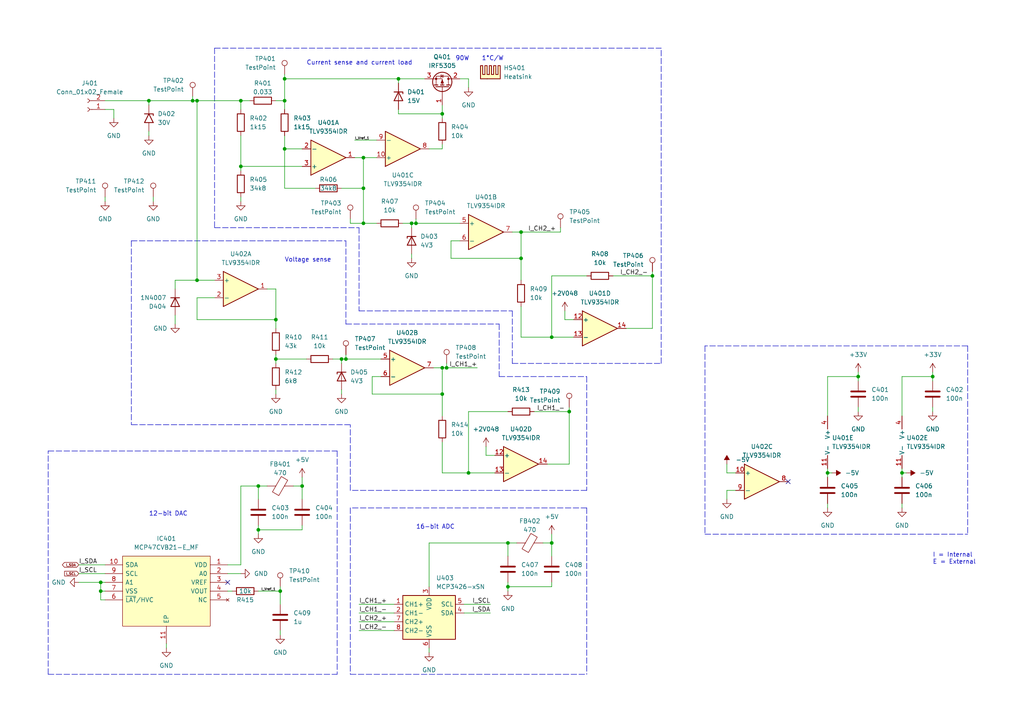
<source format=kicad_sch>
(kicad_sch (version 20211123) (generator eeschema)

  (uuid f8a051ce-5f6b-41ac-b527-7dd676ad3889)

  (paper "A4")

  (lib_symbols
    (symbol "+36V_1" (power) (pin_names (offset 0)) (in_bom yes) (on_board yes)
      (property "Reference" "#PWR0102" (id 0) (at 0 -3.81 0)
        (effects (font (size 1.27 1.27)) hide)
      )
      (property "Value" "+36V_1" (id 1) (at 0 5.08 0)
        (effects (font (size 1.27 1.27)))
      )
      (property "Footprint" "" (id 2) (at 0 0 0)
        (effects (font (size 1.27 1.27)) hide)
      )
      (property "Datasheet" "" (id 3) (at 0 0 0)
        (effects (font (size 1.27 1.27)) hide)
      )
      (property "ki_keywords" "power-flag" (id 4) (at 0 0 0)
        (effects (font (size 1.27 1.27)) hide)
      )
      (property "ki_description" "Power symbol creates a global label with name \"+36V\"" (id 5) (at 0 0 0)
        (effects (font (size 1.27 1.27)) hide)
      )
      (symbol "+36V_1_0_1"
        (polyline
          (pts
            (xy -0.762 1.27)
            (xy 0 2.54)
          )
          (stroke (width 0) (type default) (color 0 0 0 0))
          (fill (type none))
        )
        (polyline
          (pts
            (xy 0 0)
            (xy 0 2.54)
          )
          (stroke (width 0) (type default) (color 0 0 0 0))
          (fill (type none))
        )
        (polyline
          (pts
            (xy 0 2.54)
            (xy 0.762 1.27)
          )
          (stroke (width 0) (type default) (color 0 0 0 0))
          (fill (type none))
        )
      )
      (symbol "+36V_1_1_1"
        (pin power_in line (at 0 0 90) (length 0) hide
          (name "+33V" (effects (font (size 1.27 1.27))))
          (number "1" (effects (font (size 1.27 1.27))))
        )
      )
    )
    (symbol "+5VA_1" (power) (pin_names (offset 0)) (in_bom yes) (on_board yes)
      (property "Reference" "#PWR?" (id 0) (at 0 -3.81 0)
        (effects (font (size 1.27 1.27)) hide)
      )
      (property "Value" "+2V048" (id 1) (at 0 5.08 0)
        (effects (font (size 1.27 1.27)))
      )
      (property "Footprint" "" (id 2) (at 0 0 0)
        (effects (font (size 1.27 1.27)) hide)
      )
      (property "Datasheet" "" (id 3) (at 0 0 0)
        (effects (font (size 1.27 1.27)) hide)
      )
      (property "ki_keywords" "power-flag" (id 4) (at 0 0 0)
        (effects (font (size 1.27 1.27)) hide)
      )
      (property "ki_description" "Power symbol creates a global label with name \"+5VA\"" (id 5) (at 0 0 0)
        (effects (font (size 1.27 1.27)) hide)
      )
      (symbol "+5VA_1_0_1"
        (polyline
          (pts
            (xy -0.762 1.27)
            (xy 0 2.54)
          )
          (stroke (width 0) (type default) (color 0 0 0 0))
          (fill (type none))
        )
        (polyline
          (pts
            (xy 0 0)
            (xy 0 2.54)
          )
          (stroke (width 0) (type default) (color 0 0 0 0))
          (fill (type none))
        )
        (polyline
          (pts
            (xy 0 2.54)
            (xy 0.762 1.27)
          )
          (stroke (width 0) (type default) (color 0 0 0 0))
          (fill (type none))
        )
      )
      (symbol "+5VA_1_1_1"
        (pin power_in line (at 0 0 90) (length 0) hide
          (name "+2V048" (effects (font (size 1.27 1.27))))
          (number "1" (effects (font (size 1.27 1.27))))
        )
      )
    )
    (symbol "Amplifier_Operational:LM2902" (pin_names (offset 0.127)) (in_bom yes) (on_board yes)
      (property "Reference" "U" (id 0) (at 0 5.08 0)
        (effects (font (size 1.27 1.27)) (justify left))
      )
      (property "Value" "LM2902" (id 1) (at 0 -5.08 0)
        (effects (font (size 1.27 1.27)) (justify left))
      )
      (property "Footprint" "" (id 2) (at -1.27 2.54 0)
        (effects (font (size 1.27 1.27)) hide)
      )
      (property "Datasheet" "http://www.ti.com/lit/ds/symlink/lm2902-n.pdf" (id 3) (at 1.27 5.08 0)
        (effects (font (size 1.27 1.27)) hide)
      )
      (property "ki_locked" "" (id 4) (at 0 0 0)
        (effects (font (size 1.27 1.27)))
      )
      (property "ki_keywords" "quad opamp" (id 5) (at 0 0 0)
        (effects (font (size 1.27 1.27)) hide)
      )
      (property "ki_description" "Low-Power, Quad-Operational Amplifiers, DIP-14/SOIC-14/SSOP-14" (id 6) (at 0 0 0)
        (effects (font (size 1.27 1.27)) hide)
      )
      (property "ki_fp_filters" "SOIC*3.9x8.7mm*P1.27mm* DIP*W7.62mm* TSSOP*4.4x5mm*P0.65mm* SSOP*5.3x6.2mm*P0.65mm* MSOP*3x3mm*P0.5mm*" (id 7) (at 0 0 0)
        (effects (font (size 1.27 1.27)) hide)
      )
      (symbol "LM2902_1_1"
        (polyline
          (pts
            (xy -5.08 5.08)
            (xy 5.08 0)
            (xy -5.08 -5.08)
            (xy -5.08 5.08)
          )
          (stroke (width 0.254) (type default) (color 0 0 0 0))
          (fill (type background))
        )
        (pin output line (at 7.62 0 180) (length 2.54)
          (name "~" (effects (font (size 1.27 1.27))))
          (number "1" (effects (font (size 1.27 1.27))))
        )
        (pin input line (at -7.62 -2.54 0) (length 2.54)
          (name "-" (effects (font (size 1.27 1.27))))
          (number "2" (effects (font (size 1.27 1.27))))
        )
        (pin input line (at -7.62 2.54 0) (length 2.54)
          (name "+" (effects (font (size 1.27 1.27))))
          (number "3" (effects (font (size 1.27 1.27))))
        )
      )
      (symbol "LM2902_2_1"
        (polyline
          (pts
            (xy -5.08 5.08)
            (xy 5.08 0)
            (xy -5.08 -5.08)
            (xy -5.08 5.08)
          )
          (stroke (width 0.254) (type default) (color 0 0 0 0))
          (fill (type background))
        )
        (pin input line (at -7.62 2.54 0) (length 2.54)
          (name "+" (effects (font (size 1.27 1.27))))
          (number "5" (effects (font (size 1.27 1.27))))
        )
        (pin input line (at -7.62 -2.54 0) (length 2.54)
          (name "-" (effects (font (size 1.27 1.27))))
          (number "6" (effects (font (size 1.27 1.27))))
        )
        (pin output line (at 7.62 0 180) (length 2.54)
          (name "~" (effects (font (size 1.27 1.27))))
          (number "7" (effects (font (size 1.27 1.27))))
        )
      )
      (symbol "LM2902_3_1"
        (polyline
          (pts
            (xy -5.08 5.08)
            (xy 5.08 0)
            (xy -5.08 -5.08)
            (xy -5.08 5.08)
          )
          (stroke (width 0.254) (type default) (color 0 0 0 0))
          (fill (type background))
        )
        (pin input line (at -7.62 2.54 0) (length 2.54)
          (name "+" (effects (font (size 1.27 1.27))))
          (number "10" (effects (font (size 1.27 1.27))))
        )
        (pin output line (at 7.62 0 180) (length 2.54)
          (name "~" (effects (font (size 1.27 1.27))))
          (number "8" (effects (font (size 1.27 1.27))))
        )
        (pin input line (at -7.62 -2.54 0) (length 2.54)
          (name "-" (effects (font (size 1.27 1.27))))
          (number "9" (effects (font (size 1.27 1.27))))
        )
      )
      (symbol "LM2902_4_1"
        (polyline
          (pts
            (xy -5.08 5.08)
            (xy 5.08 0)
            (xy -5.08 -5.08)
            (xy -5.08 5.08)
          )
          (stroke (width 0.254) (type default) (color 0 0 0 0))
          (fill (type background))
        )
        (pin input line (at -7.62 2.54 0) (length 2.54)
          (name "+" (effects (font (size 1.27 1.27))))
          (number "12" (effects (font (size 1.27 1.27))))
        )
        (pin input line (at -7.62 -2.54 0) (length 2.54)
          (name "-" (effects (font (size 1.27 1.27))))
          (number "13" (effects (font (size 1.27 1.27))))
        )
        (pin output line (at 7.62 0 180) (length 2.54)
          (name "~" (effects (font (size 1.27 1.27))))
          (number "14" (effects (font (size 1.27 1.27))))
        )
      )
      (symbol "LM2902_5_1"
        (pin power_in line (at -2.54 -7.62 90) (length 3.81)
          (name "V-" (effects (font (size 1.27 1.27))))
          (number "11" (effects (font (size 1.27 1.27))))
        )
        (pin power_in line (at -2.54 7.62 270) (length 3.81)
          (name "V+" (effects (font (size 1.27 1.27))))
          (number "4" (effects (font (size 1.27 1.27))))
        )
      )
    )
    (symbol "Analog_ADC:MCP3426-xSN" (in_bom yes) (on_board yes)
      (property "Reference" "U" (id 0) (at -3.81 8.89 0)
        (effects (font (size 1.27 1.27)) (justify right))
      )
      (property "Value" "MCP3426-xSN" (id 1) (at 2.54 8.89 0)
        (effects (font (size 1.27 1.27)) (justify left))
      )
      (property "Footprint" "" (id 2) (at 0 0 0)
        (effects (font (size 1.27 1.27)) hide)
      )
      (property "Datasheet" "http://ww1.microchip.com/downloads/en/DeviceDoc/22226a.pdf" (id 3) (at 0 0 0)
        (effects (font (size 1.27 1.27)) hide)
      )
      (property "ki_keywords" "adc 2ch 16bit i2c" (id 4) (at 0 0 0)
        (effects (font (size 1.27 1.27)) hide)
      )
      (property "ki_description" "16-Bit, Multi-Channel ΔΣ Analog-to-Digital Converter with I2C Interface and On-Board Reference, SOIC-8" (id 5) (at 0 0 0)
        (effects (font (size 1.27 1.27)) hide)
      )
      (property "ki_fp_filters" "MSOP*3x3mm*P0.65mm* SOIC*3.9x4.9mm*P1.27mm*" (id 6) (at 0 0 0)
        (effects (font (size 1.27 1.27)) hide)
      )
      (symbol "MCP3426-xSN_0_1"
        (rectangle (start -7.62 7.62) (end 7.62 -5.08)
          (stroke (width 0.254) (type default) (color 0 0 0 0))
          (fill (type background))
        )
      )
      (symbol "MCP3426-xSN_1_1"
        (pin input line (at -10.16 5.08 0) (length 2.54)
          (name "CH1+" (effects (font (size 1.27 1.27))))
          (number "1" (effects (font (size 1.27 1.27))))
        )
        (pin input line (at -10.16 2.54 0) (length 2.54)
          (name "CH1-" (effects (font (size 1.27 1.27))))
          (number "2" (effects (font (size 1.27 1.27))))
        )
        (pin power_in line (at 0 10.16 270) (length 2.54)
          (name "VDD" (effects (font (size 1.27 1.27))))
          (number "3" (effects (font (size 1.27 1.27))))
        )
        (pin bidirectional line (at 10.16 2.54 180) (length 2.54)
          (name "SDA" (effects (font (size 1.27 1.27))))
          (number "4" (effects (font (size 1.27 1.27))))
        )
        (pin input line (at 10.16 5.08 180) (length 2.54)
          (name "SCL" (effects (font (size 1.27 1.27))))
          (number "5" (effects (font (size 1.27 1.27))))
        )
        (pin power_in line (at 0 -7.62 90) (length 2.54)
          (name "VSS" (effects (font (size 1.27 1.27))))
          (number "6" (effects (font (size 1.27 1.27))))
        )
        (pin input line (at -10.16 0 0) (length 2.54)
          (name "CH2+" (effects (font (size 1.27 1.27))))
          (number "7" (effects (font (size 1.27 1.27))))
        )
        (pin input line (at -10.16 -2.54 0) (length 2.54)
          (name "CH2-" (effects (font (size 1.27 1.27))))
          (number "8" (effects (font (size 1.27 1.27))))
        )
      )
    )
    (symbol "Connector:Conn_01x02_Female" (pin_names (offset 1.016) hide) (in_bom yes) (on_board yes)
      (property "Reference" "J" (id 0) (at 0 2.54 0)
        (effects (font (size 1.27 1.27)))
      )
      (property "Value" "Conn_01x02_Female" (id 1) (at 0 -5.08 0)
        (effects (font (size 1.27 1.27)))
      )
      (property "Footprint" "" (id 2) (at 0 0 0)
        (effects (font (size 1.27 1.27)) hide)
      )
      (property "Datasheet" "~" (id 3) (at 0 0 0)
        (effects (font (size 1.27 1.27)) hide)
      )
      (property "ki_keywords" "connector" (id 4) (at 0 0 0)
        (effects (font (size 1.27 1.27)) hide)
      )
      (property "ki_description" "Generic connector, single row, 01x02, script generated (kicad-library-utils/schlib/autogen/connector/)" (id 5) (at 0 0 0)
        (effects (font (size 1.27 1.27)) hide)
      )
      (property "ki_fp_filters" "Connector*:*_1x??_*" (id 6) (at 0 0 0)
        (effects (font (size 1.27 1.27)) hide)
      )
      (symbol "Conn_01x02_Female_1_1"
        (arc (start 0 -2.032) (mid -0.508 -2.54) (end 0 -3.048)
          (stroke (width 0.1524) (type default) (color 0 0 0 0))
          (fill (type none))
        )
        (polyline
          (pts
            (xy -1.27 -2.54)
            (xy -0.508 -2.54)
          )
          (stroke (width 0.1524) (type default) (color 0 0 0 0))
          (fill (type none))
        )
        (polyline
          (pts
            (xy -1.27 0)
            (xy -0.508 0)
          )
          (stroke (width 0.1524) (type default) (color 0 0 0 0))
          (fill (type none))
        )
        (arc (start 0 0.508) (mid -0.508 0) (end 0 -0.508)
          (stroke (width 0.1524) (type default) (color 0 0 0 0))
          (fill (type none))
        )
        (pin passive line (at -5.08 0 0) (length 3.81)
          (name "Pin_1" (effects (font (size 1.27 1.27))))
          (number "1" (effects (font (size 1.27 1.27))))
        )
        (pin passive line (at -5.08 -2.54 0) (length 3.81)
          (name "Pin_2" (effects (font (size 1.27 1.27))))
          (number "2" (effects (font (size 1.27 1.27))))
        )
      )
    )
    (symbol "Connector:TestPoint" (pin_numbers hide) (pin_names (offset 0.762) hide) (in_bom yes) (on_board yes)
      (property "Reference" "TP" (id 0) (at 0 6.858 0)
        (effects (font (size 1.27 1.27)))
      )
      (property "Value" "TestPoint" (id 1) (at 0 5.08 0)
        (effects (font (size 1.27 1.27)))
      )
      (property "Footprint" "" (id 2) (at 5.08 0 0)
        (effects (font (size 1.27 1.27)) hide)
      )
      (property "Datasheet" "~" (id 3) (at 5.08 0 0)
        (effects (font (size 1.27 1.27)) hide)
      )
      (property "ki_keywords" "test point tp" (id 4) (at 0 0 0)
        (effects (font (size 1.27 1.27)) hide)
      )
      (property "ki_description" "test point" (id 5) (at 0 0 0)
        (effects (font (size 1.27 1.27)) hide)
      )
      (property "ki_fp_filters" "Pin* Test*" (id 6) (at 0 0 0)
        (effects (font (size 1.27 1.27)) hide)
      )
      (symbol "TestPoint_0_1"
        (circle (center 0 3.302) (radius 0.762)
          (stroke (width 0) (type default) (color 0 0 0 0))
          (fill (type none))
        )
      )
      (symbol "TestPoint_1_1"
        (pin passive line (at 0 0 90) (length 2.54)
          (name "1" (effects (font (size 1.27 1.27))))
          (number "1" (effects (font (size 1.27 1.27))))
        )
      )
    )
    (symbol "D_Zener_1" (pin_numbers hide) (pin_names (offset 1.016) hide) (in_bom yes) (on_board yes)
      (property "Reference" "D401" (id 0) (at 2.54 1.2701 90)
        (effects (font (size 1.27 1.27)) (justify left))
      )
      (property "Value" "D_Zener_1" (id 1) (at 2.54 -1.2699 90)
        (effects (font (size 1.27 1.27)) (justify left))
      )
      (property "Footprint" "Diode_SMD:D_SOD-123" (id 2) (at 0 0 0)
        (effects (font (size 1.27 1.27)) hide)
      )
      (property "Datasheet" "https://www.mouser.de/datasheet/2/258/BZT52C2V4_7eBZT52C75_500mW__SOD_123_-2510203.pdf" (id 3) (at 0 0 0)
        (effects (font (size 1.27 1.27)) hide)
      )
      (property "Mouser" "https://www.mouser.de/ProductDetail/Micro-Commercial-Components-MCC/BZT52C15-TP?qs=ZNK0BnemlqF9I%2FEbNyVMZg%3D%3D" (id 4) (at 0 0 0)
        (effects (font (size 1.27 1.27)) hide)
      )
      (property "Name" "BZT52C15-TP" (id 5) (at 0 0 0)
        (effects (font (size 1.27 1.27)) hide)
      )
      (property "ki_keywords" "diode" (id 6) (at 0 0 0)
        (effects (font (size 1.27 1.27)) hide)
      )
      (property "ki_description" "Zener diode" (id 7) (at 0 0 0)
        (effects (font (size 1.27 1.27)) hide)
      )
      (property "ki_fp_filters" "TO-???* *_Diode_* *SingleDiode* D_*" (id 8) (at 0 0 0)
        (effects (font (size 1.27 1.27)) hide)
      )
      (symbol "D_Zener_1_0_1"
        (polyline
          (pts
            (xy 1.27 0)
            (xy -1.27 0)
          )
          (stroke (width 0) (type default) (color 0 0 0 0))
          (fill (type none))
        )
        (polyline
          (pts
            (xy -1.27 -1.27)
            (xy -1.27 1.27)
            (xy -0.762 1.27)
          )
          (stroke (width 0.254) (type default) (color 0 0 0 0))
          (fill (type none))
        )
        (polyline
          (pts
            (xy 1.27 -1.27)
            (xy 1.27 1.27)
            (xy -1.27 0)
            (xy 1.27 -1.27)
          )
          (stroke (width 0.254) (type default) (color 0 0 0 0))
          (fill (type none))
        )
      )
      (symbol "D_Zener_1_1_1"
        (pin passive line (at -3.81 0 0) (length 2.54)
          (name "K" (effects (font (size 1.27 1.27))))
          (number "1" (effects (font (size 1.27 1.27))))
        )
        (pin passive line (at 3.81 0 180) (length 2.54)
          (name "A" (effects (font (size 1.27 1.27))))
          (number "2" (effects (font (size 1.27 1.27))))
        )
      )
    )
    (symbol "D_Zener_2" (pin_numbers hide) (pin_names (offset 1.016) hide) (in_bom yes) (on_board yes)
      (property "Reference" "D405" (id 0) (at 2.54 1.2701 90)
        (effects (font (size 1.27 1.27)) (justify right))
      )
      (property "Value" "D_Zener_2" (id 1) (at 2.54 -1.2699 90)
        (effects (font (size 1.27 1.27)) (justify right))
      )
      (property "Footprint" "Diode_SMD:D_SOD-123" (id 2) (at 0 0 0)
        (effects (font (size 1.27 1.27)) hide)
      )
      (property "Datasheet" "https://www.mouser.de/datasheet/2/1057/BZT52-C2V4_SERIES-1865369.pdf" (id 3) (at 0 0 0)
        (effects (font (size 1.27 1.27)) hide)
      )
      (property "Mouser" "https://www.mouser.de/ProductDetail/Panjit/BZT52-C4V3_R1_00001?qs=sPbYRqrBIVl8sEALudoq2A%3D%3D" (id 4) (at 0 0 0)
        (effects (font (size 1.27 1.27)) hide)
      )
      (property "Name" "BZT52-C4V3_R1_00001" (id 5) (at 0 0 0)
        (effects (font (size 1.27 1.27)) hide)
      )
      (property "ki_keywords" "diode" (id 6) (at 0 0 0)
        (effects (font (size 1.27 1.27)) hide)
      )
      (property "ki_description" "Zener diode" (id 7) (at 0 0 0)
        (effects (font (size 1.27 1.27)) hide)
      )
      (property "ki_fp_filters" "TO-???* *_Diode_* *SingleDiode* D_*" (id 8) (at 0 0 0)
        (effects (font (size 1.27 1.27)) hide)
      )
      (symbol "D_Zener_2_0_1"
        (polyline
          (pts
            (xy 1.27 0)
            (xy -1.27 0)
          )
          (stroke (width 0) (type default) (color 0 0 0 0))
          (fill (type none))
        )
        (polyline
          (pts
            (xy -1.27 -1.27)
            (xy -1.27 1.27)
            (xy -0.762 1.27)
          )
          (stroke (width 0.254) (type default) (color 0 0 0 0))
          (fill (type none))
        )
        (polyline
          (pts
            (xy 1.27 -1.27)
            (xy 1.27 1.27)
            (xy -1.27 0)
            (xy 1.27 -1.27)
          )
          (stroke (width 0.254) (type default) (color 0 0 0 0))
          (fill (type none))
        )
      )
      (symbol "D_Zener_2_1_1"
        (pin passive line (at -3.81 0 0) (length 2.54)
          (name "K" (effects (font (size 1.27 1.27))))
          (number "1" (effects (font (size 1.27 1.27))))
        )
        (pin passive line (at 3.81 0 180) (length 2.54)
          (name "A" (effects (font (size 1.27 1.27))))
          (number "2" (effects (font (size 1.27 1.27))))
        )
      )
    )
    (symbol "Device:C" (pin_numbers hide) (pin_names (offset 0.254)) (in_bom yes) (on_board yes)
      (property "Reference" "C" (id 0) (at 0.635 2.54 0)
        (effects (font (size 1.27 1.27)) (justify left))
      )
      (property "Value" "C" (id 1) (at 0.635 -2.54 0)
        (effects (font (size 1.27 1.27)) (justify left))
      )
      (property "Footprint" "" (id 2) (at 0.9652 -3.81 0)
        (effects (font (size 1.27 1.27)) hide)
      )
      (property "Datasheet" "~" (id 3) (at 0 0 0)
        (effects (font (size 1.27 1.27)) hide)
      )
      (property "ki_keywords" "cap capacitor" (id 4) (at 0 0 0)
        (effects (font (size 1.27 1.27)) hide)
      )
      (property "ki_description" "Unpolarized capacitor" (id 5) (at 0 0 0)
        (effects (font (size 1.27 1.27)) hide)
      )
      (property "ki_fp_filters" "C_*" (id 6) (at 0 0 0)
        (effects (font (size 1.27 1.27)) hide)
      )
      (symbol "C_0_1"
        (polyline
          (pts
            (xy -2.032 -0.762)
            (xy 2.032 -0.762)
          )
          (stroke (width 0.508) (type default) (color 0 0 0 0))
          (fill (type none))
        )
        (polyline
          (pts
            (xy -2.032 0.762)
            (xy 2.032 0.762)
          )
          (stroke (width 0.508) (type default) (color 0 0 0 0))
          (fill (type none))
        )
      )
      (symbol "C_1_1"
        (pin passive line (at 0 3.81 270) (length 2.794)
          (name "~" (effects (font (size 1.27 1.27))))
          (number "1" (effects (font (size 1.27 1.27))))
        )
        (pin passive line (at 0 -3.81 90) (length 2.794)
          (name "~" (effects (font (size 1.27 1.27))))
          (number "2" (effects (font (size 1.27 1.27))))
        )
      )
    )
    (symbol "Device:FerriteBead" (pin_numbers hide) (pin_names (offset 0)) (in_bom yes) (on_board yes)
      (property "Reference" "FB" (id 0) (at -3.81 0.635 90)
        (effects (font (size 1.27 1.27)))
      )
      (property "Value" "FerriteBead" (id 1) (at 3.81 0 90)
        (effects (font (size 1.27 1.27)))
      )
      (property "Footprint" "" (id 2) (at -1.778 0 90)
        (effects (font (size 1.27 1.27)) hide)
      )
      (property "Datasheet" "~" (id 3) (at 0 0 0)
        (effects (font (size 1.27 1.27)) hide)
      )
      (property "ki_keywords" "L ferrite bead inductor filter" (id 4) (at 0 0 0)
        (effects (font (size 1.27 1.27)) hide)
      )
      (property "ki_description" "Ferrite bead" (id 5) (at 0 0 0)
        (effects (font (size 1.27 1.27)) hide)
      )
      (property "ki_fp_filters" "Inductor_* L_* *Ferrite*" (id 6) (at 0 0 0)
        (effects (font (size 1.27 1.27)) hide)
      )
      (symbol "FerriteBead_0_1"
        (polyline
          (pts
            (xy 0 -1.27)
            (xy 0 -1.2192)
          )
          (stroke (width 0) (type default) (color 0 0 0 0))
          (fill (type none))
        )
        (polyline
          (pts
            (xy 0 1.27)
            (xy 0 1.2954)
          )
          (stroke (width 0) (type default) (color 0 0 0 0))
          (fill (type none))
        )
        (polyline
          (pts
            (xy -2.7686 0.4064)
            (xy -1.7018 2.2606)
            (xy 2.7686 -0.3048)
            (xy 1.6764 -2.159)
            (xy -2.7686 0.4064)
          )
          (stroke (width 0) (type default) (color 0 0 0 0))
          (fill (type none))
        )
      )
      (symbol "FerriteBead_1_1"
        (pin passive line (at 0 3.81 270) (length 2.54)
          (name "~" (effects (font (size 1.27 1.27))))
          (number "1" (effects (font (size 1.27 1.27))))
        )
        (pin passive line (at 0 -3.81 90) (length 2.54)
          (name "~" (effects (font (size 1.27 1.27))))
          (number "2" (effects (font (size 1.27 1.27))))
        )
      )
    )
    (symbol "Device:Q_PMOS_GDS" (pin_names (offset 0) hide) (in_bom yes) (on_board yes)
      (property "Reference" "Q?" (id 0) (at 0 10.16 90)
        (effects (font (size 1.27 1.27)))
      )
      (property "Value" "IRF5305" (id 1) (at 0 7.62 90)
        (effects (font (size 1.27 1.27)))
      )
      (property "Footprint" "Package_TO_SOT_THT:TO-220-3_Vertical" (id 2) (at 2.54 5.08 0)
        (effects (font (size 1.27 1.27)) hide)
      )
      (property "Datasheet" "https://www.mouser.de/datasheet/2/196/Infineon_IRF5305_DataSheet_v01_01_EN-1732423.pdf" (id 3) (at 0 0 0)
        (effects (font (size 1.27 1.27)) hide)
      )
      (property "Mouser" "https://www.mouser.de/ProductDetail/Infineon-IR/IRF5305PBF?qs=9%252BKlkBgLFf3WAOOEkAEJ1w%3D%3D" (id 4) (at 0 0 0)
        (effects (font (size 1.27 1.27)) hide)
      )
      (property "Name" "IRF5305PbF" (id 5) (at 0 0 0)
        (effects (font (size 1.27 1.27)) hide)
      )
      (property "ki_keywords" "transistor PMOS P-MOS P-MOSFET" (id 6) (at 0 0 0)
        (effects (font (size 1.27 1.27)) hide)
      )
      (property "ki_description" "P-MOSFET transistor, gate/drain/source" (id 7) (at 0 0 0)
        (effects (font (size 1.27 1.27)) hide)
      )
      (symbol "Q_PMOS_GDS_0_1"
        (polyline
          (pts
            (xy 0.254 0)
            (xy -2.54 0)
          )
          (stroke (width 0) (type default) (color 0 0 0 0))
          (fill (type none))
        )
        (polyline
          (pts
            (xy 0.254 1.905)
            (xy 0.254 -1.905)
          )
          (stroke (width 0.254) (type default) (color 0 0 0 0))
          (fill (type none))
        )
        (polyline
          (pts
            (xy 0.762 -1.27)
            (xy 0.762 -2.286)
          )
          (stroke (width 0.254) (type default) (color 0 0 0 0))
          (fill (type none))
        )
        (polyline
          (pts
            (xy 0.762 0.508)
            (xy 0.762 -0.508)
          )
          (stroke (width 0.254) (type default) (color 0 0 0 0))
          (fill (type none))
        )
        (polyline
          (pts
            (xy 0.762 2.286)
            (xy 0.762 1.27)
          )
          (stroke (width 0.254) (type default) (color 0 0 0 0))
          (fill (type none))
        )
        (polyline
          (pts
            (xy 2.54 2.54)
            (xy 2.54 1.778)
          )
          (stroke (width 0) (type default) (color 0 0 0 0))
          (fill (type none))
        )
        (polyline
          (pts
            (xy 2.54 -2.54)
            (xy 2.54 0)
            (xy 0.762 0)
          )
          (stroke (width 0) (type default) (color 0 0 0 0))
          (fill (type none))
        )
        (polyline
          (pts
            (xy 0.762 1.778)
            (xy 3.302 1.778)
            (xy 3.302 -1.778)
            (xy 0.762 -1.778)
          )
          (stroke (width 0) (type default) (color 0 0 0 0))
          (fill (type none))
        )
        (polyline
          (pts
            (xy 2.286 0)
            (xy 1.27 0.381)
            (xy 1.27 -0.381)
            (xy 2.286 0)
          )
          (stroke (width 0) (type default) (color 0 0 0 0))
          (fill (type outline))
        )
        (polyline
          (pts
            (xy 2.794 -0.508)
            (xy 2.921 -0.381)
            (xy 3.683 -0.381)
            (xy 3.81 -0.254)
          )
          (stroke (width 0) (type default) (color 0 0 0 0))
          (fill (type none))
        )
        (polyline
          (pts
            (xy 3.302 -0.381)
            (xy 2.921 0.254)
            (xy 3.683 0.254)
            (xy 3.302 -0.381)
          )
          (stroke (width 0) (type default) (color 0 0 0 0))
          (fill (type none))
        )
        (circle (center 1.651 0) (radius 2.794)
          (stroke (width 0.254) (type default) (color 0 0 0 0))
          (fill (type none))
        )
        (circle (center 2.54 -1.778) (radius 0.254)
          (stroke (width 0) (type default) (color 0 0 0 0))
          (fill (type outline))
        )
        (circle (center 2.54 1.778) (radius 0.254)
          (stroke (width 0) (type default) (color 0 0 0 0))
          (fill (type outline))
        )
      )
      (symbol "Q_PMOS_GDS_1_1"
        (pin input line (at -5.08 0 0) (length 2.54)
          (name "G" (effects (font (size 1.27 1.27))))
          (number "1" (effects (font (size 1.27 1.27))))
        )
        (pin passive line (at 2.54 5.08 270) (length 2.54)
          (name "D" (effects (font (size 1.27 1.27))))
          (number "2" (effects (font (size 1.27 1.27))))
        )
        (pin passive line (at 2.54 -5.08 90) (length 2.54)
          (name "S" (effects (font (size 1.27 1.27))))
          (number "3" (effects (font (size 1.27 1.27))))
        )
      )
    )
    (symbol "Device:R" (pin_numbers hide) (pin_names (offset 0)) (in_bom yes) (on_board yes)
      (property "Reference" "R" (id 0) (at 2.032 0 90)
        (effects (font (size 1.27 1.27)))
      )
      (property "Value" "R" (id 1) (at 0 0 90)
        (effects (font (size 1.27 1.27)))
      )
      (property "Footprint" "" (id 2) (at -1.778 0 90)
        (effects (font (size 1.27 1.27)) hide)
      )
      (property "Datasheet" "~" (id 3) (at 0 0 0)
        (effects (font (size 1.27 1.27)) hide)
      )
      (property "ki_keywords" "R res resistor" (id 4) (at 0 0 0)
        (effects (font (size 1.27 1.27)) hide)
      )
      (property "ki_description" "Resistor" (id 5) (at 0 0 0)
        (effects (font (size 1.27 1.27)) hide)
      )
      (property "ki_fp_filters" "R_*" (id 6) (at 0 0 0)
        (effects (font (size 1.27 1.27)) hide)
      )
      (symbol "R_0_1"
        (rectangle (start -1.016 -2.54) (end 1.016 2.54)
          (stroke (width 0.254) (type default) (color 0 0 0 0))
          (fill (type none))
        )
      )
      (symbol "R_1_1"
        (pin passive line (at 0 3.81 270) (length 1.27)
          (name "~" (effects (font (size 1.27 1.27))))
          (number "1" (effects (font (size 1.27 1.27))))
        )
        (pin passive line (at 0 -3.81 90) (length 1.27)
          (name "~" (effects (font (size 1.27 1.27))))
          (number "2" (effects (font (size 1.27 1.27))))
        )
      )
    )
    (symbol "Diode:1N4007" (pin_numbers hide) (pin_names hide) (in_bom yes) (on_board yes)
      (property "Reference" "D" (id 0) (at 0 2.54 0)
        (effects (font (size 1.27 1.27)))
      )
      (property "Value" "1N4007" (id 1) (at 0 -2.54 0)
        (effects (font (size 1.27 1.27)))
      )
      (property "Footprint" "Diode_THT:D_DO-41_SOD81_P10.16mm_Horizontal" (id 2) (at 0 -4.445 0)
        (effects (font (size 1.27 1.27)) hide)
      )
      (property "Datasheet" "http://www.vishay.com/docs/88503/1n4001.pdf" (id 3) (at 0 0 0)
        (effects (font (size 1.27 1.27)) hide)
      )
      (property "ki_keywords" "diode" (id 4) (at 0 0 0)
        (effects (font (size 1.27 1.27)) hide)
      )
      (property "ki_description" "1000V 1A General Purpose Rectifier Diode, DO-41" (id 5) (at 0 0 0)
        (effects (font (size 1.27 1.27)) hide)
      )
      (property "ki_fp_filters" "D*DO?41*" (id 6) (at 0 0 0)
        (effects (font (size 1.27 1.27)) hide)
      )
      (symbol "1N4007_0_1"
        (polyline
          (pts
            (xy -1.27 1.27)
            (xy -1.27 -1.27)
          )
          (stroke (width 0.254) (type default) (color 0 0 0 0))
          (fill (type none))
        )
        (polyline
          (pts
            (xy 1.27 0)
            (xy -1.27 0)
          )
          (stroke (width 0) (type default) (color 0 0 0 0))
          (fill (type none))
        )
        (polyline
          (pts
            (xy 1.27 1.27)
            (xy 1.27 -1.27)
            (xy -1.27 0)
            (xy 1.27 1.27)
          )
          (stroke (width 0.254) (type default) (color 0 0 0 0))
          (fill (type none))
        )
      )
      (symbol "1N4007_1_1"
        (pin passive line (at -3.81 0 0) (length 2.54)
          (name "K" (effects (font (size 1.27 1.27))))
          (number "1" (effects (font (size 1.27 1.27))))
        )
        (pin passive line (at 3.81 0 180) (length 2.54)
          (name "A" (effects (font (size 1.27 1.27))))
          (number "2" (effects (font (size 1.27 1.27))))
        )
      )
    )
    (symbol "Diode:SM6T6V8A" (pin_numbers hide) (pin_names (offset 1.016) hide) (in_bom yes) (on_board yes)
      (property "Reference" "D?" (id 0) (at 2.54 1.2701 90)
        (effects (font (size 1.27 1.27)) (justify left))
      )
      (property "Value" "30V" (id 1) (at 2.54 -1.2699 90)
        (effects (font (size 1.27 1.27)) (justify left))
      )
      (property "Footprint" "Diode_SMD:D_SMB" (id 2) (at -5.08 0 0)
        (effects (font (size 1.27 1.27)) hide)
      )
      (property "Datasheet" "https://www.mouser.de/datasheet/2/268/smaj5_0_to_smaj440ca_rev_c-1592130.pdf" (id 3) (at 0 1.27 0)
        (effects (font (size 1.27 1.27)) hide)
      )
      (property "Mouser:" "https://www.mouser.de/ProductDetail/Microchip-Technology-Atmel/SMAJ30Ae3-TR13?qs=pU29NIZ4ZwCM%252BdJrKQtmJw%3D%3D" (id 4) (at 0 0 0)
        (effects (font (size 1.27 1.27)) hide)
      )
      (property "Name" "SMAJ30Ae3/TR13" (id 5) (at 0 0 0)
        (effects (font (size 1.27 1.27)) hide)
      )
      (property "ki_keywords" "diode TVS voltage suppressor" (id 6) (at 0 0 0)
        (effects (font (size 1.27 1.27)) hide)
      )
      (property "ki_description" "600W unidirectional Transil Transient Voltage Suppressor, 6.8Vrwm, DO-214AA" (id 7) (at 0 0 0)
        (effects (font (size 1.27 1.27)) hide)
      )
      (property "ki_fp_filters" "D*SMB*" (id 8) (at 0 0 0)
        (effects (font (size 1.27 1.27)) hide)
      )
      (symbol "SM6T6V8A_0_1"
        (polyline
          (pts
            (xy -0.762 1.27)
            (xy -1.27 1.27)
            (xy -1.27 -1.27)
          )
          (stroke (width 0.254) (type default) (color 0 0 0 0))
          (fill (type none))
        )
        (polyline
          (pts
            (xy 1.27 1.27)
            (xy 1.27 -1.27)
            (xy -1.27 0)
            (xy 1.27 1.27)
          )
          (stroke (width 0.254) (type default) (color 0 0 0 0))
          (fill (type none))
        )
      )
      (symbol "SM6T6V8A_1_1"
        (pin passive line (at -3.81 0 0) (length 2.54)
          (name "A1" (effects (font (size 1.27 1.27))))
          (number "1" (effects (font (size 1.27 1.27))))
        )
        (pin passive line (at 3.81 0 180) (length 2.54)
          (name "A2" (effects (font (size 1.27 1.27))))
          (number "2" (effects (font (size 1.27 1.27))))
        )
      )
    )
    (symbol "MCP47CVB21-E_MF:MCP47CVB21-E_MF" (pin_names (offset 0.762)) (in_bom yes) (on_board yes)
      (property "Reference" "IC?" (id 0) (at -17.78 7.62 0)
        (effects (font (size 1.27 1.27)))
      )
      (property "Value" "MCP47CVB21-E_MF" (id 1) (at -17.78 5.08 0)
        (effects (font (size 1.27 1.27)))
      )
      (property "Footprint" "SON50P300X300X100-11N-D" (id 2) (at -31.75 2.54 0)
        (effects (font (size 1.27 1.27)) (justify left) hide)
      )
      (property "Datasheet" "http://www.microchip.com/mymicrochip/filehandler.aspx?ddocname=en607627" (id 3) (at -31.75 0 0)
        (effects (font (size 1.27 1.27)) (justify left) hide)
      )
      (property "Description" "Digital to Analog Converters - DAC I2C, Single Channel, 12-Bit, Volatile" (id 4) (at -31.75 -2.54 0)
        (effects (font (size 1.27 1.27)) (justify left) hide)
      )
      (property "Height" "1" (id 5) (at -31.75 -5.08 0)
        (effects (font (size 1.27 1.27)) (justify left) hide)
      )
      (property "Mouser Part Number" "579-MCP47CVB21-E/MF" (id 6) (at -31.75 -7.62 0)
        (effects (font (size 1.27 1.27)) (justify left) hide)
      )
      (property "Mouser Price/Stock" "https://www.mouser.co.uk/ProductDetail/Microchip-Technology-Atmel/MCP47CVB21-E-MF?qs=byeeYqUIh0NCiI9MlZftaQ%3D%3D" (id 7) (at -31.75 -10.16 0)
        (effects (font (size 1.27 1.27)) (justify left) hide)
      )
      (property "Manufacturer_Name" "Microchip" (id 8) (at -31.75 -12.7 0)
        (effects (font (size 1.27 1.27)) (justify left) hide)
      )
      (property "Manufacturer_Part_Number" "MCP47CVB21-E/MF" (id 9) (at -31.75 -15.24 0)
        (effects (font (size 1.27 1.27)) (justify left) hide)
      )
      (property "ki_description" "Digital to Analog Converters - DAC I2C, Single Channel, 12-Bit, Volatile" (id 10) (at 0 0 0)
        (effects (font (size 1.27 1.27)) hide)
      )
      (symbol "MCP47CVB21-E_MF_0_0"
        (pin passive line (at 0 0 0) (length 5.08)
          (name "VDD" (effects (font (size 1.27 1.27))))
          (number "1" (effects (font (size 1.27 1.27))))
        )
        (pin passive line (at 35.56 0 180) (length 5.08)
          (name "SDA" (effects (font (size 1.27 1.27))))
          (number "10" (effects (font (size 1.27 1.27))))
        )
        (pin passive line (at 17.78 -22.86 90) (length 5.08)
          (name "EP" (effects (font (size 1.27 1.27))))
          (number "11" (effects (font (size 1.27 1.27))))
        )
        (pin passive line (at 0 -2.54 0) (length 5.08)
          (name "A0" (effects (font (size 1.27 1.27))))
          (number "2" (effects (font (size 1.27 1.27))))
        )
        (pin passive line (at 0 -5.08 0) (length 5.08)
          (name "VREF" (effects (font (size 1.27 1.27))))
          (number "3" (effects (font (size 1.27 1.27))))
        )
        (pin passive line (at 0 -7.62 0) (length 5.08)
          (name "VOUT" (effects (font (size 1.27 1.27))))
          (number "4" (effects (font (size 1.27 1.27))))
        )
        (pin no_connect line (at 0 -10.16 0) (length 5.08)
          (name "NC" (effects (font (size 1.27 1.27))))
          (number "5" (effects (font (size 1.27 1.27))))
        )
        (pin passive line (at 35.56 -10.16 180) (length 5.08)
          (name "~{LAT}/HVC" (effects (font (size 1.27 1.27))))
          (number "6" (effects (font (size 1.27 1.27))))
        )
        (pin passive line (at 35.56 -7.62 180) (length 5.08)
          (name "VSS" (effects (font (size 1.27 1.27))))
          (number "7" (effects (font (size 1.27 1.27))))
        )
        (pin passive line (at 35.56 -5.08 180) (length 5.08)
          (name "A1" (effects (font (size 1.27 1.27))))
          (number "8" (effects (font (size 1.27 1.27))))
        )
        (pin passive line (at 35.56 -2.54 180) (length 5.08)
          (name "SCL" (effects (font (size 1.27 1.27))))
          (number "9" (effects (font (size 1.27 1.27))))
        )
      )
      (symbol "MCP47CVB21-E_MF_0_1"
        (polyline
          (pts
            (xy 5.08 2.54)
            (xy 30.48 2.54)
            (xy 30.48 -17.78)
            (xy 5.08 -17.78)
            (xy 5.08 2.54)
          )
          (stroke (width 0.1524) (type default) (color 0 0 0 0))
          (fill (type background))
        )
      )
    )
    (symbol "Mechanical:Heatsink" (pin_names (offset 1.016)) (in_bom yes) (on_board yes)
      (property "Reference" "HS" (id 0) (at 0 5.08 0)
        (effects (font (size 1.27 1.27)))
      )
      (property "Value" "Heatsink" (id 1) (at 0 -1.27 0)
        (effects (font (size 1.27 1.27)))
      )
      (property "Footprint" "" (id 2) (at 0.3048 0 0)
        (effects (font (size 1.27 1.27)) hide)
      )
      (property "Datasheet" "~" (id 3) (at 0.3048 0 0)
        (effects (font (size 1.27 1.27)) hide)
      )
      (property "ki_keywords" "thermal heat temperature" (id 4) (at 0 0 0)
        (effects (font (size 1.27 1.27)) hide)
      )
      (property "ki_description" "Heatsink" (id 5) (at 0 0 0)
        (effects (font (size 1.27 1.27)) hide)
      )
      (property "ki_fp_filters" "Heatsink_*" (id 6) (at 0 0 0)
        (effects (font (size 1.27 1.27)) hide)
      )
      (symbol "Heatsink_0_1"
        (polyline
          (pts
            (xy -0.3302 1.27)
            (xy -0.9652 1.27)
            (xy -0.9652 3.81)
            (xy -1.6002 3.81)
            (xy -1.6002 1.27)
            (xy -2.2352 1.27)
            (xy -2.2352 3.81)
            (xy -2.8702 3.81)
            (xy -2.8702 0)
            (xy -0.9652 0)
          )
          (stroke (width 0.254) (type default) (color 0 0 0 0))
          (fill (type background))
        )
        (polyline
          (pts
            (xy -0.3302 1.27)
            (xy -0.3302 3.81)
            (xy 0.3048 3.81)
            (xy 0.3048 1.27)
            (xy 0.9398 1.27)
            (xy 0.9398 3.81)
            (xy 1.5748 3.81)
            (xy 1.5748 1.27)
            (xy 2.2098 1.27)
            (xy 2.2098 3.81)
            (xy 2.8448 3.81)
            (xy 2.8448 0)
            (xy -0.9652 0)
          )
          (stroke (width 0.254) (type default) (color 0 0 0 0))
          (fill (type background))
        )
      )
    )
    (symbol "R_1" (pin_numbers hide) (pin_names (offset 0)) (in_bom yes) (on_board yes)
      (property "Reference" "R401" (id 0) (at 0 6.35 90)
        (effects (font (size 1.27 1.27)))
      )
      (property "Value" "R_1" (id 1) (at 0 3.81 90)
        (effects (font (size 1.27 1.27)))
      )
      (property "Footprint" "Resistor_SMD:R_1206_3216Metric" (id 2) (at 0 1.778 90)
        (effects (font (size 1.27 1.27)) hide)
      )
      (property "Datasheet" "~" (id 3) (at 0 0 0)
        (effects (font (size 1.27 1.27)) hide)
      )
      (property "Mouser" "https://www.mouser.de/ProductDetail/Ohmite/LVK12R033DER?qs=6%252BhEaDxmjlYQaVTG3VaxaA%3D%3D" (id 4) (at 0 0 0)
        (effects (font (size 1.27 1.27)) hide)
      )
      (property "Name" "LVK12R033DER" (id 5) (at 0 0 0)
        (effects (font (size 1.27 1.27)) hide)
      )
      (property "ki_keywords" "R res resistor" (id 6) (at 0 0 0)
        (effects (font (size 1.27 1.27)) hide)
      )
      (property "ki_description" "Resistor" (id 7) (at 0 0 0)
        (effects (font (size 1.27 1.27)) hide)
      )
      (property "ki_fp_filters" "R_*" (id 8) (at 0 0 0)
        (effects (font (size 1.27 1.27)) hide)
      )
      (symbol "R_1_0_1"
        (rectangle (start -1.016 -2.54) (end 1.016 2.54)
          (stroke (width 0.254) (type default) (color 0 0 0 0))
          (fill (type none))
        )
      )
      (symbol "R_1_1_1"
        (pin passive line (at 0 3.81 270) (length 1.27)
          (name "~" (effects (font (size 1.27 1.27))))
          (number "1" (effects (font (size 1.27 1.27))))
        )
        (pin passive line (at 0 -3.81 90) (length 1.27)
          (name "~" (effects (font (size 1.27 1.27))))
          (number "2" (effects (font (size 1.27 1.27))))
        )
      )
    )
    (symbol "power:+5V" (power) (pin_names (offset 0)) (in_bom yes) (on_board yes)
      (property "Reference" "#PWR" (id 0) (at 0 -3.81 0)
        (effects (font (size 1.27 1.27)) hide)
      )
      (property "Value" "+5V" (id 1) (at 0 3.556 0)
        (effects (font (size 1.27 1.27)))
      )
      (property "Footprint" "" (id 2) (at 0 0 0)
        (effects (font (size 1.27 1.27)) hide)
      )
      (property "Datasheet" "" (id 3) (at 0 0 0)
        (effects (font (size 1.27 1.27)) hide)
      )
      (property "ki_keywords" "power-flag" (id 4) (at 0 0 0)
        (effects (font (size 1.27 1.27)) hide)
      )
      (property "ki_description" "Power symbol creates a global label with name \"+5V\"" (id 5) (at 0 0 0)
        (effects (font (size 1.27 1.27)) hide)
      )
      (symbol "+5V_0_1"
        (polyline
          (pts
            (xy -0.762 1.27)
            (xy 0 2.54)
          )
          (stroke (width 0) (type default) (color 0 0 0 0))
          (fill (type none))
        )
        (polyline
          (pts
            (xy 0 0)
            (xy 0 2.54)
          )
          (stroke (width 0) (type default) (color 0 0 0 0))
          (fill (type none))
        )
        (polyline
          (pts
            (xy 0 2.54)
            (xy 0.762 1.27)
          )
          (stroke (width 0) (type default) (color 0 0 0 0))
          (fill (type none))
        )
      )
      (symbol "+5V_1_1"
        (pin power_in line (at 0 0 90) (length 0) hide
          (name "+5V" (effects (font (size 1.27 1.27))))
          (number "1" (effects (font (size 1.27 1.27))))
        )
      )
    )
    (symbol "power:-5V" (power) (pin_names (offset 0)) (in_bom yes) (on_board yes)
      (property "Reference" "#PWR" (id 0) (at 0 2.54 0)
        (effects (font (size 1.27 1.27)) hide)
      )
      (property "Value" "-5V" (id 1) (at 0 3.81 0)
        (effects (font (size 1.27 1.27)))
      )
      (property "Footprint" "" (id 2) (at 0 0 0)
        (effects (font (size 1.27 1.27)) hide)
      )
      (property "Datasheet" "" (id 3) (at 0 0 0)
        (effects (font (size 1.27 1.27)) hide)
      )
      (property "ki_keywords" "power-flag" (id 4) (at 0 0 0)
        (effects (font (size 1.27 1.27)) hide)
      )
      (property "ki_description" "Power symbol creates a global label with name \"-5V\"" (id 5) (at 0 0 0)
        (effects (font (size 1.27 1.27)) hide)
      )
      (symbol "-5V_0_0"
        (pin power_in line (at 0 0 90) (length 0) hide
          (name "-5V" (effects (font (size 1.27 1.27))))
          (number "1" (effects (font (size 1.27 1.27))))
        )
      )
      (symbol "-5V_0_1"
        (polyline
          (pts
            (xy 0 0)
            (xy 0 1.27)
            (xy 0.762 1.27)
            (xy 0 2.54)
            (xy -0.762 1.27)
            (xy 0 1.27)
          )
          (stroke (width 0) (type default) (color 0 0 0 0))
          (fill (type outline))
        )
      )
    )
    (symbol "power:GND" (power) (pin_names (offset 0)) (in_bom yes) (on_board yes)
      (property "Reference" "#PWR" (id 0) (at 0 -6.35 0)
        (effects (font (size 1.27 1.27)) hide)
      )
      (property "Value" "GND" (id 1) (at 0 -3.81 0)
        (effects (font (size 1.27 1.27)))
      )
      (property "Footprint" "" (id 2) (at 0 0 0)
        (effects (font (size 1.27 1.27)) hide)
      )
      (property "Datasheet" "" (id 3) (at 0 0 0)
        (effects (font (size 1.27 1.27)) hide)
      )
      (property "ki_keywords" "power-flag" (id 4) (at 0 0 0)
        (effects (font (size 1.27 1.27)) hide)
      )
      (property "ki_description" "Power symbol creates a global label with name \"GND\" , ground" (id 5) (at 0 0 0)
        (effects (font (size 1.27 1.27)) hide)
      )
      (symbol "GND_0_1"
        (polyline
          (pts
            (xy 0 0)
            (xy 0 -1.27)
            (xy 1.27 -1.27)
            (xy 0 -2.54)
            (xy -1.27 -1.27)
            (xy 0 -1.27)
          )
          (stroke (width 0) (type default) (color 0 0 0 0))
          (fill (type none))
        )
      )
      (symbol "GND_1_1"
        (pin power_in line (at 0 0 270) (length 0) hide
          (name "GND" (effects (font (size 1.27 1.27))))
          (number "1" (effects (font (size 1.27 1.27))))
        )
      )
    )
  )

  (junction (at 105.41 64.77) (diameter 0) (color 0 0 0 0)
    (uuid 031ff0a1-21fd-4277-a0df-0af8fa7db300)
  )
  (junction (at 82.55 29.21) (diameter 0) (color 0 0 0 0)
    (uuid 070a5378-f691-4d9d-a55a-b8c2f95938fe)
  )
  (junction (at 120.65 64.77) (diameter 0) (color 0 0 0 0)
    (uuid 0727a901-b41f-45e6-93ec-0e14f0b2d57b)
  )
  (junction (at 29.21 171.45) (diameter 0) (color 0 0 0 0)
    (uuid 084fc128-d94a-4363-97c6-d466b2fe15c2)
  )
  (junction (at 55.88 29.21) (diameter 0) (color 0 0 0 0)
    (uuid 097c13f5-1cfa-461c-ad84-5f03b1d3347c)
  )
  (junction (at 165.1 119.38) (diameter 0) (color 0 0 0 0)
    (uuid 0bd8387d-98b8-4fb7-8483-6b374547583a)
  )
  (junction (at 74.93 140.97) (diameter 0) (color 0 0 0 0)
    (uuid 0eb41034-52da-4b43-b5fd-94af8e5b40be)
  )
  (junction (at 128.27 114.3) (diameter 0) (color 0 0 0 0)
    (uuid 1509ee26-0031-4fa5-a0c5-6e2998156341)
  )
  (junction (at 43.18 29.21) (diameter 0) (color 0 0 0 0)
    (uuid 193a99d1-bb38-49eb-a477-ebfbca6d4e0c)
  )
  (junction (at 119.38 64.77) (diameter 0) (color 0 0 0 0)
    (uuid 21a8db96-c36e-45e8-8249-6af9d21aeb6d)
  )
  (junction (at 69.85 48.26) (diameter 0) (color 0 0 0 0)
    (uuid 26bcf564-ee32-43b5-9312-188ecc42d5ca)
  )
  (junction (at 151.13 67.31) (diameter 0) (color 0 0 0 0)
    (uuid 2963f021-4fc4-4e8e-b311-0af6410b92a5)
  )
  (junction (at 100.33 104.14) (diameter 0) (color 0 0 0 0)
    (uuid 2bcb2967-4505-4fba-b52b-d7a82854be1a)
  )
  (junction (at 57.15 81.28) (diameter 0) (color 0 0 0 0)
    (uuid 2c283248-9be1-459a-b8c5-0fa17ce8ef29)
  )
  (junction (at 147.32 157.48) (diameter 0) (color 0 0 0 0)
    (uuid 360ddb72-a4ad-4bc0-8d85-270ffc86485d)
  )
  (junction (at 128.27 33.02) (diameter 0) (color 0 0 0 0)
    (uuid 40e9e10c-609f-4f94-a1f4-ba50c7c9f55e)
  )
  (junction (at 80.01 92.71) (diameter 0) (color 0 0 0 0)
    (uuid 45debcbc-c7a9-4e85-a933-b67e12338499)
  )
  (junction (at 81.28 171.45) (diameter 0) (color 0 0 0 0)
    (uuid 463a94bb-407c-43c6-903d-540e33e4ed44)
  )
  (junction (at 80.01 104.14) (diameter 0) (color 0 0 0 0)
    (uuid 4a9ed5e5-0595-4374-9ebe-1a0667c759c6)
  )
  (junction (at 105.41 54.61) (diameter 0) (color 0 0 0 0)
    (uuid 51e9dbc5-3f32-4517-8f34-601168575382)
  )
  (junction (at 248.92 109.22) (diameter 0) (color 0 0 0 0)
    (uuid 5495e5fe-ae11-4950-bb2d-4d305c557f22)
  )
  (junction (at 147.32 170.18) (diameter 0) (color 0 0 0 0)
    (uuid 5f8e6005-437d-4b4f-bce4-c273ed7af07f)
  )
  (junction (at 270.51 109.22) (diameter 0) (color 0 0 0 0)
    (uuid 61efdd01-6f6c-44fd-9e76-835b6bb3dba7)
  )
  (junction (at 87.63 140.97) (diameter 0) (color 0 0 0 0)
    (uuid 649c10bf-5f37-405c-85b7-1884f597ed1f)
  )
  (junction (at 69.85 29.21) (diameter 0) (color 0 0 0 0)
    (uuid 6f341e4e-84cf-4eab-a6a7-621f93d5ebb9)
  )
  (junction (at 105.41 45.72) (diameter 0) (color 0 0 0 0)
    (uuid 7b44576c-db2d-426e-8f75-fcfbbe24e1ed)
  )
  (junction (at 189.23 80.01) (diameter 0) (color 0 0 0 0)
    (uuid 80f6eaf4-7828-4aa0-97b0-ed4204096bb7)
  )
  (junction (at 99.06 104.14) (diameter 0) (color 0 0 0 0)
    (uuid 863cb1fb-7742-441f-bb97-e1f64f24d30d)
  )
  (junction (at 57.15 29.21) (diameter 0) (color 0 0 0 0)
    (uuid 8a2534e1-ba5a-43da-a9bd-23db8bc18967)
  )
  (junction (at 115.57 22.86) (diameter 0) (color 0 0 0 0)
    (uuid a2cf5d92-0ce3-4609-a069-0bc31f5fce92)
  )
  (junction (at 128.27 106.68) (diameter 0) (color 0 0 0 0)
    (uuid a4cba333-5c55-4893-bfaf-7e561edc87cf)
  )
  (junction (at 82.55 22.86) (diameter 0) (color 0 0 0 0)
    (uuid a8730280-f330-43c6-9686-58f4568dea66)
  )
  (junction (at 29.21 168.91) (diameter 0) (color 0 0 0 0)
    (uuid a96250a8-0ac2-495d-bfc5-44d9d93866f9)
  )
  (junction (at 261.62 137.16) (diameter 0) (color 0 0 0 0)
    (uuid ba081f6d-3b66-4fca-8e5b-c25550de8b37)
  )
  (junction (at 240.03 137.16) (diameter 0) (color 0 0 0 0)
    (uuid c674bcbb-e92d-4bc7-bbde-ba0e48aed071)
  )
  (junction (at 82.55 43.18) (diameter 0) (color 0 0 0 0)
    (uuid d300552b-23c9-4c3f-8534-13bbcd23dab6)
  )
  (junction (at 129.54 106.68) (diameter 0) (color 0 0 0 0)
    (uuid d3af0f1e-7474-45d0-bb1b-7eb83596a322)
  )
  (junction (at 160.02 157.48) (diameter 0) (color 0 0 0 0)
    (uuid e03f274a-8841-4b0d-b294-791e6dd92869)
  )
  (junction (at 160.02 97.79) (diameter 0) (color 0 0 0 0)
    (uuid e867159c-a10d-4908-89e7-b217ebfbf516)
  )
  (junction (at 135.89 137.16) (diameter 0) (color 0 0 0 0)
    (uuid ecf78549-3039-4442-9cdc-ec3c9502cbb3)
  )
  (junction (at 151.13 74.93) (diameter 0) (color 0 0 0 0)
    (uuid ef2d1146-226c-4d9e-bc37-230c966ca4f4)
  )
  (junction (at 74.93 153.67) (diameter 0) (color 0 0 0 0)
    (uuid f8c9551c-8627-49c3-b48c-3c85b4a1cf05)
  )

  (no_connect (at 66.04 168.91) (uuid 279f5951-0f44-43a6-b6f9-ec2aaee555ad))
  (no_connect (at 228.6 139.7) (uuid e834bd2b-cab9-496a-89b2-0baed776210c))

  (wire (pts (xy 154.94 119.38) (xy 165.1 119.38))
    (stroke (width 0) (type default) (color 0 0 0 0))
    (uuid 00231235-173b-4a05-a617-a1ae4ebfca93)
  )
  (polyline (pts (xy 101.6 123.19) (xy 38.1 123.19))
    (stroke (width 0) (type default) (color 0 0 0 0))
    (uuid 00704ea7-d87b-4731-bfa9-14e818506fc2)
  )

  (wire (pts (xy 240.03 137.16) (xy 241.3 137.16))
    (stroke (width 0) (type default) (color 0 0 0 0))
    (uuid 01ec8b0e-fc8d-4850-8f82-9f36974df103)
  )
  (wire (pts (xy 147.32 168.91) (xy 147.32 170.18))
    (stroke (width 0) (type default) (color 0 0 0 0))
    (uuid 02594fd8-a3a9-4d30-9008-e7eee94af23d)
  )
  (wire (pts (xy 119.38 64.77) (xy 119.38 66.04))
    (stroke (width 0) (type default) (color 0 0 0 0))
    (uuid 02a80993-9d99-425a-8237-3f9bc629d87a)
  )
  (wire (pts (xy 210.82 144.78) (xy 210.82 142.24))
    (stroke (width 0) (type default) (color 0 0 0 0))
    (uuid 02bf6bf6-ee67-4584-ad81-fa58cd5b92e4)
  )
  (wire (pts (xy 44.45 57.15) (xy 44.45 58.42))
    (stroke (width 0) (type default) (color 0 0 0 0))
    (uuid 03fb665c-ca60-4d4a-9544-959857939457)
  )
  (wire (pts (xy 160.02 157.48) (xy 160.02 161.29))
    (stroke (width 0) (type default) (color 0 0 0 0))
    (uuid 0491f2f0-e18d-4548-85ed-d4560f8ca716)
  )
  (wire (pts (xy 147.32 157.48) (xy 124.46 157.48))
    (stroke (width 0) (type default) (color 0 0 0 0))
    (uuid 05953f91-e990-41da-97a2-cbf3f131469e)
  )
  (wire (pts (xy 99.06 113.03) (xy 99.06 114.3))
    (stroke (width 0) (type default) (color 0 0 0 0))
    (uuid 0758f9c2-e479-4b17-82b8-e7883d552229)
  )
  (wire (pts (xy 30.48 57.15) (xy 30.48 58.42))
    (stroke (width 0) (type default) (color 0 0 0 0))
    (uuid 07b09daa-9fff-4727-b8f5-fe8813ddbbb8)
  )
  (wire (pts (xy 119.38 73.66) (xy 119.38 74.93))
    (stroke (width 0) (type default) (color 0 0 0 0))
    (uuid 09221d57-41c6-4aff-9644-93719434ce66)
  )
  (polyline (pts (xy 104.14 66.04) (xy 104.14 90.17))
    (stroke (width 0) (type default) (color 0 0 0 0))
    (uuid 0be2f7d7-cd3f-40fd-91ef-9f87f3a705f0)
  )

  (wire (pts (xy 160.02 97.79) (xy 160.02 80.01))
    (stroke (width 0) (type default) (color 0 0 0 0))
    (uuid 0d0b40f9-a49f-4ed4-b8ee-3736479326c3)
  )
  (wire (pts (xy 104.14 175.26) (xy 114.3 175.26))
    (stroke (width 0) (type default) (color 0 0 0 0))
    (uuid 0d36d5df-4670-495b-b11d-6cf6be02d207)
  )
  (polyline (pts (xy 191.77 105.41) (xy 191.77 13.97))
    (stroke (width 0) (type default) (color 0 0 0 0))
    (uuid 0ee92dbf-f60f-4cb7-9e10-b77713eb20e6)
  )

  (wire (pts (xy 189.23 80.01) (xy 189.23 95.25))
    (stroke (width 0) (type default) (color 0 0 0 0))
    (uuid 0fa43ba0-741f-4f1f-b749-8353cb0d3cec)
  )
  (wire (pts (xy 160.02 157.48) (xy 157.48 157.48))
    (stroke (width 0) (type default) (color 0 0 0 0))
    (uuid 0fc6ae52-bc9a-4159-a6b9-d2ee98ff09a3)
  )
  (wire (pts (xy 74.93 140.97) (xy 74.93 144.78))
    (stroke (width 0) (type default) (color 0 0 0 0))
    (uuid 1042826b-12ad-4988-a555-1ed0253d81f3)
  )
  (polyline (pts (xy 62.23 66.04) (xy 104.14 66.04))
    (stroke (width 0) (type default) (color 0 0 0 0))
    (uuid 136100ee-83c8-415c-b771-900af8c1eec6)
  )

  (wire (pts (xy 147.32 170.18) (xy 147.32 171.45))
    (stroke (width 0) (type default) (color 0 0 0 0))
    (uuid 143fa719-e4ad-42ca-9f57-5fe195190e4b)
  )
  (polyline (pts (xy 170.18 142.24) (xy 101.6 142.24))
    (stroke (width 0) (type default) (color 0 0 0 0))
    (uuid 1508f038-6681-4d7f-afe3-26b7bbb61283)
  )

  (wire (pts (xy 270.51 110.49) (xy 270.51 109.22))
    (stroke (width 0) (type default) (color 0 0 0 0))
    (uuid 16657eb8-2479-45b8-80f2-83199c862093)
  )
  (wire (pts (xy 57.15 29.21) (xy 57.15 81.28))
    (stroke (width 0) (type default) (color 0 0 0 0))
    (uuid 1747eac3-6420-48c5-8262-24be0b205370)
  )
  (wire (pts (xy 149.86 157.48) (xy 147.32 157.48))
    (stroke (width 0) (type default) (color 0 0 0 0))
    (uuid 193e57c9-c983-4b5f-8dae-b69b79770675)
  )
  (wire (pts (xy 50.8 93.98) (xy 50.8 91.44))
    (stroke (width 0) (type default) (color 0 0 0 0))
    (uuid 1f930466-16c1-416a-b11a-499f923fd16e)
  )
  (wire (pts (xy 50.8 81.28) (xy 57.15 81.28))
    (stroke (width 0) (type default) (color 0 0 0 0))
    (uuid 1f957fbd-5304-46bb-9a96-da72f8974c2c)
  )
  (wire (pts (xy 135.89 137.16) (xy 135.89 119.38))
    (stroke (width 0) (type default) (color 0 0 0 0))
    (uuid 1fde7beb-1701-4709-8910-f052160bd7a8)
  )
  (wire (pts (xy 261.62 135.89) (xy 261.62 137.16))
    (stroke (width 0) (type default) (color 0 0 0 0))
    (uuid 20270b6b-82dd-4282-bbd7-00f0eabdbf10)
  )
  (wire (pts (xy 29.21 168.91) (xy 22.86 168.91))
    (stroke (width 0) (type default) (color 0 0 0 0))
    (uuid 21a4baa9-7b0b-4f8f-b07a-78b8df311ae6)
  )
  (wire (pts (xy 128.27 106.68) (xy 125.73 106.68))
    (stroke (width 0) (type default) (color 0 0 0 0))
    (uuid 2442965f-8573-4bcc-b7e5-d76009f14e87)
  )
  (wire (pts (xy 270.51 119.38) (xy 270.51 118.11))
    (stroke (width 0) (type default) (color 0 0 0 0))
    (uuid 2531029a-961d-420c-a701-412679d9058c)
  )
  (wire (pts (xy 57.15 29.21) (xy 69.85 29.21))
    (stroke (width 0) (type default) (color 0 0 0 0))
    (uuid 256237a0-0028-41ab-9269-66f179141ea5)
  )
  (wire (pts (xy 69.85 39.37) (xy 69.85 48.26))
    (stroke (width 0) (type default) (color 0 0 0 0))
    (uuid 26ea65b5-773a-4fdb-911c-ef892f95ccae)
  )
  (wire (pts (xy 151.13 67.31) (xy 148.59 67.31))
    (stroke (width 0) (type default) (color 0 0 0 0))
    (uuid 27ad6304-2082-4f9a-b27a-b5a141c45bff)
  )
  (wire (pts (xy 87.63 152.4) (xy 87.63 153.67))
    (stroke (width 0) (type default) (color 0 0 0 0))
    (uuid 282ad206-203f-41a3-abc0-371b39ef8c53)
  )
  (wire (pts (xy 261.62 146.05) (xy 261.62 147.32))
    (stroke (width 0) (type default) (color 0 0 0 0))
    (uuid 2a2d5671-2e61-4b1b-95b9-8ddd8bf24f28)
  )
  (wire (pts (xy 69.85 57.15) (xy 69.85 58.42))
    (stroke (width 0) (type default) (color 0 0 0 0))
    (uuid 2aaadc6c-62e8-49cd-9ada-086af24c69e7)
  )
  (wire (pts (xy 128.27 106.68) (xy 129.54 106.68))
    (stroke (width 0) (type default) (color 0 0 0 0))
    (uuid 2b33076c-932d-4a0d-9c1b-9f1b115b55c5)
  )
  (wire (pts (xy 210.82 137.16) (xy 213.36 137.16))
    (stroke (width 0) (type default) (color 0 0 0 0))
    (uuid 2cf92d0d-a623-49ef-95a6-19ecfa7ada70)
  )
  (polyline (pts (xy 280.67 100.33) (xy 280.67 154.94))
    (stroke (width 0) (type default) (color 0 0 0 0))
    (uuid 2d627833-81b3-4073-852c-beafa4fde15c)
  )

  (wire (pts (xy 147.32 157.48) (xy 147.32 161.29))
    (stroke (width 0) (type default) (color 0 0 0 0))
    (uuid 2ec0df55-bcc2-407f-885b-c46402868d7a)
  )
  (wire (pts (xy 81.28 171.45) (xy 81.28 175.26))
    (stroke (width 0) (type default) (color 0 0 0 0))
    (uuid 2fa962c3-4970-4005-bc8f-6649c39793dd)
  )
  (wire (pts (xy 30.48 171.45) (xy 29.21 171.45))
    (stroke (width 0) (type default) (color 0 0 0 0))
    (uuid 2fc5ad4e-53cd-48e4-a2c0-f91af02623e8)
  )
  (wire (pts (xy 158.75 134.62) (xy 165.1 134.62))
    (stroke (width 0) (type default) (color 0 0 0 0))
    (uuid 3023d03e-2381-4c70-b61b-fd8ef0466826)
  )
  (wire (pts (xy 120.65 64.77) (xy 133.35 64.77))
    (stroke (width 0) (type default) (color 0 0 0 0))
    (uuid 30f75af9-f0b0-4e08-b552-7732b727b8dd)
  )
  (wire (pts (xy 110.49 109.22) (xy 107.95 109.22))
    (stroke (width 0) (type default) (color 0 0 0 0))
    (uuid 337b1f50-5ff9-41a1-981a-bb6ea99eb247)
  )
  (wire (pts (xy 80.01 104.14) (xy 88.9 104.14))
    (stroke (width 0) (type default) (color 0 0 0 0))
    (uuid 346016d7-93da-423b-b60a-7876577f386b)
  )
  (wire (pts (xy 181.61 95.25) (xy 189.23 95.25))
    (stroke (width 0) (type default) (color 0 0 0 0))
    (uuid 34683369-2573-4813-b263-d0497c8a9470)
  )
  (wire (pts (xy 270.51 109.22) (xy 261.62 109.22))
    (stroke (width 0) (type default) (color 0 0 0 0))
    (uuid 3593a409-c670-4c42-b31c-3ce8d67eb282)
  )
  (wire (pts (xy 210.82 134.62) (xy 210.82 137.16))
    (stroke (width 0) (type default) (color 0 0 0 0))
    (uuid 3756cd02-4fa5-4129-a5e0-98df0639ac87)
  )
  (wire (pts (xy 69.85 163.83) (xy 66.04 163.83))
    (stroke (width 0) (type default) (color 0 0 0 0))
    (uuid 3a90b038-01c4-4658-a8aa-df8ff7fa3b1f)
  )
  (wire (pts (xy 128.27 43.18) (xy 124.46 43.18))
    (stroke (width 0) (type default) (color 0 0 0 0))
    (uuid 3aff51a4-4b69-4c3a-93e8-ddd69b4b8583)
  )
  (wire (pts (xy 240.03 137.16) (xy 240.03 138.43))
    (stroke (width 0) (type default) (color 0 0 0 0))
    (uuid 3bbfe5d5-179c-4a21-9e9c-94fe61b21a65)
  )
  (wire (pts (xy 30.48 163.83) (xy 22.86 163.83))
    (stroke (width 0) (type default) (color 0 0 0 0))
    (uuid 3bfce3f5-de53-4bbd-b491-656ef04a1ef7)
  )
  (polyline (pts (xy 170.18 147.32) (xy 170.18 195.58))
    (stroke (width 0) (type default) (color 0 0 0 0))
    (uuid 3c1ec40b-8714-44a0-a500-a0bd496bec59)
  )

  (wire (pts (xy 81.28 182.88) (xy 81.28 184.15))
    (stroke (width 0) (type default) (color 0 0 0 0))
    (uuid 40fc24d2-ef76-458d-bb36-a185abca618e)
  )
  (wire (pts (xy 29.21 171.45) (xy 29.21 168.91))
    (stroke (width 0) (type default) (color 0 0 0 0))
    (uuid 418d6fe7-3b30-4e90-b25c-d6b9627cc0b7)
  )
  (wire (pts (xy 151.13 97.79) (xy 160.02 97.79))
    (stroke (width 0) (type default) (color 0 0 0 0))
    (uuid 423aa88b-49a2-4933-ae74-c88d280743b8)
  )
  (wire (pts (xy 91.44 54.61) (xy 82.55 54.61))
    (stroke (width 0) (type default) (color 0 0 0 0))
    (uuid 44ca7f43-7096-4274-bc6b-80e2852b940c)
  )
  (wire (pts (xy 130.81 69.85) (xy 130.81 74.93))
    (stroke (width 0) (type default) (color 0 0 0 0))
    (uuid 47490c4b-d4c3-42e1-91a5-9018d05a59da)
  )
  (wire (pts (xy 87.63 43.18) (xy 82.55 43.18))
    (stroke (width 0) (type default) (color 0 0 0 0))
    (uuid 479bc850-49a6-42dd-afc0-3cce5d9ad80e)
  )
  (polyline (pts (xy 101.6 195.58) (xy 170.18 195.58))
    (stroke (width 0) (type default) (color 0 0 0 0))
    (uuid 482c7365-4268-4cad-b527-b448f4826590)
  )
  (polyline (pts (xy 204.47 100.33) (xy 204.47 154.94))
    (stroke (width 0) (type default) (color 0 0 0 0))
    (uuid 4866bbf0-a8f6-443d-9a8c-238eb2f1b421)
  )

  (wire (pts (xy 128.27 120.65) (xy 128.27 114.3))
    (stroke (width 0) (type default) (color 0 0 0 0))
    (uuid 4961511f-ce43-42cd-963a-3f8af96d34e1)
  )
  (wire (pts (xy 69.85 140.97) (xy 69.85 163.83))
    (stroke (width 0) (type default) (color 0 0 0 0))
    (uuid 4dfbc3f3-1690-4e8f-a0f8-f3d25b3f6a79)
  )
  (wire (pts (xy 80.01 104.14) (xy 80.01 105.41))
    (stroke (width 0) (type default) (color 0 0 0 0))
    (uuid 4f17510b-1dd9-4ec7-bddf-501c2c044522)
  )
  (polyline (pts (xy 62.23 13.97) (xy 62.23 66.04))
    (stroke (width 0) (type default) (color 0 0 0 0))
    (uuid 4fdda452-c954-48c0-ab41-d69fb06d6b0e)
  )

  (wire (pts (xy 55.88 27.94) (xy 55.88 29.21))
    (stroke (width 0) (type default) (color 0 0 0 0))
    (uuid 544d5624-260a-4eff-91f6-b2532e02c352)
  )
  (wire (pts (xy 74.93 140.97) (xy 69.85 140.97))
    (stroke (width 0) (type default) (color 0 0 0 0))
    (uuid 54661e82-6982-4780-b66f-5b833b5c3de4)
  )
  (wire (pts (xy 133.35 69.85) (xy 130.81 69.85))
    (stroke (width 0) (type default) (color 0 0 0 0))
    (uuid 591e3969-de11-4eaf-8d0d-49a077058f4c)
  )
  (wire (pts (xy 105.41 54.61) (xy 105.41 45.72))
    (stroke (width 0) (type default) (color 0 0 0 0))
    (uuid 593f0778-ef35-4615-a180-f659beb904e7)
  )
  (wire (pts (xy 105.41 45.72) (xy 102.87 45.72))
    (stroke (width 0) (type default) (color 0 0 0 0))
    (uuid 597ae8ef-4792-4917-92f0-1c065ba822ac)
  )
  (polyline (pts (xy 13.97 195.58) (xy 97.79 195.58))
    (stroke (width 0) (type default) (color 0 0 0 0))
    (uuid 59fb72b9-8104-4301-b3fb-1304751e3e49)
  )

  (wire (pts (xy 189.23 78.74) (xy 189.23 80.01))
    (stroke (width 0) (type default) (color 0 0 0 0))
    (uuid 5ae4fade-4ccf-4836-b8b0-d9bd33323abf)
  )
  (wire (pts (xy 240.03 146.05) (xy 240.03 147.32))
    (stroke (width 0) (type default) (color 0 0 0 0))
    (uuid 5ee37140-3cbd-4cdd-bb6c-43f088113b82)
  )
  (wire (pts (xy 57.15 92.71) (xy 80.01 92.71))
    (stroke (width 0) (type default) (color 0 0 0 0))
    (uuid 61def588-c9f3-4366-9cbf-4d4f7402c065)
  )
  (wire (pts (xy 134.62 177.8) (xy 142.24 177.8))
    (stroke (width 0) (type default) (color 0 0 0 0))
    (uuid 631ac1c7-065f-404b-b0b0-607a610315bf)
  )
  (polyline (pts (xy 100.33 69.85) (xy 100.33 93.98))
    (stroke (width 0) (type default) (color 0 0 0 0))
    (uuid 6581c0b7-6129-4d40-a9c1-01dc6ca8c7ee)
  )

  (wire (pts (xy 120.65 63.5) (xy 120.65 64.77))
    (stroke (width 0) (type default) (color 0 0 0 0))
    (uuid 66de2053-0843-4107-a9a9-5680ee461298)
  )
  (wire (pts (xy 81.28 170.18) (xy 81.28 171.45))
    (stroke (width 0) (type default) (color 0 0 0 0))
    (uuid 68dd5d55-61e6-423a-bfd0-06116528cb09)
  )
  (wire (pts (xy 261.62 137.16) (xy 262.89 137.16))
    (stroke (width 0) (type default) (color 0 0 0 0))
    (uuid 6971fca2-daf9-43b5-b238-c27269fbb10a)
  )
  (wire (pts (xy 80.01 29.21) (xy 82.55 29.21))
    (stroke (width 0) (type default) (color 0 0 0 0))
    (uuid 6c7b29cc-9f53-4e89-aa25-1365febc7e28)
  )
  (wire (pts (xy 99.06 104.14) (xy 99.06 105.41))
    (stroke (width 0) (type default) (color 0 0 0 0))
    (uuid 6e79d538-2ab5-494b-b5f1-86285f896ddd)
  )
  (wire (pts (xy 147.32 170.18) (xy 160.02 170.18))
    (stroke (width 0) (type default) (color 0 0 0 0))
    (uuid 6f1fee00-4396-4312-b907-324b11d0f9d1)
  )
  (wire (pts (xy 82.55 22.86) (xy 82.55 29.21))
    (stroke (width 0) (type default) (color 0 0 0 0))
    (uuid 6f3e2059-3803-4448-bf44-de23b46fa754)
  )
  (wire (pts (xy 128.27 41.91) (xy 128.27 43.18))
    (stroke (width 0) (type default) (color 0 0 0 0))
    (uuid 73d5c862-153a-4277-b01d-7eeb6788874f)
  )
  (polyline (pts (xy 13.97 130.81) (xy 97.79 130.81))
    (stroke (width 0) (type default) (color 0 0 0 0))
    (uuid 744ab54b-7f6e-45d5-9f6e-0158441658a4)
  )

  (wire (pts (xy 124.46 157.48) (xy 124.46 170.18))
    (stroke (width 0) (type default) (color 0 0 0 0))
    (uuid 74c4e3da-7af4-4893-97a3-f54d80eaeb5f)
  )
  (wire (pts (xy 82.55 29.21) (xy 82.55 31.75))
    (stroke (width 0) (type default) (color 0 0 0 0))
    (uuid 75c51b0e-0743-46ed-9b07-0c4aec845002)
  )
  (wire (pts (xy 140.97 129.54) (xy 140.97 132.08))
    (stroke (width 0) (type default) (color 0 0 0 0))
    (uuid 760b227f-09c4-4277-b308-e3407ce1286d)
  )
  (wire (pts (xy 99.06 104.14) (xy 100.33 104.14))
    (stroke (width 0) (type default) (color 0 0 0 0))
    (uuid 776e1de0-e948-44e7-a9ba-7883bca92292)
  )
  (polyline (pts (xy 38.1 69.85) (xy 100.33 69.85))
    (stroke (width 0) (type default) (color 0 0 0 0))
    (uuid 778d7629-6c55-480f-b701-fa4d4c88071c)
  )

  (wire (pts (xy 30.48 29.21) (xy 43.18 29.21))
    (stroke (width 0) (type default) (color 0 0 0 0))
    (uuid 78375cc1-e523-4a40-8880-d1c2e5de37ed)
  )
  (wire (pts (xy 104.14 177.8) (xy 114.3 177.8))
    (stroke (width 0) (type default) (color 0 0 0 0))
    (uuid 79e30518-17ec-4d51-8c1b-aea2c83fcf5a)
  )
  (wire (pts (xy 165.1 119.38) (xy 165.1 134.62))
    (stroke (width 0) (type default) (color 0 0 0 0))
    (uuid 7e295d56-f348-4682-a9ad-41f06cf1e99e)
  )
  (polyline (pts (xy 104.14 90.17) (xy 148.59 90.17))
    (stroke (width 0) (type default) (color 0 0 0 0))
    (uuid 7fbda16d-9ce3-49c1-9644-ca3c88b5b6bc)
  )

  (wire (pts (xy 104.14 180.34) (xy 114.3 180.34))
    (stroke (width 0) (type default) (color 0 0 0 0))
    (uuid 7fd825f2-ab40-462f-ae82-35392cf4742b)
  )
  (wire (pts (xy 107.95 114.3) (xy 128.27 114.3))
    (stroke (width 0) (type default) (color 0 0 0 0))
    (uuid 80d9be16-4780-4f4a-9f59-5b2020888e0f)
  )
  (polyline (pts (xy 144.78 109.22) (xy 170.18 109.22))
    (stroke (width 0) (type default) (color 0 0 0 0))
    (uuid 81dcd001-e1b3-494e-9a24-977489a68b83)
  )

  (wire (pts (xy 105.41 54.61) (xy 105.41 64.77))
    (stroke (width 0) (type default) (color 0 0 0 0))
    (uuid 82253410-6583-45a0-92fb-2088007294ca)
  )
  (wire (pts (xy 248.92 109.22) (xy 240.03 109.22))
    (stroke (width 0) (type default) (color 0 0 0 0))
    (uuid 822f7543-6399-4a04-a9dc-2d57188c9ab8)
  )
  (wire (pts (xy 151.13 74.93) (xy 151.13 67.31))
    (stroke (width 0) (type default) (color 0 0 0 0))
    (uuid 84c76d2b-f3ee-4d75-becc-d6d0a0ca55c9)
  )
  (wire (pts (xy 69.85 48.26) (xy 69.85 49.53))
    (stroke (width 0) (type default) (color 0 0 0 0))
    (uuid 858661f3-b018-4ddc-98bd-70c76b83080c)
  )
  (wire (pts (xy 115.57 24.13) (xy 115.57 22.86))
    (stroke (width 0) (type default) (color 0 0 0 0))
    (uuid 86a8d095-cbab-4e8d-ad84-bbc3fbeb9748)
  )
  (wire (pts (xy 66.04 171.45) (xy 67.31 171.45))
    (stroke (width 0) (type default) (color 0 0 0 0))
    (uuid 86dc2582-2a83-4260-9270-bc11af3e8eb2)
  )
  (wire (pts (xy 248.92 110.49) (xy 248.92 109.22))
    (stroke (width 0) (type default) (color 0 0 0 0))
    (uuid 87a01336-f939-4c84-a90a-dc6a9c0866c7)
  )
  (wire (pts (xy 74.93 140.97) (xy 77.47 140.97))
    (stroke (width 0) (type default) (color 0 0 0 0))
    (uuid 8897d9d8-a3f1-4afe-9802-57aa8994bde8)
  )
  (wire (pts (xy 151.13 81.28) (xy 151.13 74.93))
    (stroke (width 0) (type default) (color 0 0 0 0))
    (uuid 8951a49c-5401-4844-9463-ceeb30ebd55b)
  )
  (wire (pts (xy 128.27 114.3) (xy 128.27 106.68))
    (stroke (width 0) (type default) (color 0 0 0 0))
    (uuid 89f3e1fd-3c77-4a6f-b079-fe283fe939ef)
  )
  (wire (pts (xy 55.88 29.21) (xy 57.15 29.21))
    (stroke (width 0) (type default) (color 0 0 0 0))
    (uuid 8be423d0-5a11-4a34-84b6-4a0458612415)
  )
  (wire (pts (xy 160.02 168.91) (xy 160.02 170.18))
    (stroke (width 0) (type default) (color 0 0 0 0))
    (uuid 8c765660-f896-42f6-a4a9-c1f6f5a4acfe)
  )
  (wire (pts (xy 74.93 153.67) (xy 87.63 153.67))
    (stroke (width 0) (type default) (color 0 0 0 0))
    (uuid 8da5e189-1e07-4d75-b571-1ea77759f549)
  )
  (wire (pts (xy 151.13 67.31) (xy 162.56 67.31))
    (stroke (width 0) (type default) (color 0 0 0 0))
    (uuid 8fcf12bf-e75c-4f21-b5f9-945ea05b1965)
  )
  (wire (pts (xy 87.63 140.97) (xy 85.09 140.97))
    (stroke (width 0) (type default) (color 0 0 0 0))
    (uuid 8fd92841-4e72-4da1-a534-29b2baa4da38)
  )
  (wire (pts (xy 160.02 80.01) (xy 170.18 80.01))
    (stroke (width 0) (type default) (color 0 0 0 0))
    (uuid 94a08170-dbde-44bf-b582-ccc0582ad76b)
  )
  (wire (pts (xy 74.93 153.67) (xy 74.93 154.94))
    (stroke (width 0) (type default) (color 0 0 0 0))
    (uuid 95b9e35a-2d12-4cb3-879b-e72febb878a9)
  )
  (wire (pts (xy 165.1 118.11) (xy 165.1 119.38))
    (stroke (width 0) (type default) (color 0 0 0 0))
    (uuid 95c239b4-71a7-448a-96c6-3a930c63e904)
  )
  (wire (pts (xy 29.21 171.45) (xy 29.21 173.99))
    (stroke (width 0) (type default) (color 0 0 0 0))
    (uuid 96108ecf-0f38-45e4-9c14-b50582e7f238)
  )
  (wire (pts (xy 96.52 104.14) (xy 99.06 104.14))
    (stroke (width 0) (type default) (color 0 0 0 0))
    (uuid 96f851c3-ad57-4951-bb15-d0ab4853695c)
  )
  (wire (pts (xy 80.01 92.71) (xy 80.01 95.25))
    (stroke (width 0) (type default) (color 0 0 0 0))
    (uuid 98007963-55dd-419b-adbf-53cc1317e4c3)
  )
  (wire (pts (xy 133.35 22.86) (xy 135.89 22.86))
    (stroke (width 0) (type default) (color 0 0 0 0))
    (uuid 998d2fa6-e28b-4d6a-8680-f4c0aedbb723)
  )
  (wire (pts (xy 210.82 142.24) (xy 213.36 142.24))
    (stroke (width 0) (type default) (color 0 0 0 0))
    (uuid 9a12dbb1-1fe3-4e83-8026-ed162c6a3a51)
  )
  (wire (pts (xy 30.48 166.37) (xy 22.86 166.37))
    (stroke (width 0) (type default) (color 0 0 0 0))
    (uuid 9cc7d0a1-336c-4257-8882-40d2579316ce)
  )
  (wire (pts (xy 115.57 33.02) (xy 128.27 33.02))
    (stroke (width 0) (type default) (color 0 0 0 0))
    (uuid 9ef7416b-e792-4cf2-b5e9-47edf20d8f2a)
  )
  (wire (pts (xy 107.95 109.22) (xy 107.95 114.3))
    (stroke (width 0) (type default) (color 0 0 0 0))
    (uuid 9efc189f-5f4c-4527-bd9a-8e452633ca32)
  )
  (wire (pts (xy 43.18 29.21) (xy 55.88 29.21))
    (stroke (width 0) (type default) (color 0 0 0 0))
    (uuid a48a2444-63b9-4e5f-8273-37912eeb7fc2)
  )
  (wire (pts (xy 115.57 22.86) (xy 82.55 22.86))
    (stroke (width 0) (type default) (color 0 0 0 0))
    (uuid a5c02b89-0c0a-4c9f-b3a3-4cb447ca6fb1)
  )
  (wire (pts (xy 119.38 64.77) (xy 120.65 64.77))
    (stroke (width 0) (type default) (color 0 0 0 0))
    (uuid a5c1de17-7eb9-4375-ac8e-9a301931ced0)
  )
  (wire (pts (xy 87.63 138.43) (xy 87.63 140.97))
    (stroke (width 0) (type default) (color 0 0 0 0))
    (uuid a5d3c23d-0682-40fc-8365-e674dcaea950)
  )
  (polyline (pts (xy 148.59 105.41) (xy 191.77 105.41))
    (stroke (width 0) (type default) (color 0 0 0 0))
    (uuid a794abf6-a4ea-4fda-8c80-ec732b3f8e74)
  )

  (wire (pts (xy 248.92 107.95) (xy 248.92 109.22))
    (stroke (width 0) (type default) (color 0 0 0 0))
    (uuid a8a5d66a-9d59-479f-a056-9f8aefb83708)
  )
  (polyline (pts (xy 101.6 142.24) (xy 101.6 123.19))
    (stroke (width 0) (type default) (color 0 0 0 0))
    (uuid a9ca314d-14f5-48a0-b9d7-db99c8b09995)
  )
  (polyline (pts (xy 101.6 147.32) (xy 101.6 195.58))
    (stroke (width 0) (type default) (color 0 0 0 0))
    (uuid aa3af3c5-e4e2-44c5-9727-2fc7e7e27758)
  )

  (wire (pts (xy 33.02 34.29) (xy 33.02 31.75))
    (stroke (width 0) (type default) (color 0 0 0 0))
    (uuid aa5ffe8f-5826-40af-91b6-5c0f451a4162)
  )
  (wire (pts (xy 101.6 64.77) (xy 105.41 64.77))
    (stroke (width 0) (type default) (color 0 0 0 0))
    (uuid ac3b19a8-b2ba-49bb-b9c5-5a140b882bf4)
  )
  (wire (pts (xy 66.04 166.37) (xy 69.85 166.37))
    (stroke (width 0) (type default) (color 0 0 0 0))
    (uuid ac9d7ba0-51c4-48ea-9897-c66621c3683c)
  )
  (wire (pts (xy 105.41 45.72) (xy 109.22 45.72))
    (stroke (width 0) (type default) (color 0 0 0 0))
    (uuid acad2c80-5c6f-4320-b8c6-817f91aa691e)
  )
  (wire (pts (xy 82.55 21.59) (xy 82.55 22.86))
    (stroke (width 0) (type default) (color 0 0 0 0))
    (uuid af96bf01-b0b1-4776-bc11-5fbba5244899)
  )
  (wire (pts (xy 129.54 106.68) (xy 138.43 106.68))
    (stroke (width 0) (type default) (color 0 0 0 0))
    (uuid b06068a2-998a-4bf3-8e79-c4338a0cd63a)
  )
  (wire (pts (xy 74.93 152.4) (xy 74.93 153.67))
    (stroke (width 0) (type default) (color 0 0 0 0))
    (uuid b10f861e-6e3c-4aa3-9344-ff7c0bf85771)
  )
  (polyline (pts (xy 38.1 69.85) (xy 38.1 123.19))
    (stroke (width 0) (type default) (color 0 0 0 0))
    (uuid b44cf0cb-e782-48b6-a75c-6be979219993)
  )

  (wire (pts (xy 104.14 182.88) (xy 114.3 182.88))
    (stroke (width 0) (type default) (color 0 0 0 0))
    (uuid b5125164-dea0-4c32-ad26-00ed0b439c7f)
  )
  (wire (pts (xy 82.55 54.61) (xy 82.55 43.18))
    (stroke (width 0) (type default) (color 0 0 0 0))
    (uuid b593abdc-e253-485e-a933-3814d02658e7)
  )
  (wire (pts (xy 50.8 83.82) (xy 50.8 81.28))
    (stroke (width 0) (type default) (color 0 0 0 0))
    (uuid b9027ac0-98b1-4007-8ac7-7bad6f97e03e)
  )
  (wire (pts (xy 100.33 104.14) (xy 110.49 104.14))
    (stroke (width 0) (type default) (color 0 0 0 0))
    (uuid bac97f4d-c7ca-4c58-a357-ff10d622e67e)
  )
  (polyline (pts (xy 170.18 109.22) (xy 170.18 142.24))
    (stroke (width 0) (type default) (color 0 0 0 0))
    (uuid bae34b2d-9b06-4a1b-9cbb-9b27090de9c9)
  )

  (wire (pts (xy 57.15 86.36) (xy 57.15 92.71))
    (stroke (width 0) (type default) (color 0 0 0 0))
    (uuid bd0a2216-d849-4bf2-8a8f-608b62e79a38)
  )
  (wire (pts (xy 128.27 137.16) (xy 128.27 128.27))
    (stroke (width 0) (type default) (color 0 0 0 0))
    (uuid bd76d09d-763c-415c-943a-7b7f57291064)
  )
  (polyline (pts (xy 13.97 195.58) (xy 13.97 130.81))
    (stroke (width 0) (type default) (color 0 0 0 0))
    (uuid bddab0e0-87aa-4d06-98d3-9c2aad5940cd)
  )

  (wire (pts (xy 163.83 92.71) (xy 166.37 92.71))
    (stroke (width 0) (type default) (color 0 0 0 0))
    (uuid c350c401-aa13-4e6b-8273-fc5b12b819da)
  )
  (polyline (pts (xy 62.23 13.97) (xy 191.77 13.97))
    (stroke (width 0) (type default) (color 0 0 0 0))
    (uuid c473a702-0cb8-412d-b658-affced27059f)
  )

  (wire (pts (xy 135.89 22.86) (xy 135.89 25.4))
    (stroke (width 0) (type default) (color 0 0 0 0))
    (uuid c7ed20eb-60b4-40c1-85e6-5ac6f81804ad)
  )
  (wire (pts (xy 160.02 154.94) (xy 160.02 157.48))
    (stroke (width 0) (type default) (color 0 0 0 0))
    (uuid c9d8536f-00a5-4bae-b35d-28b1d5d24336)
  )
  (wire (pts (xy 82.55 43.18) (xy 82.55 39.37))
    (stroke (width 0) (type default) (color 0 0 0 0))
    (uuid caf17e85-2e12-4d9d-b103-3b1ec9498812)
  )
  (wire (pts (xy 57.15 81.28) (xy 62.23 81.28))
    (stroke (width 0) (type default) (color 0 0 0 0))
    (uuid cbd93682-11af-44d8-82b9-da7ff8ae62d3)
  )
  (wire (pts (xy 248.92 119.38) (xy 248.92 118.11))
    (stroke (width 0) (type default) (color 0 0 0 0))
    (uuid cd089f66-4651-4dc8-b59f-5b4986d69085)
  )
  (wire (pts (xy 128.27 30.48) (xy 128.27 33.02))
    (stroke (width 0) (type default) (color 0 0 0 0))
    (uuid d26a7b96-4ffb-4639-b19b-9f647440195e)
  )
  (polyline (pts (xy 144.78 93.98) (xy 144.78 109.22))
    (stroke (width 0) (type default) (color 0 0 0 0))
    (uuid d3ca19b9-7a32-4826-8c53-8dec9e599bdd)
  )

  (wire (pts (xy 166.37 97.79) (xy 160.02 97.79))
    (stroke (width 0) (type default) (color 0 0 0 0))
    (uuid d44127ed-218d-4ffb-81cb-c24e44ce05b4)
  )
  (wire (pts (xy 143.51 137.16) (xy 135.89 137.16))
    (stroke (width 0) (type default) (color 0 0 0 0))
    (uuid d44b131b-76dd-4d6a-aa4c-f59020a97dd4)
  )
  (wire (pts (xy 115.57 22.86) (xy 123.19 22.86))
    (stroke (width 0) (type default) (color 0 0 0 0))
    (uuid d4ca5553-7eca-4722-b7e1-c7acd05ec147)
  )
  (polyline (pts (xy 204.47 154.94) (xy 280.67 154.94))
    (stroke (width 0) (type default) (color 0 0 0 0))
    (uuid d6b1e6ca-8b79-4f83-b050-f648d9402b41)
  )

  (wire (pts (xy 115.57 31.75) (xy 115.57 33.02))
    (stroke (width 0) (type default) (color 0 0 0 0))
    (uuid d871ebd0-2f39-4423-bd84-1f19bda07efc)
  )
  (wire (pts (xy 177.8 80.01) (xy 189.23 80.01))
    (stroke (width 0) (type default) (color 0 0 0 0))
    (uuid d968b21e-2160-4154-876f-bcd096e7afea)
  )
  (wire (pts (xy 135.89 119.38) (xy 147.32 119.38))
    (stroke (width 0) (type default) (color 0 0 0 0))
    (uuid daa04535-1047-4d6f-9802-b1e64d5b1ea5)
  )
  (wire (pts (xy 240.03 135.89) (xy 240.03 137.16))
    (stroke (width 0) (type default) (color 0 0 0 0))
    (uuid db30a5ae-2354-4910-9f0c-0c4d8e9d887d)
  )
  (wire (pts (xy 261.62 137.16) (xy 261.62 138.43))
    (stroke (width 0) (type default) (color 0 0 0 0))
    (uuid dddfede1-2eb5-4bb4-bc85-1a3f5f8c2a77)
  )
  (wire (pts (xy 134.62 175.26) (xy 142.24 175.26))
    (stroke (width 0) (type default) (color 0 0 0 0))
    (uuid de2e0c51-be54-4585-9caa-4f9742f5d402)
  )
  (wire (pts (xy 99.06 54.61) (xy 105.41 54.61))
    (stroke (width 0) (type default) (color 0 0 0 0))
    (uuid df2f82f1-7f8f-4e2e-b440-a1b48996926e)
  )
  (polyline (pts (xy 170.18 147.32) (xy 101.6 147.32))
    (stroke (width 0) (type default) (color 0 0 0 0))
    (uuid df76b96c-895e-4431-800a-9e6bf626b7ba)
  )

  (wire (pts (xy 69.85 29.21) (xy 72.39 29.21))
    (stroke (width 0) (type default) (color 0 0 0 0))
    (uuid e04303ba-1f4d-4574-a55a-2c6d26617aea)
  )
  (wire (pts (xy 135.89 137.16) (xy 128.27 137.16))
    (stroke (width 0) (type default) (color 0 0 0 0))
    (uuid e0d03907-2ea3-4b0c-8dd8-40580a31046c)
  )
  (wire (pts (xy 100.33 102.87) (xy 100.33 104.14))
    (stroke (width 0) (type default) (color 0 0 0 0))
    (uuid e1816501-9ff2-4c97-b0b8-e22329ca6cbe)
  )
  (wire (pts (xy 124.46 187.96) (xy 124.46 189.23))
    (stroke (width 0) (type default) (color 0 0 0 0))
    (uuid e1837b70-7207-4fd6-90ff-390e62aa8b73)
  )
  (wire (pts (xy 80.01 102.87) (xy 80.01 104.14))
    (stroke (width 0) (type default) (color 0 0 0 0))
    (uuid e3ba6b5a-4bb7-447a-aa4a-37ffbbf44ba6)
  )
  (polyline (pts (xy 100.33 93.98) (xy 144.78 93.98))
    (stroke (width 0) (type default) (color 0 0 0 0))
    (uuid e49ac99b-bc79-4db8-803f-c456dac21daa)
  )

  (wire (pts (xy 74.93 171.45) (xy 81.28 171.45))
    (stroke (width 0) (type default) (color 0 0 0 0))
    (uuid e595d793-8cca-4a89-9175-3567b8399b38)
  )
  (wire (pts (xy 80.01 113.03) (xy 80.01 114.3))
    (stroke (width 0) (type default) (color 0 0 0 0))
    (uuid e5af0847-bcfb-4b28-bb25-6e53b476f37d)
  )
  (polyline (pts (xy 97.79 130.81) (xy 97.79 195.58))
    (stroke (width 0) (type default) (color 0 0 0 0))
    (uuid e6d843cf-9c33-4168-85d8-3e83e1421f70)
  )

  (wire (pts (xy 163.83 90.17) (xy 163.83 92.71))
    (stroke (width 0) (type default) (color 0 0 0 0))
    (uuid e72a669e-1e92-41c5-8229-4712457eb27c)
  )
  (wire (pts (xy 30.48 168.91) (xy 29.21 168.91))
    (stroke (width 0) (type default) (color 0 0 0 0))
    (uuid e7d0fc15-f7f5-4b52-9534-a4331a43f582)
  )
  (wire (pts (xy 261.62 109.22) (xy 261.62 120.65))
    (stroke (width 0) (type default) (color 0 0 0 0))
    (uuid e80485bf-518a-4328-aa3a-16d08cbb8b9c)
  )
  (wire (pts (xy 270.51 107.95) (xy 270.51 109.22))
    (stroke (width 0) (type default) (color 0 0 0 0))
    (uuid e848ca44-63ce-4e35-a78a-5e7c13453f5f)
  )
  (wire (pts (xy 87.63 140.97) (xy 87.63 144.78))
    (stroke (width 0) (type default) (color 0 0 0 0))
    (uuid e84999ec-8125-489c-a923-ff27bbe58a89)
  )
  (wire (pts (xy 69.85 48.26) (xy 87.63 48.26))
    (stroke (width 0) (type default) (color 0 0 0 0))
    (uuid eb84a1d0-f201-4216-9efc-f226f0be44e5)
  )
  (polyline (pts (xy 280.67 100.33) (xy 204.47 100.33))
    (stroke (width 0) (type default) (color 0 0 0 0))
    (uuid ecd18d1e-89a2-4675-9c6c-a476b6b5ee39)
  )

  (wire (pts (xy 101.6 63.5) (xy 101.6 64.77))
    (stroke (width 0) (type default) (color 0 0 0 0))
    (uuid ed74a71d-16d6-4313-a561-ca6eb135b945)
  )
  (wire (pts (xy 116.84 64.77) (xy 119.38 64.77))
    (stroke (width 0) (type default) (color 0 0 0 0))
    (uuid ee1cc1da-f9c5-4b2c-90df-9a5e5130f526)
  )
  (wire (pts (xy 80.01 92.71) (xy 80.01 83.82))
    (stroke (width 0) (type default) (color 0 0 0 0))
    (uuid efe8a2da-30f1-4744-9c26-01379e1d31dd)
  )
  (wire (pts (xy 48.26 186.69) (xy 48.26 187.96))
    (stroke (width 0) (type default) (color 0 0 0 0))
    (uuid f083215d-6c74-489e-a0e5-293c6ac9876a)
  )
  (wire (pts (xy 43.18 29.21) (xy 43.18 30.48))
    (stroke (width 0) (type default) (color 0 0 0 0))
    (uuid f0e05c7e-56a2-47e6-a75e-9e47d3237d7c)
  )
  (wire (pts (xy 130.81 74.93) (xy 151.13 74.93))
    (stroke (width 0) (type default) (color 0 0 0 0))
    (uuid f0ff1d50-4369-4907-89a5-bea0dae562f1)
  )
  (wire (pts (xy 102.87 40.64) (xy 109.22 40.64))
    (stroke (width 0) (type default) (color 0 0 0 0))
    (uuid f34631ed-b04a-45f3-b4da-1291664ab099)
  )
  (wire (pts (xy 129.54 105.41) (xy 129.54 106.68))
    (stroke (width 0) (type default) (color 0 0 0 0))
    (uuid f3908dc5-8af3-4b65-8a33-4c1e6861d64c)
  )
  (wire (pts (xy 140.97 132.08) (xy 143.51 132.08))
    (stroke (width 0) (type default) (color 0 0 0 0))
    (uuid f4e1b54e-3a18-4ba7-ad05-81c0bedc21c5)
  )
  (wire (pts (xy 151.13 97.79) (xy 151.13 88.9))
    (stroke (width 0) (type default) (color 0 0 0 0))
    (uuid f514fed1-9a08-41e8-b840-c1fb63186b54)
  )
  (wire (pts (xy 105.41 64.77) (xy 109.22 64.77))
    (stroke (width 0) (type default) (color 0 0 0 0))
    (uuid f547732e-f2d7-485f-bfed-109a0ca81085)
  )
  (wire (pts (xy 62.23 86.36) (xy 57.15 86.36))
    (stroke (width 0) (type default) (color 0 0 0 0))
    (uuid f77b3f11-64c2-4d72-acb4-4db1874060eb)
  )
  (wire (pts (xy 80.01 83.82) (xy 77.47 83.82))
    (stroke (width 0) (type default) (color 0 0 0 0))
    (uuid f8720006-3501-4121-aada-925272ab220a)
  )
  (wire (pts (xy 240.03 109.22) (xy 240.03 120.65))
    (stroke (width 0) (type default) (color 0 0 0 0))
    (uuid f961adec-7061-4e62-8895-ba29e068caae)
  )
  (polyline (pts (xy 148.59 90.17) (xy 148.59 105.41))
    (stroke (width 0) (type default) (color 0 0 0 0))
    (uuid f9aca69b-6627-423b-8c32-a60232433581)
  )

  (wire (pts (xy 43.18 38.1) (xy 43.18 39.37))
    (stroke (width 0) (type default) (color 0 0 0 0))
    (uuid fa80e065-075c-4c83-8159-5e26c0b5869e)
  )
  (wire (pts (xy 30.48 173.99) (xy 29.21 173.99))
    (stroke (width 0) (type default) (color 0 0 0 0))
    (uuid fb622aaf-9e28-4bfb-b95a-cd582b27c595)
  )
  (wire (pts (xy 69.85 31.75) (xy 69.85 29.21))
    (stroke (width 0) (type default) (color 0 0 0 0))
    (uuid fc0fa6a4-2d9c-49fe-914d-fc313fd1cfdc)
  )
  (wire (pts (xy 162.56 67.31) (xy 162.56 66.04))
    (stroke (width 0) (type default) (color 0 0 0 0))
    (uuid fe2fb6be-65e8-46da-8e1b-f9600dc3665b)
  )
  (wire (pts (xy 128.27 33.02) (xy 128.27 34.29))
    (stroke (width 0) (type default) (color 0 0 0 0))
    (uuid fe77a418-7520-43c9-9976-b0c9c3533391)
  )
  (wire (pts (xy 33.02 31.75) (xy 30.48 31.75))
    (stroke (width 0) (type default) (color 0 0 0 0))
    (uuid ff941cd0-4871-41a4-beea-e6000b0d6b34)
  )

  (text "Current sense and current load" (at 88.9 19.05 0)
    (effects (font (size 1.27 1.27)) (justify left bottom))
    (uuid 25581b8f-aeaa-4453-b1c1-c607e66dfc33)
  )
  (text "I = Internal\nE = External" (at 270.51 163.83 0)
    (effects (font (size 1.27 1.27)) (justify left bottom))
    (uuid 31e3589f-0bb6-4830-aaf1-5d6f909b9cab)
  )
  (text "Voltage sense" (at 82.55 76.2 0)
    (effects (font (size 1.27 1.27)) (justify left bottom))
    (uuid 41edfa89-8e80-4a4f-81df-bf98a7cd6861)
  )
  (text "90W" (at 132.08 17.78 0)
    (effects (font (size 1.27 1.27)) (justify left bottom))
    (uuid 94ee809f-8c03-4a14-9b4b-81ed3618f948)
  )
  (text "1°C/W" (at 139.7 17.78 0)
    (effects (font (size 1.27 1.27)) (justify left bottom))
    (uuid be170823-6f8b-45cf-b662-f069f2cc1c91)
  )
  (text "16-bit ADC" (at 120.65 153.67 0)
    (effects (font (size 1.27 1.27)) (justify left bottom))
    (uuid ce811116-0da2-45eb-9225-bfe875440880)
  )
  (text "12-bit DAC" (at 43.18 149.86 0)
    (effects (font (size 1.27 1.27)) (justify left bottom))
    (uuid dd7dec11-57f1-49c7-826b-2937bc936575)
  )

  (label "I_CH2_+" (at 161.29 67.31 180)
    (effects (font (size 1.27 1.27)) (justify right bottom))
    (uuid 0fdb1862-1196-4d3d-9052-efb0dd27b3e1)
  )
  (label "I_CH1_-" (at 104.14 177.8 0)
    (effects (font (size 1.27 1.27)) (justify left bottom))
    (uuid 588ab3bc-1e11-4919-99e0-cebb7522777b)
  )
  (label "I_Vref_1" (at 80.01 171.45 180)
    (effects (font (size 0.7 0.7)) (justify right bottom))
    (uuid 6a4897f8-322b-42a2-bcf8-91867850c667)
  )
  (label "I_SDA" (at 142.24 177.8 180)
    (effects (font (size 1.27 1.27)) (justify right bottom))
    (uuid 70d02c19-a099-411f-beb1-229f33e56243)
  )
  (label "I_CH1_-" (at 163.83 119.38 180)
    (effects (font (size 1.27 1.27)) (justify right bottom))
    (uuid 8129cdc5-4d71-4e4a-8217-9b3016cc29fe)
  )
  (label "I_SCL" (at 22.86 166.37 0)
    (effects (font (size 1.27 1.27)) (justify left bottom))
    (uuid 87cf358c-a733-44c8-bec9-d4b9890371ba)
  )
  (label "I_CH2_-" (at 187.96 80.01 180)
    (effects (font (size 1.27 1.27)) (justify right bottom))
    (uuid 918938b5-ff62-4c37-8c48-b43f958d020a)
  )
  (label "I_SCL" (at 142.24 175.26 180)
    (effects (font (size 1.27 1.27)) (justify right bottom))
    (uuid a4b29236-ebe3-47e4-8e8f-b6287d4b6dee)
  )
  (label "I_Vref_1" (at 102.87 40.64 0)
    (effects (font (size 0.7 0.7)) (justify left bottom))
    (uuid c848c623-966b-427e-b81e-21b95a741a09)
  )
  (label "I_CH2_-" (at 104.14 182.88 0)
    (effects (font (size 1.27 1.27)) (justify left bottom))
    (uuid da6cf089-02ff-4bae-b852-e990701bd82d)
  )
  (label "I_CH1_+" (at 138.43 106.68 180)
    (effects (font (size 1.27 1.27)) (justify right bottom))
    (uuid dde8523e-c4d3-4124-9fbe-1bf679ffdcc9)
  )
  (label "I_CH2_+" (at 104.14 180.34 0)
    (effects (font (size 1.27 1.27)) (justify left bottom))
    (uuid df375e50-17bf-4f33-8423-31452519283b)
  )
  (label "I_CH1_+" (at 104.14 175.26 0)
    (effects (font (size 1.27 1.27)) (justify left bottom))
    (uuid ea28cc9d-f226-443d-968f-d076c3a21eef)
  )
  (label "I_SDA" (at 22.86 163.83 0)
    (effects (font (size 1.27 1.27)) (justify left bottom))
    (uuid ed7003d5-aba8-47c2-a204-6fed7a97cf23)
  )

  (global_label "I_SDA" (shape bidirectional) (at 22.86 163.83 180) (fields_autoplaced)
    (effects (font (size 0.7 0.7)) (justify right))
    (uuid 26343489-031f-421a-a8c8-325e2d10f504)
    (property "Intersheet References" "${INTERSHEET_REFS}" (id 0) (at 18.6967 163.8737 0)
      (effects (font (size 0.7 0.7)) (justify right) hide)
    )
  )
  (global_label "I_SCL" (shape input) (at 22.86 166.37 180) (fields_autoplaced)
    (effects (font (size 0.7 0.7)) (justify right))
    (uuid b658d027-f61e-4d06-8420-3e10dfb3cf3e)
    (property "Intersheet References" "${INTERSHEET_REFS}" (id 0) (at 18.73 166.3263 0)
      (effects (font (size 0.7 0.7)) (justify right) hide)
    )
  )

  (symbol (lib_id "Connector:TestPoint") (at 100.33 102.87 0) (unit 1)
    (in_bom yes) (on_board yes) (fields_autoplaced)
    (uuid 0025e2f0-7546-4ae3-82b9-f3e1f5e4b0f4)
    (property "Reference" "TP407" (id 0) (at 102.87 98.2979 0)
      (effects (font (size 1.27 1.27)) (justify left))
    )
    (property "Value" "TestPoint" (id 1) (at 102.87 100.8379 0)
      (effects (font (size 1.27 1.27)) (justify left))
    )
    (property "Footprint" "TestPoint:TestPoint_Pad_D1.0mm" (id 2) (at 105.41 102.87 0)
      (effects (font (size 1.27 1.27)) hide)
    )
    (property "Datasheet" "~" (id 3) (at 105.41 102.87 0)
      (effects (font (size 1.27 1.27)) hide)
    )
    (pin "1" (uuid 413f59f3-fcd4-4a6f-b563-19c398e46ac1))
  )

  (symbol (lib_id "Device:R") (at 173.99 80.01 90) (unit 1)
    (in_bom yes) (on_board yes) (fields_autoplaced)
    (uuid 06626bec-2521-4ade-8f65-3b0fbc7ded21)
    (property "Reference" "R408" (id 0) (at 173.99 73.66 90))
    (property "Value" "10k" (id 1) (at 173.99 76.2 90))
    (property "Footprint" "Resistor_SMD:R_0603_1608Metric" (id 2) (at 173.99 81.788 90)
      (effects (font (size 1.27 1.27)) hide)
    )
    (property "Datasheet" "~" (id 3) (at 173.99 80.01 0)
      (effects (font (size 1.27 1.27)) hide)
    )
    (pin "1" (uuid 0f289354-0075-4074-932e-1d245fa9f9bc))
    (pin "2" (uuid 1b5fc9be-248a-4750-a223-92805f625c52))
  )

  (symbol (lib_id "Connector:TestPoint") (at 129.54 105.41 0) (unit 1)
    (in_bom yes) (on_board yes) (fields_autoplaced)
    (uuid 0698a17d-cac5-4568-9029-7041a6f1f758)
    (property "Reference" "TP408" (id 0) (at 132.08 100.8379 0)
      (effects (font (size 1.27 1.27)) (justify left))
    )
    (property "Value" "TestPoint" (id 1) (at 132.08 103.3779 0)
      (effects (font (size 1.27 1.27)) (justify left))
    )
    (property "Footprint" "TestPoint:TestPoint_Pad_D1.0mm" (id 2) (at 134.62 105.41 0)
      (effects (font (size 1.27 1.27)) hide)
    )
    (property "Datasheet" "~" (id 3) (at 134.62 105.41 0)
      (effects (font (size 1.27 1.27)) hide)
    )
    (pin "1" (uuid 88ee9eb3-b513-46b1-8fc3-6f9485ece35e))
  )

  (symbol (lib_id "Connector:TestPoint") (at 55.88 27.94 0) (mirror y) (unit 1)
    (in_bom yes) (on_board yes) (fields_autoplaced)
    (uuid 0a03a53f-5f04-4270-9e4a-7b0a308876e5)
    (property "Reference" "TP402" (id 0) (at 53.34 23.3679 0)
      (effects (font (size 1.27 1.27)) (justify left))
    )
    (property "Value" "TestPoint" (id 1) (at 53.34 25.9079 0)
      (effects (font (size 1.27 1.27)) (justify left))
    )
    (property "Footprint" "TestPoint:TestPoint_Pad_D1.0mm" (id 2) (at 50.8 27.94 0)
      (effects (font (size 1.27 1.27)) hide)
    )
    (property "Datasheet" "~" (id 3) (at 50.8 27.94 0)
      (effects (font (size 1.27 1.27)) hide)
    )
    (pin "1" (uuid afc229e9-ebd0-40ac-ae4d-742dbbff6663))
  )

  (symbol (lib_id "Device:C") (at 74.93 148.59 0) (mirror y) (unit 1)
    (in_bom yes) (on_board yes) (fields_autoplaced)
    (uuid 0a2dd73a-7c11-4f85-a931-3fd599e634f9)
    (property "Reference" "C403" (id 0) (at 78.74 147.3199 0)
      (effects (font (size 1.27 1.27)) (justify right))
    )
    (property "Value" "100n" (id 1) (at 78.74 149.8599 0)
      (effects (font (size 1.27 1.27)) (justify right))
    )
    (property "Footprint" "Capacitor_SMD:C_0603_1608Metric" (id 2) (at 73.9648 152.4 0)
      (effects (font (size 1.27 1.27)) hide)
    )
    (property "Datasheet" "~" (id 3) (at 74.93 148.59 0)
      (effects (font (size 1.27 1.27)) hide)
    )
    (pin "1" (uuid cea86f74-9f0f-4019-88c0-798f88dd5899))
    (pin "2" (uuid 0219b088-d639-4fb1-9f25-c67aea0d34bc))
  )

  (symbol (lib_id "power:GND") (at 135.89 25.4 0) (mirror y) (unit 1)
    (in_bom yes) (on_board yes) (fields_autoplaced)
    (uuid 10d67017-e316-4fc4-b5c3-7fe101bf85fc)
    (property "Reference" "#PWR0401" (id 0) (at 135.89 31.75 0)
      (effects (font (size 1.27 1.27)) hide)
    )
    (property "Value" "GND" (id 1) (at 135.89 30.48 0))
    (property "Footprint" "" (id 2) (at 135.89 25.4 0)
      (effects (font (size 1.27 1.27)) hide)
    )
    (property "Datasheet" "" (id 3) (at 135.89 25.4 0)
      (effects (font (size 1.27 1.27)) hide)
    )
    (pin "1" (uuid f3e7f768-175c-46d0-be56-095ca7fb0e47))
  )

  (symbol (lib_id "power:GND") (at 80.01 114.3 0) (mirror y) (unit 1)
    (in_bom yes) (on_board yes) (fields_autoplaced)
    (uuid 181ad013-e924-454e-a7a1-47ec936cb32b)
    (property "Reference" "#PWR0407" (id 0) (at 80.01 120.65 0)
      (effects (font (size 1.27 1.27)) hide)
    )
    (property "Value" "GND" (id 1) (at 80.01 119.38 0))
    (property "Footprint" "" (id 2) (at 80.01 114.3 0)
      (effects (font (size 1.27 1.27)) hide)
    )
    (property "Datasheet" "" (id 3) (at 80.01 114.3 0)
      (effects (font (size 1.27 1.27)) hide)
    )
    (pin "1" (uuid 6c147d23-72d5-4bb9-bac2-2801581e2d3c))
  )

  (symbol (lib_id "power:GND") (at 22.86 168.91 270) (mirror x) (unit 1)
    (in_bom yes) (on_board yes) (fields_autoplaced)
    (uuid 18a1245e-5f7b-438f-9da2-d7397522dd08)
    (property "Reference" "#PWR0124" (id 0) (at 16.51 168.91 0)
      (effects (font (size 1.27 1.27)) hide)
    )
    (property "Value" "GND" (id 1) (at 19.05 168.9101 90)
      (effects (font (size 1.27 1.27)) (justify right))
    )
    (property "Footprint" "" (id 2) (at 22.86 168.91 0)
      (effects (font (size 1.27 1.27)) hide)
    )
    (property "Datasheet" "" (id 3) (at 22.86 168.91 0)
      (effects (font (size 1.27 1.27)) hide)
    )
    (pin "1" (uuid 517b986a-17c1-498a-91fe-8e3ba881224e))
  )

  (symbol (lib_id "power:-5V") (at 241.3 137.16 270) (unit 1)
    (in_bom yes) (on_board yes) (fields_autoplaced)
    (uuid 1b5830d2-470a-4a41-8779-1be5833f1046)
    (property "Reference" "#PWR0413" (id 0) (at 243.84 137.16 0)
      (effects (font (size 1.27 1.27)) hide)
    )
    (property "Value" "-5V" (id 1) (at 245.11 137.1599 90)
      (effects (font (size 1.27 1.27)) (justify left))
    )
    (property "Footprint" "" (id 2) (at 241.3 137.16 0)
      (effects (font (size 1.27 1.27)) hide)
    )
    (property "Datasheet" "" (id 3) (at 241.3 137.16 0)
      (effects (font (size 1.27 1.27)) hide)
    )
    (pin "1" (uuid 9370aa65-2c64-4b44-9643-04f852c210c2))
  )

  (symbol (lib_id "Amplifier_Operational:LM2902") (at 242.57 128.27 0) (unit 5)
    (in_bom yes) (on_board yes) (fields_autoplaced)
    (uuid 1c4b8214-0789-43b9-9392-00c0d815efd0)
    (property "Reference" "U401" (id 0) (at 241.3 126.9999 0)
      (effects (font (size 1.27 1.27)) (justify left))
    )
    (property "Value" "TLV9354IDR" (id 1) (at 241.3 129.5399 0)
      (effects (font (size 1.27 1.27)) (justify left))
    )
    (property "Footprint" "Package_SO:SOIC-14_3.9x8.7mm_P1.27mm" (id 2) (at 241.3 125.73 0)
      (effects (font (size 1.27 1.27)) hide)
    )
    (property "Datasheet" "http://www.ti.com/lit/ds/symlink/lm2902-n.pdf" (id 3) (at 243.84 123.19 0)
      (effects (font (size 1.27 1.27)) hide)
    )
    (pin "1" (uuid 1171be8b-5d16-41dd-96fb-0ff2bc59271d))
    (pin "2" (uuid 7602c2b3-ccea-4e76-870d-c81ee2776990))
    (pin "3" (uuid 06e13f55-21b1-4cb9-8af8-762463831638))
    (pin "5" (uuid c9e2ab8c-e4bd-4aa2-a785-0468c1b39538))
    (pin "6" (uuid d3172287-2951-41bc-bb50-b3100efbda2b))
    (pin "7" (uuid efeb93b3-cabf-434f-9c34-ec2c036779a9))
    (pin "10" (uuid 188ec428-5f32-4d6e-b249-89c2e54b40a1))
    (pin "8" (uuid e0446c86-d895-462c-85e6-07bd79f0efb6))
    (pin "9" (uuid 1ef63de5-7111-451d-8051-8bf85442af71))
    (pin "12" (uuid 987a554d-af5d-43ac-919d-45bc8e06beea))
    (pin "13" (uuid af7ea38d-fc0f-4506-93f1-5b6316bbb766))
    (pin "14" (uuid cd4e68d5-ec79-4e44-90fa-c6daeea8eb0c))
    (pin "11" (uuid 58968752-8237-459f-ac99-499acff60946))
    (pin "4" (uuid a27e213a-6356-4580-9606-7427ec5a7b6c))
  )

  (symbol (lib_id "power:GND") (at 124.46 189.23 0) (unit 1)
    (in_bom yes) (on_board yes) (fields_autoplaced)
    (uuid 1c847a0e-9a70-4f24-a98a-5ce0e63155cb)
    (property "Reference" "#PWR0138" (id 0) (at 124.46 195.58 0)
      (effects (font (size 1.27 1.27)) hide)
    )
    (property "Value" "GND" (id 1) (at 124.46 194.31 0))
    (property "Footprint" "" (id 2) (at 124.46 189.23 0)
      (effects (font (size 1.27 1.27)) hide)
    )
    (property "Datasheet" "" (id 3) (at 124.46 189.23 0)
      (effects (font (size 1.27 1.27)) hide)
    )
    (pin "1" (uuid f597c8c4-8c04-4990-a51c-ac3526ebb0b8))
  )

  (symbol (lib_id "power:GND") (at 99.06 114.3 0) (mirror y) (unit 1)
    (in_bom yes) (on_board yes) (fields_autoplaced)
    (uuid 1ca42ff9-eeb9-4fd7-8754-202e839352d3)
    (property "Reference" "#PWR0408" (id 0) (at 99.06 120.65 0)
      (effects (font (size 1.27 1.27)) hide)
    )
    (property "Value" "GND" (id 1) (at 99.06 119.38 0))
    (property "Footprint" "" (id 2) (at 99.06 114.3 0)
      (effects (font (size 1.27 1.27)) hide)
    )
    (property "Datasheet" "" (id 3) (at 99.06 114.3 0)
      (effects (font (size 1.27 1.27)) hide)
    )
    (pin "1" (uuid 739aaed8-26e6-4a87-a1f6-25a4be69238b))
  )

  (symbol (lib_id "power:GND") (at 69.85 58.42 0) (mirror y) (unit 1)
    (in_bom yes) (on_board yes) (fields_autoplaced)
    (uuid 1d01630a-544a-4ac8-bc9d-19d75728f007)
    (property "Reference" "#PWR0132" (id 0) (at 69.85 64.77 0)
      (effects (font (size 1.27 1.27)) hide)
    )
    (property "Value" "GND" (id 1) (at 69.85 63.5 0))
    (property "Footprint" "" (id 2) (at 69.85 58.42 0)
      (effects (font (size 1.27 1.27)) hide)
    )
    (property "Datasheet" "" (id 3) (at 69.85 58.42 0)
      (effects (font (size 1.27 1.27)) hide)
    )
    (pin "1" (uuid 235a14ce-84e9-4717-8af5-c3a52570b907))
  )

  (symbol (lib_id "Connector:TestPoint") (at 162.56 66.04 0) (unit 1)
    (in_bom yes) (on_board yes) (fields_autoplaced)
    (uuid 1f40940c-c979-4581-a900-5cf5df881440)
    (property "Reference" "TP405" (id 0) (at 165.1 61.4679 0)
      (effects (font (size 1.27 1.27)) (justify left))
    )
    (property "Value" "TestPoint" (id 1) (at 165.1 64.0079 0)
      (effects (font (size 1.27 1.27)) (justify left))
    )
    (property "Footprint" "TestPoint:TestPoint_Pad_D1.0mm" (id 2) (at 167.64 66.04 0)
      (effects (font (size 1.27 1.27)) hide)
    )
    (property "Datasheet" "~" (id 3) (at 167.64 66.04 0)
      (effects (font (size 1.27 1.27)) hide)
    )
    (pin "1" (uuid 8ad33974-957a-442a-bdcc-acc43ac7710e))
  )

  (symbol (lib_name "R_1") (lib_id "Device:R") (at 76.2 29.21 270) (unit 1)
    (in_bom yes) (on_board yes)
    (uuid 21954410-19c0-4ef7-8915-f4dd0fdce1f2)
    (property "Reference" "R401" (id 0) (at 76.2 24.13 90))
    (property "Value" "0.033" (id 1) (at 76.2 26.67 90))
    (property "Footprint" "Resistor_SMD:R_1206_3216Metric" (id 2) (at 77.978 29.21 90)
      (effects (font (size 1.27 1.27)) hide)
    )
    (property "Datasheet" "~" (id 3) (at 76.2 29.21 0)
      (effects (font (size 1.27 1.27)) hide)
    )
    (property "Mouser" "https://www.mouser.de/ProductDetail/Ohmite/LVK12R033DER?qs=6%252BhEaDxmjlYQaVTG3VaxaA%3D%3D" (id 4) (at 76.2 29.21 0)
      (effects (font (size 1.27 1.27)) hide)
    )
    (property "Name" "LVK12R033DER" (id 5) (at 76.2 29.21 0)
      (effects (font (size 1.27 1.27)) hide)
    )
    (pin "1" (uuid 3c60e25e-7b0d-4f68-9634-efdd129e6183))
    (pin "2" (uuid 847a135a-0db6-45ee-aa06-5da64bb4c269))
  )

  (symbol (lib_id "Device:FerriteBead") (at 81.28 140.97 90) (unit 1)
    (in_bom yes) (on_board yes)
    (uuid 24f9e344-ab09-41d6-a839-0a651da632ed)
    (property "Reference" "FB401" (id 0) (at 81.28 134.62 90))
    (property "Value" "470" (id 1) (at 81.28 137.16 90))
    (property "Footprint" "Resistor_SMD:R_0603_1608Metric" (id 2) (at 83.058 140.97 90)
      (effects (font (size 1.27 1.27)) hide)
    )
    (property "Datasheet" "https://www.mouser.de/datasheet/2/281/ENFA0003-1915778.pdf" (id 3) (at 81.28 140.97 0)
      (effects (font (size 1.27 1.27)) hide)
    )
    (property "Mosuer" "https://www.mouser.de/ProductDetail/Murata-Electronics/BLM18AG471SN1D?qs=kL1ClTr6oBozOwkba3f%2FjA%3D%3D" (id 4) (at 81.28 140.97 0)
      (effects (font (size 1.27 1.27)) hide)
    )
    (property "Name" "BLM18AG471SN1D" (id 5) (at 81.28 140.97 0)
      (effects (font (size 1.27 1.27)) hide)
    )
    (pin "1" (uuid a1e9f42b-9122-45b5-8d4b-b7d6bdee4021))
    (pin "2" (uuid 37c5d954-e4b8-4540-9d82-84ed7bfa9d3d))
  )

  (symbol (lib_id "Amplifier_Operational:LM2902") (at 220.98 139.7 0) (unit 3)
    (in_bom yes) (on_board yes) (fields_autoplaced)
    (uuid 256354f3-1228-4662-b955-5d5a1c96aa69)
    (property "Reference" "U402" (id 0) (at 220.98 129.54 0))
    (property "Value" "TLV9354IDR" (id 1) (at 220.98 132.08 0))
    (property "Footprint" "Package_SO:SOIC-14_3.9x8.7mm_P1.27mm" (id 2) (at 219.71 137.16 0)
      (effects (font (size 1.27 1.27)) hide)
    )
    (property "Datasheet" "http://www.ti.com/lit/ds/symlink/lm2902-n.pdf" (id 3) (at 222.25 134.62 0)
      (effects (font (size 1.27 1.27)) hide)
    )
    (pin "1" (uuid ffa2ca67-1d3f-4128-826a-fe9eee567945))
    (pin "2" (uuid c264316a-e174-4b9a-bdc0-0fcff2419484))
    (pin "3" (uuid 62bac0f1-17f7-4ab8-95e9-cbf330df64ee))
    (pin "5" (uuid c5c6146f-bd9c-4664-a158-dc98c760ad5a))
    (pin "6" (uuid 9dae6579-dfe7-4f14-a452-ae94a035023c))
    (pin "7" (uuid adaf8432-5dcd-4a11-9091-f52c7c994f53))
    (pin "10" (uuid af74cc03-c468-4ec0-9cda-e01a225f1c51))
    (pin "8" (uuid b4c3be63-256e-4d16-a681-78006acd08a4))
    (pin "9" (uuid 425c6f9c-5039-4e33-89b2-c476b28883b0))
    (pin "12" (uuid aacbc32d-9d3f-4bba-8da9-d45e0ed602c2))
    (pin "13" (uuid 25805fec-90f4-4dcb-8b8e-a853cd679370))
    (pin "14" (uuid 5563837e-7383-47c0-bf3e-798c27481932))
    (pin "11" (uuid c22b0dc5-b724-4aa2-b11e-acb352ce0bf2))
    (pin "4" (uuid e2f742af-0174-40e7-91d0-2d833f5444e1))
  )

  (symbol (lib_id "Device:C") (at 160.02 165.1 0) (mirror y) (unit 1)
    (in_bom yes) (on_board yes) (fields_autoplaced)
    (uuid 2694caa4-ba38-4f1b-9eaa-145be723594e)
    (property "Reference" "C408" (id 0) (at 163.83 163.8299 0)
      (effects (font (size 1.27 1.27)) (justify right))
    )
    (property "Value" "100n" (id 1) (at 163.83 166.3699 0)
      (effects (font (size 1.27 1.27)) (justify right))
    )
    (property "Footprint" "Capacitor_SMD:C_0603_1608Metric" (id 2) (at 159.0548 168.91 0)
      (effects (font (size 1.27 1.27)) hide)
    )
    (property "Datasheet" "~" (id 3) (at 160.02 165.1 0)
      (effects (font (size 1.27 1.27)) hide)
    )
    (pin "1" (uuid dc9a0a7c-a604-4b15-aed3-730ca60996e2))
    (pin "2" (uuid f78cad25-5b7c-4fde-b1b9-6afc309f79bd))
  )

  (symbol (lib_id "power:GND") (at 119.38 74.93 0) (mirror y) (unit 1)
    (in_bom yes) (on_board yes) (fields_autoplaced)
    (uuid 2af5d51e-ebed-493b-bca4-8fa4a15dd9a6)
    (property "Reference" "#PWR0404" (id 0) (at 119.38 81.28 0)
      (effects (font (size 1.27 1.27)) hide)
    )
    (property "Value" "GND" (id 1) (at 119.38 80.01 0))
    (property "Footprint" "" (id 2) (at 119.38 74.93 0)
      (effects (font (size 1.27 1.27)) hide)
    )
    (property "Datasheet" "" (id 3) (at 119.38 74.93 0)
      (effects (font (size 1.27 1.27)) hide)
    )
    (pin "1" (uuid 3e0807c1-7fee-4a0f-b4b3-d6ff77104d67))
  )

  (symbol (lib_id "Analog_ADC:MCP3426-xSN") (at 124.46 180.34 0) (unit 1)
    (in_bom yes) (on_board yes) (fields_autoplaced)
    (uuid 2b621e08-0351-4b29-b06a-6bd3f87b2615)
    (property "Reference" "U403" (id 0) (at 126.4794 167.64 0)
      (effects (font (size 1.27 1.27)) (justify left))
    )
    (property "Value" "MCP3426-xSN" (id 1) (at 126.4794 170.18 0)
      (effects (font (size 1.27 1.27)) (justify left))
    )
    (property "Footprint" "Package_SO:SOIC-8-1EP_3.9x4.9mm_P1.27mm_EP2.29x3mm" (id 2) (at 124.46 180.34 0)
      (effects (font (size 1.27 1.27)) hide)
    )
    (property "Datasheet" "http://ww1.microchip.com/downloads/en/DeviceDoc/22226a.pdf" (id 3) (at 124.46 180.34 0)
      (effects (font (size 1.27 1.27)) hide)
    )
    (pin "1" (uuid 5419e910-1304-4a1d-9e32-abf45b37715e))
    (pin "2" (uuid 7b4631f1-9d37-401c-94f8-88c8ff45372d))
    (pin "3" (uuid 8bd4495c-c04a-4746-8009-91c818465d2a))
    (pin "4" (uuid e636333c-7e5c-4bfb-abdf-bdb41d3834c4))
    (pin "5" (uuid 03830071-bed8-44b1-abed-55ea3c39531c))
    (pin "6" (uuid 97e2fe90-7a28-429c-b9a5-0aca2c5faf6d))
    (pin "7" (uuid 893e4291-e619-461b-9cbe-e07cb4ba761b))
    (pin "8" (uuid f154ac0c-d97f-4baa-9291-75751f152e2c))
  )

  (symbol (lib_id "Device:C") (at 248.92 114.3 0) (mirror y) (unit 1)
    (in_bom yes) (on_board yes) (fields_autoplaced)
    (uuid 2bf3765b-c096-47eb-9628-adc925751981)
    (property "Reference" "C401" (id 0) (at 252.73 113.0299 0)
      (effects (font (size 1.27 1.27)) (justify right))
    )
    (property "Value" "100n" (id 1) (at 252.73 115.5699 0)
      (effects (font (size 1.27 1.27)) (justify right))
    )
    (property "Footprint" "Capacitor_SMD:C_0603_1608Metric" (id 2) (at 247.9548 118.11 0)
      (effects (font (size 1.27 1.27)) hide)
    )
    (property "Datasheet" "~" (id 3) (at 248.92 114.3 0)
      (effects (font (size 1.27 1.27)) hide)
    )
    (pin "1" (uuid 11a2293f-f9ca-45f5-afdf-a7316f4fa463))
    (pin "2" (uuid dd42dc84-a23f-4eb3-9057-957daa241431))
  )

  (symbol (lib_name "D_Zener_1") (lib_id "Device:D_Zener") (at 115.57 27.94 270) (unit 1)
    (in_bom yes) (on_board yes)
    (uuid 3061df6c-9aad-445d-a78d-71af2e6243ed)
    (property "Reference" "D401" (id 0) (at 118.11 26.67 90)
      (effects (font (size 1.27 1.27)) (justify left))
    )
    (property "Value" "15V" (id 1) (at 118.11 29.21 90)
      (effects (font (size 1.27 1.27)) (justify left))
    )
    (property "Footprint" "Diode_SMD:D_SOD-123" (id 2) (at 115.57 27.94 0)
      (effects (font (size 1.27 1.27)) hide)
    )
    (property "Datasheet" "https://www.mouser.de/datasheet/2/258/BZT52C2V4_7eBZT52C75_500mW__SOD_123_-2510203.pdf" (id 3) (at 115.57 27.94 0)
      (effects (font (size 1.27 1.27)) hide)
    )
    (property "Mouser" "https://www.mouser.de/ProductDetail/Micro-Commercial-Components-MCC/BZT52C15-TP?qs=ZNK0BnemlqF9I%2FEbNyVMZg%3D%3D" (id 4) (at 115.57 27.94 0)
      (effects (font (size 1.27 1.27)) hide)
    )
    (property "Name" "BZT52C15-TP" (id 5) (at 115.57 27.94 0)
      (effects (font (size 1.27 1.27)) hide)
    )
    (pin "1" (uuid 673642de-e24a-43a3-81ff-d36c693e213e))
    (pin "2" (uuid 425ad690-5066-4dac-b41a-12e52ebf6366))
  )

  (symbol (lib_id "Diode:SM6T6V8A") (at 43.18 34.29 270) (unit 1)
    (in_bom yes) (on_board yes)
    (uuid 34a9f37b-616f-45a7-b143-63bba944a664)
    (property "Reference" "D402" (id 0) (at 45.72 33.02 90)
      (effects (font (size 1.27 1.27)) (justify left))
    )
    (property "Value" "30V" (id 1) (at 45.72 35.56 90)
      (effects (font (size 1.27 1.27)) (justify left))
    )
    (property "Footprint" "Diode_SMD:D_SMB" (id 2) (at 43.18 29.21 0)
      (effects (font (size 1.27 1.27)) hide)
    )
    (property "Datasheet" "https://www.mouser.de/datasheet/2/268/smaj5_0_to_smaj440ca_rev_c-1592130.pdf" (id 3) (at 44.45 34.29 0)
      (effects (font (size 1.27 1.27)) hide)
    )
    (property "Mouser:" "https://www.mouser.de/ProductDetail/Microchip-Technology-Atmel/SMAJ30Ae3-TR13?qs=pU29NIZ4ZwCM%252BdJrKQtmJw%3D%3D" (id 4) (at 43.18 34.29 0)
      (effects (font (size 1.27 1.27)) hide)
    )
    (property "Name" "SMAJ30Ae3/TR13" (id 5) (at 43.18 34.29 0)
      (effects (font (size 1.27 1.27)) hide)
    )
    (pin "1" (uuid a711a3dd-4936-4c14-ba65-c0075c0ab16b))
    (pin "2" (uuid 64ff932b-7e42-4feb-b72e-47c98735abcc))
  )

  (symbol (lib_id "Device:R") (at 80.01 99.06 0) (unit 1)
    (in_bom yes) (on_board yes) (fields_autoplaced)
    (uuid 382ee6a4-e291-4926-9374-dd40f531ca33)
    (property "Reference" "R410" (id 0) (at 82.55 97.7899 0)
      (effects (font (size 1.27 1.27)) (justify left))
    )
    (property "Value" "43k" (id 1) (at 82.55 100.3299 0)
      (effects (font (size 1.27 1.27)) (justify left))
    )
    (property "Footprint" "Resistor_SMD:R_0603_1608Metric" (id 2) (at 78.232 99.06 90)
      (effects (font (size 1.27 1.27)) hide)
    )
    (property "Datasheet" "~" (id 3) (at 80.01 99.06 0)
      (effects (font (size 1.27 1.27)) hide)
    )
    (pin "1" (uuid 832b5bf8-bd95-4849-b986-f97842851800))
    (pin "2" (uuid 29f33700-4e7a-41da-9fc2-20ab73150b22))
  )

  (symbol (lib_id "Device:FerriteBead") (at 153.67 157.48 90) (unit 1)
    (in_bom yes) (on_board yes)
    (uuid 38604b3c-4343-4e27-bdda-6e6d1040d45e)
    (property "Reference" "FB402" (id 0) (at 153.67 151.13 90))
    (property "Value" "470" (id 1) (at 153.67 153.67 90))
    (property "Footprint" "Resistor_SMD:R_0603_1608Metric" (id 2) (at 155.448 157.48 90)
      (effects (font (size 1.27 1.27)) hide)
    )
    (property "Datasheet" "https://www.mouser.de/datasheet/2/281/ENFA0003-1915778.pdf" (id 3) (at 153.67 157.48 0)
      (effects (font (size 1.27 1.27)) hide)
    )
    (property "Mosuer" "https://www.mouser.de/ProductDetail/Murata-Electronics/BLM18AG471SN1D?qs=kL1ClTr6oBozOwkba3f%2FjA%3D%3D" (id 4) (at 153.67 157.48 0)
      (effects (font (size 1.27 1.27)) hide)
    )
    (property "Name" "BLM18AG471SN1D" (id 5) (at 153.67 157.48 0)
      (effects (font (size 1.27 1.27)) hide)
    )
    (pin "1" (uuid 5b68f7c3-1619-4062-822b-054d13050c3d))
    (pin "2" (uuid dc0726f0-6eea-4f0e-b8eb-55a38aa7258b))
  )

  (symbol (lib_id "Device:C") (at 261.62 142.24 0) (mirror y) (unit 1)
    (in_bom yes) (on_board yes) (fields_autoplaced)
    (uuid 387c09ce-8cc8-4f28-832f-f2ee5be319fb)
    (property "Reference" "C406" (id 0) (at 265.43 140.9699 0)
      (effects (font (size 1.27 1.27)) (justify right))
    )
    (property "Value" "100n" (id 1) (at 265.43 143.5099 0)
      (effects (font (size 1.27 1.27)) (justify right))
    )
    (property "Footprint" "Capacitor_SMD:C_0603_1608Metric" (id 2) (at 260.6548 146.05 0)
      (effects (font (size 1.27 1.27)) hide)
    )
    (property "Datasheet" "~" (id 3) (at 261.62 142.24 0)
      (effects (font (size 1.27 1.27)) hide)
    )
    (pin "1" (uuid a7aa0b60-a6b0-415e-ba59-d5569d6c382e))
    (pin "2" (uuid 5f54ae76-c9d3-448e-8f44-44b58c787d18))
  )

  (symbol (lib_id "Amplifier_Operational:LM2902") (at 151.13 134.62 0) (unit 4)
    (in_bom yes) (on_board yes) (fields_autoplaced)
    (uuid 38bfd624-3a24-4793-b2e2-5f37de557f6c)
    (property "Reference" "U402" (id 0) (at 151.13 124.46 0))
    (property "Value" "TLV9354IDR" (id 1) (at 151.13 127 0))
    (property "Footprint" "Package_SO:SOIC-14_3.9x8.7mm_P1.27mm" (id 2) (at 149.86 132.08 0)
      (effects (font (size 1.27 1.27)) hide)
    )
    (property "Datasheet" "http://www.ti.com/lit/ds/symlink/lm2902-n.pdf" (id 3) (at 152.4 129.54 0)
      (effects (font (size 1.27 1.27)) hide)
    )
    (pin "1" (uuid ffa2ca67-1d3f-4128-826a-fe9eee567946))
    (pin "2" (uuid c264316a-e174-4b9a-bdc0-0fcff2419485))
    (pin "3" (uuid 62bac0f1-17f7-4ab8-95e9-cbf330df64ef))
    (pin "5" (uuid c5c6146f-bd9c-4664-a158-dc98c760ad5b))
    (pin "6" (uuid 9dae6579-dfe7-4f14-a452-ae94a035023d))
    (pin "7" (uuid adaf8432-5dcd-4a11-9091-f52c7c994f54))
    (pin "10" (uuid af74cc03-c468-4ec0-9cda-e01a225f1c52))
    (pin "8" (uuid b4c3be63-256e-4d16-a681-78006acd08a5))
    (pin "9" (uuid 425c6f9c-5039-4e33-89b2-c476b28883b1))
    (pin "12" (uuid 25467aa0-6d7b-4da3-be8d-a45a6d30ea76))
    (pin "13" (uuid 6493a55c-7952-4943-b7a3-6e085725f436))
    (pin "14" (uuid 8bc15a88-0ff4-411d-aed1-54f88b4c1671))
    (pin "11" (uuid c22b0dc5-b724-4aa2-b11e-acb352ce0bf3))
    (pin "4" (uuid e2f742af-0174-40e7-91d0-2d833f5444e2))
  )

  (symbol (lib_id "Device:R") (at 69.85 53.34 180) (unit 1)
    (in_bom yes) (on_board yes) (fields_autoplaced)
    (uuid 3a2db1ba-2a6c-4f26-aa86-f517a38d99e4)
    (property "Reference" "R405" (id 0) (at 72.39 52.0699 0)
      (effects (font (size 1.27 1.27)) (justify right))
    )
    (property "Value" "34k8" (id 1) (at 72.39 54.6099 0)
      (effects (font (size 1.27 1.27)) (justify right))
    )
    (property "Footprint" "Resistor_SMD:R_0603_1608Metric" (id 2) (at 71.628 53.34 90)
      (effects (font (size 1.27 1.27)) hide)
    )
    (property "Datasheet" "~" (id 3) (at 69.85 53.34 0)
      (effects (font (size 1.27 1.27)) hide)
    )
    (pin "1" (uuid a150422f-9bab-418a-b13c-c79bd5e46005))
    (pin "2" (uuid 1b0c46ab-992c-4113-9e53-ad14e1ef50d7))
  )

  (symbol (lib_id "power:GND") (at 48.26 187.96 0) (mirror y) (unit 1)
    (in_bom yes) (on_board yes) (fields_autoplaced)
    (uuid 3a75cca8-22d7-437b-944c-0c30c3196c93)
    (property "Reference" "#PWR0416" (id 0) (at 48.26 194.31 0)
      (effects (font (size 1.27 1.27)) hide)
    )
    (property "Value" "GND" (id 1) (at 48.26 193.04 0))
    (property "Footprint" "" (id 2) (at 48.26 187.96 0)
      (effects (font (size 1.27 1.27)) hide)
    )
    (property "Datasheet" "" (id 3) (at 48.26 187.96 0)
      (effects (font (size 1.27 1.27)) hide)
    )
    (pin "1" (uuid b5ca2415-7d18-478e-8c5f-5bf7d2457ad6))
  )

  (symbol (lib_id "power:-5V") (at 262.89 137.16 270) (unit 1)
    (in_bom yes) (on_board yes) (fields_autoplaced)
    (uuid 3f228d93-a994-4409-b0bf-1ea473d29a1f)
    (property "Reference" "#PWR0134" (id 0) (at 265.43 137.16 0)
      (effects (font (size 1.27 1.27)) hide)
    )
    (property "Value" "-5V" (id 1) (at 266.7 137.1599 90)
      (effects (font (size 1.27 1.27)) (justify left))
    )
    (property "Footprint" "" (id 2) (at 262.89 137.16 0)
      (effects (font (size 1.27 1.27)) hide)
    )
    (property "Datasheet" "" (id 3) (at 262.89 137.16 0)
      (effects (font (size 1.27 1.27)) hide)
    )
    (pin "1" (uuid 84d6cef9-6366-431e-82d4-cca9d0f007d2))
  )

  (symbol (lib_id "Connector:Conn_01x02_Female") (at 25.4 31.75 180) (unit 1)
    (in_bom yes) (on_board yes) (fields_autoplaced)
    (uuid 43d7d2b8-3d75-4cd8-a653-4f20102bb4df)
    (property "Reference" "J401" (id 0) (at 26.035 24.13 0))
    (property "Value" "Conn_01x02_Female" (id 1) (at 26.035 26.67 0))
    (property "Footprint" "TerminalBlock:TerminalBlock_bornier-2_P5.08mm" (id 2) (at 25.4 31.75 0)
      (effects (font (size 1.27 1.27)) hide)
    )
    (property "Datasheet" "~" (id 3) (at 25.4 31.75 0)
      (effects (font (size 1.27 1.27)) hide)
    )
    (pin "1" (uuid 67af5b2f-14cc-4989-bdb6-353e1b0f7773))
    (pin "2" (uuid 37a28a6f-59f8-40a7-b2c8-d0fde1c100a4))
  )

  (symbol (lib_id "Connector:TestPoint") (at 30.48 57.15 0) (mirror y) (unit 1)
    (in_bom yes) (on_board yes) (fields_autoplaced)
    (uuid 45dbb78f-9df3-4914-b952-1e9cbeabe0e6)
    (property "Reference" "TP411" (id 0) (at 27.94 52.5779 0)
      (effects (font (size 1.27 1.27)) (justify left))
    )
    (property "Value" "TestPoint" (id 1) (at 27.94 55.1179 0)
      (effects (font (size 1.27 1.27)) (justify left))
    )
    (property "Footprint" "TestPoint:TestPoint_Pad_D1.0mm" (id 2) (at 25.4 57.15 0)
      (effects (font (size 1.27 1.27)) hide)
    )
    (property "Datasheet" "~" (id 3) (at 25.4 57.15 0)
      (effects (font (size 1.27 1.27)) hide)
    )
    (pin "1" (uuid 121a3bb5-5573-4b93-b21c-bba7c59cb2ba))
  )

  (symbol (lib_name "D_Zener_2") (lib_id "Device:D_Zener") (at 99.06 109.22 90) (mirror x) (unit 1)
    (in_bom yes) (on_board yes)
    (uuid 470f5b98-d2ae-4adf-a382-18f2439c77b8)
    (property "Reference" "D405" (id 0) (at 101.6 107.95 90)
      (effects (font (size 1.27 1.27)) (justify right))
    )
    (property "Value" "4V3" (id 1) (at 101.6 110.49 90)
      (effects (font (size 1.27 1.27)) (justify right))
    )
    (property "Footprint" "Diode_SMD:D_SOD-123" (id 2) (at 99.06 109.22 0)
      (effects (font (size 1.27 1.27)) hide)
    )
    (property "Datasheet" "https://www.mouser.de/datasheet/2/1057/BZT52-C2V4_SERIES-1865369.pdf" (id 3) (at 99.06 109.22 0)
      (effects (font (size 1.27 1.27)) hide)
    )
    (property "Mouser" "https://www.mouser.de/ProductDetail/Panjit/BZT52-C4V3_R1_00001?qs=sPbYRqrBIVl8sEALudoq2A%3D%3D" (id 4) (at 99.06 109.22 0)
      (effects (font (size 1.27 1.27)) hide)
    )
    (property "Name" "BZT52-C4V3_R1_00001" (id 5) (at 99.06 109.22 0)
      (effects (font (size 1.27 1.27)) hide)
    )
    (pin "1" (uuid ca88ada2-f02f-431f-99c5-3a83b7a442af))
    (pin "2" (uuid 4824444b-c8ac-414e-8c55-568ea7cc056b))
  )

  (symbol (lib_id "power:GND") (at 33.02 34.29 0) (mirror y) (unit 1)
    (in_bom yes) (on_board yes) (fields_autoplaced)
    (uuid 48625bc6-5eed-4a48-b8ba-a843df1a56bd)
    (property "Reference" "#PWR0402" (id 0) (at 33.02 40.64 0)
      (effects (font (size 1.27 1.27)) hide)
    )
    (property "Value" "GND" (id 1) (at 33.02 39.37 0))
    (property "Footprint" "" (id 2) (at 33.02 34.29 0)
      (effects (font (size 1.27 1.27)) hide)
    )
    (property "Datasheet" "" (id 3) (at 33.02 34.29 0)
      (effects (font (size 1.27 1.27)) hide)
    )
    (pin "1" (uuid 70e46b18-ad01-4368-8267-ec7bb932b7d0))
  )

  (symbol (lib_id "power:GND") (at 240.03 147.32 0) (unit 1)
    (in_bom yes) (on_board yes) (fields_autoplaced)
    (uuid 49727ef5-edf8-4042-bb04-2e20422c2c78)
    (property "Reference" "#PWR0415" (id 0) (at 240.03 153.67 0)
      (effects (font (size 1.27 1.27)) hide)
    )
    (property "Value" "GND" (id 1) (at 240.03 152.4 0))
    (property "Footprint" "" (id 2) (at 240.03 147.32 0)
      (effects (font (size 1.27 1.27)) hide)
    )
    (property "Datasheet" "" (id 3) (at 240.03 147.32 0)
      (effects (font (size 1.27 1.27)) hide)
    )
    (pin "1" (uuid 29e691a7-ab6b-4436-8bb8-e7e14c55ee94))
  )

  (symbol (lib_id "Amplifier_Operational:LM2902") (at 118.11 106.68 0) (unit 2)
    (in_bom yes) (on_board yes) (fields_autoplaced)
    (uuid 49824a2d-2488-4146-a556-da21eece9b25)
    (property "Reference" "U402" (id 0) (at 118.11 96.52 0))
    (property "Value" "TLV9354IDR" (id 1) (at 118.11 99.06 0))
    (property "Footprint" "Package_SO:SOIC-14_3.9x8.7mm_P1.27mm" (id 2) (at 116.84 104.14 0)
      (effects (font (size 1.27 1.27)) hide)
    )
    (property "Datasheet" "http://www.ti.com/lit/ds/symlink/lm2902-n.pdf" (id 3) (at 119.38 101.6 0)
      (effects (font (size 1.27 1.27)) hide)
    )
    (pin "1" (uuid c08177f4-13ea-402e-825f-c20f1efdf0b8))
    (pin "2" (uuid ae6be87f-39ce-4973-9598-c52de08db83e))
    (pin "3" (uuid ac6478d1-f444-48ae-9481-8ea967398ba6))
    (pin "5" (uuid c9ecfe6a-af47-4991-82bf-275521a4f2be))
    (pin "6" (uuid 4c5ebc62-e3c3-4821-8629-a703c8fc9a2f))
    (pin "7" (uuid a37909dd-447f-4728-abee-85b2ef54abfa))
    (pin "10" (uuid 2fbf98f9-713f-46f8-96f9-7211ce10dab8))
    (pin "8" (uuid 7f5f1612-74d2-4079-a9d7-3870e35918ba))
    (pin "9" (uuid daa0ccfe-7c02-4b33-a3e5-890b98b7f7ab))
    (pin "12" (uuid e04af386-3b15-4ff9-9263-0a63e5640260))
    (pin "13" (uuid 1c7f564e-5358-4307-b675-8508dc4692df))
    (pin "14" (uuid 1d8f1381-88b3-4abc-863a-7728373e23a1))
    (pin "11" (uuid 693bc7ca-392f-4c7b-974f-d4ffa3d09f38))
    (pin "4" (uuid f5bb9aa9-db23-4d03-ad2f-d0139b7fa4f6))
  )

  (symbol (lib_id "power:GND") (at 30.48 58.42 0) (mirror y) (unit 1)
    (in_bom yes) (on_board yes) (fields_autoplaced)
    (uuid 4adb6ffd-b60a-4389-abdb-95a6d179216b)
    (property "Reference" "#PWR0125" (id 0) (at 30.48 64.77 0)
      (effects (font (size 1.27 1.27)) hide)
    )
    (property "Value" "GND" (id 1) (at 30.48 63.5 0))
    (property "Footprint" "" (id 2) (at 30.48 58.42 0)
      (effects (font (size 1.27 1.27)) hide)
    )
    (property "Datasheet" "" (id 3) (at 30.48 58.42 0)
      (effects (font (size 1.27 1.27)) hide)
    )
    (pin "1" (uuid 449c0b3d-cba1-4580-a1df-5db943ecdf8f))
  )

  (symbol (lib_id "Connector:TestPoint") (at 165.1 118.11 0) (mirror y) (unit 1)
    (in_bom yes) (on_board yes) (fields_autoplaced)
    (uuid 4b2faf7e-aacb-4b36-94e0-fa3c9332df6f)
    (property "Reference" "TP409" (id 0) (at 162.56 113.5379 0)
      (effects (font (size 1.27 1.27)) (justify left))
    )
    (property "Value" "TestPoint" (id 1) (at 162.56 116.0779 0)
      (effects (font (size 1.27 1.27)) (justify left))
    )
    (property "Footprint" "TestPoint:TestPoint_Pad_D1.0mm" (id 2) (at 160.02 118.11 0)
      (effects (font (size 1.27 1.27)) hide)
    )
    (property "Datasheet" "~" (id 3) (at 160.02 118.11 0)
      (effects (font (size 1.27 1.27)) hide)
    )
    (pin "1" (uuid 0e4f2707-998a-475c-bd0b-f6605a46d27e))
  )

  (symbol (lib_id "Amplifier_Operational:LM2902") (at 116.84 43.18 0) (mirror x) (unit 3)
    (in_bom yes) (on_board yes)
    (uuid 4b30d412-3c78-4298-ac96-c0989f47ffec)
    (property "Reference" "U401" (id 0) (at 116.84 50.8 0))
    (property "Value" "TLV9354IDR" (id 1) (at 116.84 53.34 0))
    (property "Footprint" "Package_SO:SOIC-14_3.9x8.7mm_P1.27mm" (id 2) (at 115.57 45.72 0)
      (effects (font (size 1.27 1.27)) hide)
    )
    (property "Datasheet" "http://www.ti.com/lit/ds/symlink/lm2902-n.pdf" (id 3) (at 118.11 48.26 0)
      (effects (font (size 1.27 1.27)) hide)
    )
    (pin "1" (uuid 4498a675-5738-4ef9-b413-9889915c2dbb))
    (pin "2" (uuid b333ed3a-e046-46fd-830b-217709efbb20))
    (pin "3" (uuid e09e9c45-b584-4ac6-bce4-47c07cbce67c))
    (pin "5" (uuid 521ca557-00a9-4273-be44-974b01abaadc))
    (pin "6" (uuid b2f8bab5-2959-4062-ad95-9f35ee53d932))
    (pin "7" (uuid dbfd8591-93b7-41d8-a910-16a2e89d1134))
    (pin "10" (uuid 49f89124-9ec1-4d49-9f60-de33509c318e))
    (pin "8" (uuid 43ad38e3-3ef9-4b67-a357-47e83e42d112))
    (pin "9" (uuid 805b72ce-d195-4a63-aff5-6ec7b59d8487))
    (pin "12" (uuid cfb9aa58-7be0-41eb-a122-91f30716995d))
    (pin "13" (uuid 0a22c6cb-ab8c-4e97-bc00-7055c9e23b1f))
    (pin "14" (uuid 0b02b060-e5d3-429b-b457-036955a401ff))
    (pin "11" (uuid 481f8e96-b0a5-4261-99d8-c9d727935944))
    (pin "4" (uuid 292848e3-efe5-4d64-8595-17e4dfcf0838))
  )

  (symbol (lib_id "Device:R") (at 113.03 64.77 90) (unit 1)
    (in_bom yes) (on_board yes) (fields_autoplaced)
    (uuid 4d0a118f-a14d-45af-8fab-f7015046d8de)
    (property "Reference" "R407" (id 0) (at 113.03 58.42 90))
    (property "Value" "10k" (id 1) (at 113.03 60.96 90))
    (property "Footprint" "Resistor_SMD:R_0603_1608Metric" (id 2) (at 113.03 66.548 90)
      (effects (font (size 1.27 1.27)) hide)
    )
    (property "Datasheet" "~" (id 3) (at 113.03 64.77 0)
      (effects (font (size 1.27 1.27)) hide)
    )
    (pin "1" (uuid e63ff16c-8cf5-40ce-a2e6-46e0d3013bf7))
    (pin "2" (uuid 7044cb4c-a376-42e0-b00d-15a4f45dbd8a))
  )

  (symbol (lib_name "+36V_1") (lib_id "power:+36V") (at 270.51 107.95 0) (unit 1)
    (in_bom yes) (on_board yes) (fields_autoplaced)
    (uuid 4fb5e1a0-4dea-4b6a-a4e1-abd1300840cf)
    (property "Reference" "#PWR?" (id 0) (at 270.51 111.76 0)
      (effects (font (size 1.27 1.27)) hide)
    )
    (property "Value" "+33V" (id 1) (at 270.51 102.87 0))
    (property "Footprint" "" (id 2) (at 270.51 107.95 0)
      (effects (font (size 1.27 1.27)) hide)
    )
    (property "Datasheet" "" (id 3) (at 270.51 107.95 0)
      (effects (font (size 1.27 1.27)) hide)
    )
    (pin "1" (uuid d281213b-a7d0-4532-a654-af8035b24ab5))
  )

  (symbol (lib_id "Mechanical:Heatsink") (at 142.24 22.86 0) (unit 1)
    (in_bom yes) (on_board yes) (fields_autoplaced)
    (uuid 52400423-fd91-4563-a003-542b16895004)
    (property "Reference" "HS401" (id 0) (at 146.05 19.6849 0)
      (effects (font (size 1.27 1.27)) (justify left))
    )
    (property "Value" "Heatsink" (id 1) (at 146.05 22.2249 0)
      (effects (font (size 1.27 1.27)) (justify left))
    )
    (property "Footprint" "" (id 2) (at 142.5448 22.86 0)
      (effects (font (size 1.27 1.27)) hide)
    )
    (property "Datasheet" "~" (id 3) (at 142.5448 22.86 0)
      (effects (font (size 1.27 1.27)) hide)
    )
  )

  (symbol (lib_id "Device:C") (at 87.63 148.59 0) (mirror y) (unit 1)
    (in_bom yes) (on_board yes) (fields_autoplaced)
    (uuid 5792dc49-da8b-426f-9275-d7d0623bbce0)
    (property "Reference" "C404" (id 0) (at 91.44 147.3199 0)
      (effects (font (size 1.27 1.27)) (justify right))
    )
    (property "Value" "100n" (id 1) (at 91.44 149.8599 0)
      (effects (font (size 1.27 1.27)) (justify right))
    )
    (property "Footprint" "Capacitor_SMD:C_0603_1608Metric" (id 2) (at 86.6648 152.4 0)
      (effects (font (size 1.27 1.27)) hide)
    )
    (property "Datasheet" "~" (id 3) (at 87.63 148.59 0)
      (effects (font (size 1.27 1.27)) hide)
    )
    (pin "1" (uuid d55c4de0-ce0c-41ab-8717-e75569216b1b))
    (pin "2" (uuid 19596fc8-d278-41eb-a394-262aa6dfb98f))
  )

  (symbol (lib_id "Device:R") (at 151.13 119.38 90) (unit 1)
    (in_bom yes) (on_board yes) (fields_autoplaced)
    (uuid 57bdad8f-52b6-4779-8346-3c0234b6850e)
    (property "Reference" "R413" (id 0) (at 151.13 113.03 90))
    (property "Value" "10k" (id 1) (at 151.13 115.57 90))
    (property "Footprint" "Resistor_SMD:R_0603_1608Metric" (id 2) (at 151.13 121.158 90)
      (effects (font (size 1.27 1.27)) hide)
    )
    (property "Datasheet" "~" (id 3) (at 151.13 119.38 0)
      (effects (font (size 1.27 1.27)) hide)
    )
    (pin "1" (uuid 5c3e327b-3e87-4e61-b754-93cdc2a02554))
    (pin "2" (uuid 5bf07a22-20a0-44dc-b0fa-f4c25e3dc320))
  )

  (symbol (lib_id "Amplifier_Operational:LM2902") (at 95.25 45.72 0) (mirror x) (unit 1)
    (in_bom yes) (on_board yes) (fields_autoplaced)
    (uuid 59f93728-60cf-4cdc-99d8-3eab2d5098cb)
    (property "Reference" "U401" (id 0) (at 95.25 35.56 0))
    (property "Value" "TLV9354IDR" (id 1) (at 95.25 38.1 0))
    (property "Footprint" "Package_SO:SOIC-14_3.9x8.7mm_P1.27mm" (id 2) (at 93.98 48.26 0)
      (effects (font (size 1.27 1.27)) hide)
    )
    (property "Datasheet" "http://www.ti.com/lit/ds/symlink/lm2902-n.pdf" (id 3) (at 96.52 50.8 0)
      (effects (font (size 1.27 1.27)) hide)
    )
    (pin "1" (uuid 4498a675-5738-4ef9-b413-9889915c2dbc))
    (pin "2" (uuid b333ed3a-e046-46fd-830b-217709efbb21))
    (pin "3" (uuid e09e9c45-b584-4ac6-bce4-47c07cbce67d))
    (pin "5" (uuid 521ca557-00a9-4273-be44-974b01abaadd))
    (pin "6" (uuid b2f8bab5-2959-4062-ad95-9f35ee53d933))
    (pin "7" (uuid dbfd8591-93b7-41d8-a910-16a2e89d1135))
    (pin "10" (uuid 49f89124-9ec1-4d49-9f60-de33509c318f))
    (pin "8" (uuid 43ad38e3-3ef9-4b67-a357-47e83e42d113))
    (pin "9" (uuid 805b72ce-d195-4a63-aff5-6ec7b59d8488))
    (pin "12" (uuid a5f188a3-6709-4af8-a1dc-23e953d4a6f1))
    (pin "13" (uuid 35bc27cc-0f1e-4e0a-be47-fa8243cee83c))
    (pin "14" (uuid f93e2cb5-e81c-41a4-996c-0d39ed2b3004))
    (pin "11" (uuid 481f8e96-b0a5-4261-99d8-c9d727935945))
    (pin "4" (uuid 292848e3-efe5-4d64-8595-17e4dfcf0839))
  )

  (symbol (lib_id "Device:R") (at 71.12 171.45 270) (unit 1)
    (in_bom yes) (on_board yes)
    (uuid 5b1566a9-8d4a-4fa3-a3fd-7596312bd6c0)
    (property "Reference" "R415" (id 0) (at 71.12 173.99 90))
    (property "Value" "10k" (id 1) (at 71.12 171.45 90))
    (property "Footprint" "Resistor_SMD:R_0603_1608Metric" (id 2) (at 71.12 169.672 90)
      (effects (font (size 1.27 1.27)) hide)
    )
    (property "Datasheet" "~" (id 3) (at 71.12 171.45 0)
      (effects (font (size 1.27 1.27)) hide)
    )
    (pin "1" (uuid 79cac920-ad7a-4574-ba0a-36889dd3248c))
    (pin "2" (uuid 1b103ef8-8e96-43da-8ef9-83a7d13a6f1b))
  )

  (symbol (lib_id "power:GND") (at 81.28 184.15 0) (mirror y) (unit 1)
    (in_bom yes) (on_board yes) (fields_autoplaced)
    (uuid 5e0b00cf-a9d3-4b35-89f4-0ecd3fe42efd)
    (property "Reference" "#PWR0122" (id 0) (at 81.28 190.5 0)
      (effects (font (size 1.27 1.27)) hide)
    )
    (property "Value" "GND" (id 1) (at 81.28 189.23 0))
    (property "Footprint" "" (id 2) (at 81.28 184.15 0)
      (effects (font (size 1.27 1.27)) hide)
    )
    (property "Datasheet" "" (id 3) (at 81.28 184.15 0)
      (effects (font (size 1.27 1.27)) hide)
    )
    (pin "1" (uuid 40f69ad0-5b99-4592-82bf-2174a5b7fb12))
  )

  (symbol (lib_name "+5VA_1") (lib_id "power:+5VA") (at 140.97 129.54 0) (unit 1)
    (in_bom yes) (on_board yes) (fields_autoplaced)
    (uuid 5ee3e4e6-bf23-4efb-8adc-b5b302366ed2)
    (property "Reference" "#PWR0410" (id 0) (at 140.97 133.35 0)
      (effects (font (size 1.27 1.27)) hide)
    )
    (property "Value" "+2V048" (id 1) (at 140.97 124.46 0))
    (property "Footprint" "" (id 2) (at 140.97 129.54 0)
      (effects (font (size 1.27 1.27)) hide)
    )
    (property "Datasheet" "" (id 3) (at 140.97 129.54 0)
      (effects (font (size 1.27 1.27)) hide)
    )
    (pin "1" (uuid 0a78c20b-6469-4f78-ba1b-7397fe04403c))
  )

  (symbol (lib_id "power:+5V") (at 87.63 138.43 0) (unit 1)
    (in_bom yes) (on_board yes) (fields_autoplaced)
    (uuid 6142f83d-2981-45a5-a93f-508eb3387c0a)
    (property "Reference" "#PWR0129" (id 0) (at 87.63 142.24 0)
      (effects (font (size 1.27 1.27)) hide)
    )
    (property "Value" "+5V" (id 1) (at 87.63 133.35 0))
    (property "Footprint" "" (id 2) (at 87.63 138.43 0)
      (effects (font (size 1.27 1.27)) hide)
    )
    (property "Datasheet" "" (id 3) (at 87.63 138.43 0)
      (effects (font (size 1.27 1.27)) hide)
    )
    (pin "1" (uuid a35f7df6-8f3d-4c75-89d4-e80cf57267f8))
  )

  (symbol (lib_id "Amplifier_Operational:LM2902") (at 264.16 128.27 0) (unit 5)
    (in_bom yes) (on_board yes) (fields_autoplaced)
    (uuid 623e9a99-5821-46a5-b12b-f77302283327)
    (property "Reference" "U402" (id 0) (at 262.89 126.9999 0)
      (effects (font (size 1.27 1.27)) (justify left))
    )
    (property "Value" "TLV9354IDR" (id 1) (at 262.89 129.5399 0)
      (effects (font (size 1.27 1.27)) (justify left))
    )
    (property "Footprint" "Package_SO:SOIC-14_3.9x8.7mm_P1.27mm" (id 2) (at 262.89 125.73 0)
      (effects (font (size 1.27 1.27)) hide)
    )
    (property "Datasheet" "http://www.ti.com/lit/ds/symlink/lm2902-n.pdf" (id 3) (at 265.43 123.19 0)
      (effects (font (size 1.27 1.27)) hide)
    )
    (pin "1" (uuid 1171be8b-5d16-41dd-96fb-0ff2bc59271e))
    (pin "2" (uuid 7602c2b3-ccea-4e76-870d-c81ee2776991))
    (pin "3" (uuid 06e13f55-21b1-4cb9-8af8-762463831639))
    (pin "5" (uuid c9e2ab8c-e4bd-4aa2-a785-0468c1b39539))
    (pin "6" (uuid d3172287-2951-41bc-bb50-b3100efbda2c))
    (pin "7" (uuid efeb93b3-cabf-434f-9c34-ec2c036779aa))
    (pin "10" (uuid 188ec428-5f32-4d6e-b249-89c2e54b40a2))
    (pin "8" (uuid e0446c86-d895-462c-85e6-07bd79f0efb7))
    (pin "9" (uuid 1ef63de5-7111-451d-8051-8bf85442af72))
    (pin "12" (uuid 987a554d-af5d-43ac-919d-45bc8e06beeb))
    (pin "13" (uuid af7ea38d-fc0f-4506-93f1-5b6316bbb767))
    (pin "14" (uuid cd4e68d5-ec79-4e44-90fa-c6daeea8eb0d))
    (pin "11" (uuid 6a5ccccd-de9b-4527-b8f8-3ddfcb85e8c2))
    (pin "4" (uuid 7f2ce6ad-4c6d-4f7a-a5d2-51e191942f4a))
  )

  (symbol (lib_id "power:GND") (at 50.8 93.98 0) (mirror y) (unit 1)
    (in_bom yes) (on_board yes)
    (uuid 645c45db-1f7a-4629-bda3-b1ec0b89f617)
    (property "Reference" "#PWR0406" (id 0) (at 50.8 100.33 0)
      (effects (font (size 1.27 1.27)) hide)
    )
    (property "Value" "GND" (id 1) (at 44.45 95.25 0)
      (effects (font (size 1.27 1.27)) (justify right))
    )
    (property "Footprint" "" (id 2) (at 50.8 93.98 0)
      (effects (font (size 1.27 1.27)) hide)
    )
    (property "Datasheet" "" (id 3) (at 50.8 93.98 0)
      (effects (font (size 1.27 1.27)) hide)
    )
    (pin "1" (uuid 2b6d4a6a-7337-49a0-948b-686cca1114df))
  )

  (symbol (lib_id "power:GND") (at 270.51 119.38 0) (unit 1)
    (in_bom yes) (on_board yes) (fields_autoplaced)
    (uuid 64ba5574-8ee9-4010-a444-535c1cfd18d6)
    (property "Reference" "#PWR0136" (id 0) (at 270.51 125.73 0)
      (effects (font (size 1.27 1.27)) hide)
    )
    (property "Value" "GND" (id 1) (at 270.51 124.46 0))
    (property "Footprint" "" (id 2) (at 270.51 119.38 0)
      (effects (font (size 1.27 1.27)) hide)
    )
    (property "Datasheet" "" (id 3) (at 270.51 119.38 0)
      (effects (font (size 1.27 1.27)) hide)
    )
    (pin "1" (uuid 1635dd50-c643-46ed-91d5-c4a16b8f1d1e))
  )

  (symbol (lib_id "Connector:TestPoint") (at 44.45 57.15 0) (mirror y) (unit 1)
    (in_bom yes) (on_board yes) (fields_autoplaced)
    (uuid 671f63e8-2db0-4f15-a2df-5a8e4202e975)
    (property "Reference" "TP412" (id 0) (at 41.91 52.5779 0)
      (effects (font (size 1.27 1.27)) (justify left))
    )
    (property "Value" "TestPoint" (id 1) (at 41.91 55.1179 0)
      (effects (font (size 1.27 1.27)) (justify left))
    )
    (property "Footprint" "TestPoint:TestPoint_Pad_D1.0mm" (id 2) (at 39.37 57.15 0)
      (effects (font (size 1.27 1.27)) hide)
    )
    (property "Datasheet" "~" (id 3) (at 39.37 57.15 0)
      (effects (font (size 1.27 1.27)) hide)
    )
    (pin "1" (uuid 00b079e3-520c-4923-8b50-a76c75d74e5c))
  )

  (symbol (lib_id "power:GND") (at 43.18 39.37 0) (mirror y) (unit 1)
    (in_bom yes) (on_board yes) (fields_autoplaced)
    (uuid 6c3b77ea-a3b7-4d5c-8238-d9d6fbf8df4e)
    (property "Reference" "#PWR0403" (id 0) (at 43.18 45.72 0)
      (effects (font (size 1.27 1.27)) hide)
    )
    (property "Value" "GND" (id 1) (at 43.18 44.45 0))
    (property "Footprint" "" (id 2) (at 43.18 39.37 0)
      (effects (font (size 1.27 1.27)) hide)
    )
    (property "Datasheet" "" (id 3) (at 43.18 39.37 0)
      (effects (font (size 1.27 1.27)) hide)
    )
    (pin "1" (uuid cc45d953-edfc-4110-95f0-d5cbb27b0cd2))
  )

  (symbol (lib_id "Device:R") (at 95.25 54.61 90) (unit 1)
    (in_bom yes) (on_board yes)
    (uuid 7259f7ea-aa2e-49ab-9181-842e952d1977)
    (property "Reference" "R406" (id 0) (at 95.25 52.07 90))
    (property "Value" "34k8" (id 1) (at 95.25 54.61 90))
    (property "Footprint" "Resistor_SMD:R_0603_1608Metric" (id 2) (at 95.25 56.388 90)
      (effects (font (size 1.27 1.27)) hide)
    )
    (property "Datasheet" "~" (id 3) (at 95.25 54.61 0)
      (effects (font (size 1.27 1.27)) hide)
    )
    (pin "1" (uuid 78f42ca5-29b4-402f-aea7-a0c6f65e5300))
    (pin "2" (uuid 9e159d1f-80bd-4408-9c89-15abfff7d011))
  )

  (symbol (lib_id "power:GND") (at 261.62 147.32 0) (unit 1)
    (in_bom yes) (on_board yes) (fields_autoplaced)
    (uuid 7900b573-10f7-445b-8de1-dfdf20ef0c95)
    (property "Reference" "#PWR0135" (id 0) (at 261.62 153.67 0)
      (effects (font (size 1.27 1.27)) hide)
    )
    (property "Value" "GND" (id 1) (at 261.62 152.4 0))
    (property "Footprint" "" (id 2) (at 261.62 147.32 0)
      (effects (font (size 1.27 1.27)) hide)
    )
    (property "Datasheet" "" (id 3) (at 261.62 147.32 0)
      (effects (font (size 1.27 1.27)) hide)
    )
    (pin "1" (uuid 8458fdb0-d9ed-446a-bfb6-49b40fc32c7c))
  )

  (symbol (lib_id "Amplifier_Operational:LM2902") (at 69.85 83.82 0) (unit 1)
    (in_bom yes) (on_board yes) (fields_autoplaced)
    (uuid 79f067b9-d77d-4701-a71d-0891e5c84e0b)
    (property "Reference" "U402" (id 0) (at 69.85 73.66 0))
    (property "Value" "TLV9354IDR" (id 1) (at 69.85 76.2 0))
    (property "Footprint" "Package_SO:SOIC-14_3.9x8.7mm_P1.27mm" (id 2) (at 68.58 81.28 0)
      (effects (font (size 1.27 1.27)) hide)
    )
    (property "Datasheet" "http://www.ti.com/lit/ds/symlink/lm2902-n.pdf" (id 3) (at 71.12 78.74 0)
      (effects (font (size 1.27 1.27)) hide)
    )
    (pin "1" (uuid 6cb71002-eab7-4ac4-98b5-231c99e8b1ba))
    (pin "2" (uuid ce1930bc-011f-4f06-b2c0-17ecc05a62b9))
    (pin "3" (uuid d13a97d0-dad1-4294-b03a-0065772d8e2e))
    (pin "5" (uuid 4cfe66b2-f694-4b4c-8b95-c3d7ccc77c30))
    (pin "6" (uuid e8b89df0-d728-4d27-b253-08435ed312c0))
    (pin "7" (uuid 76d1b215-96c6-4b80-b5fd-8b66ac4b80c2))
    (pin "10" (uuid 8c6c8ebf-1a74-4f51-9527-ab8efcec68c8))
    (pin "8" (uuid f0b004da-c5c2-4147-86a2-e35ea564c723))
    (pin "9" (uuid 64b6c1bf-5858-4a05-828d-50a9d9ea40c5))
    (pin "12" (uuid ca14d513-9cf8-4139-8689-d375eabb5e06))
    (pin "13" (uuid eaf03a53-7643-42b6-9933-8960a3bdd1ae))
    (pin "14" (uuid 34a6b17c-5922-4cff-918a-6c349085cf10))
    (pin "11" (uuid b1445083-691d-4ca5-9cba-159a880c7250))
    (pin "4" (uuid 5eca1703-eaec-40b7-a132-e4d01675c159))
  )

  (symbol (lib_id "Device:C") (at 240.03 142.24 0) (mirror y) (unit 1)
    (in_bom yes) (on_board yes) (fields_autoplaced)
    (uuid 7c815b6f-3226-4122-8958-32c38c4ac8fe)
    (property "Reference" "C405" (id 0) (at 243.84 140.9699 0)
      (effects (font (size 1.27 1.27)) (justify right))
    )
    (property "Value" "100n" (id 1) (at 243.84 143.5099 0)
      (effects (font (size 1.27 1.27)) (justify right))
    )
    (property "Footprint" "Capacitor_SMD:C_0603_1608Metric" (id 2) (at 239.0648 146.05 0)
      (effects (font (size 1.27 1.27)) hide)
    )
    (property "Datasheet" "~" (id 3) (at 240.03 142.24 0)
      (effects (font (size 1.27 1.27)) hide)
    )
    (pin "1" (uuid 9ef56aba-65d5-4eb0-8729-3f0cefab497a))
    (pin "2" (uuid 66535bf5-201a-4274-8c57-d973539665bc))
  )

  (symbol (lib_id "Connector:TestPoint") (at 101.6 63.5 0) (mirror y) (unit 1)
    (in_bom yes) (on_board yes) (fields_autoplaced)
    (uuid 891b7c37-1ced-4f23-b162-0c091d88333e)
    (property "Reference" "TP403" (id 0) (at 99.06 58.9279 0)
      (effects (font (size 1.27 1.27)) (justify left))
    )
    (property "Value" "TestPoint" (id 1) (at 99.06 61.4679 0)
      (effects (font (size 1.27 1.27)) (justify left))
    )
    (property "Footprint" "TestPoint:TestPoint_Pad_D1.0mm" (id 2) (at 96.52 63.5 0)
      (effects (font (size 1.27 1.27)) hide)
    )
    (property "Datasheet" "~" (id 3) (at 96.52 63.5 0)
      (effects (font (size 1.27 1.27)) hide)
    )
    (pin "1" (uuid 73c14258-72ca-4a79-b21e-3a3abc04232d))
  )

  (symbol (lib_id "Device:R") (at 92.71 104.14 90) (unit 1)
    (in_bom yes) (on_board yes) (fields_autoplaced)
    (uuid 895419e9-95d1-416c-9d7f-6e6f5648d974)
    (property "Reference" "R411" (id 0) (at 92.71 97.79 90))
    (property "Value" "10k" (id 1) (at 92.71 100.33 90))
    (property "Footprint" "Resistor_SMD:R_0603_1608Metric" (id 2) (at 92.71 105.918 90)
      (effects (font (size 1.27 1.27)) hide)
    )
    (property "Datasheet" "~" (id 3) (at 92.71 104.14 0)
      (effects (font (size 1.27 1.27)) hide)
    )
    (pin "1" (uuid 82b469ee-7f97-41ba-8780-3c4746ef4cb7))
    (pin "2" (uuid b234e172-3ae3-41a5-a43b-775ef578966a))
  )

  (symbol (lib_id "Device:R") (at 151.13 85.09 0) (unit 1)
    (in_bom yes) (on_board yes) (fields_autoplaced)
    (uuid 93eb1e12-a941-4b0c-8c2f-2a5fc1b8a02e)
    (property "Reference" "R409" (id 0) (at 153.67 83.8199 0)
      (effects (font (size 1.27 1.27)) (justify left))
    )
    (property "Value" "10k" (id 1) (at 153.67 86.3599 0)
      (effects (font (size 1.27 1.27)) (justify left))
    )
    (property "Footprint" "Resistor_SMD:R_0603_1608Metric" (id 2) (at 149.352 85.09 90)
      (effects (font (size 1.27 1.27)) hide)
    )
    (property "Datasheet" "~" (id 3) (at 151.13 85.09 0)
      (effects (font (size 1.27 1.27)) hide)
    )
    (pin "1" (uuid 2ce16fa8-ab93-4b49-8ffb-146fa0b0cbb3))
    (pin "2" (uuid 521ecdd3-5ed3-47fa-a2e3-61419d7d83b7))
  )

  (symbol (lib_id "power:GND") (at 248.92 119.38 0) (unit 1)
    (in_bom yes) (on_board yes) (fields_autoplaced)
    (uuid 95bf4ace-ce37-41b4-9066-fd89058cef3f)
    (property "Reference" "#PWR0411" (id 0) (at 248.92 125.73 0)
      (effects (font (size 1.27 1.27)) hide)
    )
    (property "Value" "GND" (id 1) (at 248.92 124.46 0))
    (property "Footprint" "" (id 2) (at 248.92 119.38 0)
      (effects (font (size 1.27 1.27)) hide)
    )
    (property "Datasheet" "" (id 3) (at 248.92 119.38 0)
      (effects (font (size 1.27 1.27)) hide)
    )
    (pin "1" (uuid f7e4d328-ad09-4e42-8e7d-4e59539d2abc))
  )

  (symbol (lib_id "Device:R") (at 69.85 35.56 180) (unit 1)
    (in_bom yes) (on_board yes) (fields_autoplaced)
    (uuid 96e403ac-b5f6-44f1-8f26-15cef48146f2)
    (property "Reference" "R402" (id 0) (at 72.39 34.2899 0)
      (effects (font (size 1.27 1.27)) (justify right))
    )
    (property "Value" "1k15" (id 1) (at 72.39 36.8299 0)
      (effects (font (size 1.27 1.27)) (justify right))
    )
    (property "Footprint" "Resistor_SMD:R_0805_2012Metric" (id 2) (at 71.628 35.56 90)
      (effects (font (size 1.27 1.27)) hide)
    )
    (property "Datasheet" "~" (id 3) (at 69.85 35.56 0)
      (effects (font (size 1.27 1.27)) hide)
    )
    (pin "1" (uuid 827289d0-c703-47f0-bfdb-acf5f5f5e5cf))
    (pin "2" (uuid f94e74f1-4ff8-4db9-ba79-276e7e7f7fc4))
  )

  (symbol (lib_id "MCP47CVB21-E_MF:MCP47CVB21-E_MF") (at 66.04 163.83 0) (mirror y) (unit 1)
    (in_bom yes) (on_board yes)
    (uuid 9c4f3174-d235-45c9-8d6c-6c96bf5c8a35)
    (property "Reference" "IC401" (id 0) (at 48.26 156.21 0))
    (property "Value" "MCP47CVB21-E_MF" (id 1) (at 48.26 158.75 0))
    (property "Footprint" "Package_DFN_QFN:DFN-10-1EP_3x3mm_P0.5mm_EP1.65x2.38mm_ThermalVias" (id 2) (at 97.79 161.29 0)
      (effects (font (size 1.27 1.27)) (justify left) hide)
    )
    (property "Datasheet" "http://www.microchip.com/mymicrochip/filehandler.aspx?ddocname=en607627" (id 3) (at 97.79 163.83 0)
      (effects (font (size 1.27 1.27)) (justify left) hide)
    )
    (property "Description" "Digital to Analog Converters - DAC I2C, Single Channel, 12-Bit, Volatile" (id 4) (at 97.79 166.37 0)
      (effects (font (size 1.27 1.27)) (justify left) hide)
    )
    (property "Height" "1" (id 5) (at 97.79 168.91 0)
      (effects (font (size 1.27 1.27)) (justify left) hide)
    )
    (property "Mouser Part Number" "579-MCP47CVB21-E/MF" (id 6) (at 97.79 171.45 0)
      (effects (font (size 1.27 1.27)) (justify left) hide)
    )
    (property "Mouser Price/Stock" "https://www.mouser.co.uk/ProductDetail/Microchip-Technology-Atmel/MCP47CVB21-E-MF?qs=byeeYqUIh0NCiI9MlZftaQ%3D%3D" (id 7) (at 97.79 173.99 0)
      (effects (font (size 1.27 1.27)) (justify left) hide)
    )
    (property "Manufacturer_Name" "Microchip" (id 8) (at 97.79 176.53 0)
      (effects (font (size 1.27 1.27)) (justify left) hide)
    )
    (property "Manufacturer_Part_Number" "MCP47CVB21-E/MF" (id 9) (at 97.79 179.07 0)
      (effects (font (size 1.27 1.27)) (justify left) hide)
    )
    (pin "1" (uuid ce14f0d5-27ab-4771-8c53-d9cf30a51d7e))
    (pin "10" (uuid db5613b7-3b58-43b4-a803-66c37ae5030b))
    (pin "11" (uuid b5024749-9ee2-4f05-867d-bb19555ea986))
    (pin "2" (uuid 6d6ace0d-f378-4f04-8cf0-6f0a2a8fa875))
    (pin "3" (uuid 64aaeb7e-56b6-4751-81dc-046bb6b96864))
    (pin "4" (uuid caf125d8-19c9-448f-9b40-f87f143b2190))
    (pin "5" (uuid ca8095c2-980f-4574-9c05-47bf308ecdd5))
    (pin "6" (uuid 26ce9a6c-a65d-479e-87e8-8c16007da9ea))
    (pin "7" (uuid 157b7f14-16f6-4d8e-95de-73dbe12fcbdf))
    (pin "8" (uuid 69320b64-dbb4-495c-a843-cc491d7720cb))
    (pin "9" (uuid 1f70ca49-7d00-488b-8dbd-c0931a85af93))
  )

  (symbol (lib_name "+5VA_1") (lib_id "power:+5VA") (at 163.83 90.17 0) (unit 1)
    (in_bom yes) (on_board yes) (fields_autoplaced)
    (uuid 9dc9ec7f-1ff4-47f4-8ad5-a9010e8688c3)
    (property "Reference" "#PWR0405" (id 0) (at 163.83 93.98 0)
      (effects (font (size 1.27 1.27)) hide)
    )
    (property "Value" "+2V048" (id 1) (at 163.83 85.09 0))
    (property "Footprint" "" (id 2) (at 163.83 90.17 0)
      (effects (font (size 1.27 1.27)) hide)
    )
    (property "Datasheet" "" (id 3) (at 163.83 90.17 0)
      (effects (font (size 1.27 1.27)) hide)
    )
    (pin "1" (uuid d8e06b1c-5d60-4fcd-bf64-94a37db88076))
  )

  (symbol (lib_id "Diode:1N4007") (at 50.8 87.63 270) (unit 1)
    (in_bom yes) (on_board yes) (fields_autoplaced)
    (uuid a0388214-b987-42b7-a004-8ef5296f44af)
    (property "Reference" "D404" (id 0) (at 48.26 88.9001 90)
      (effects (font (size 1.27 1.27)) (justify right))
    )
    (property "Value" "1N4007" (id 1) (at 48.26 86.3601 90)
      (effects (font (size 1.27 1.27)) (justify right))
    )
    (property "Footprint" "Diode_THT:D_DO-41_SOD81_P10.16mm_Horizontal" (id 2) (at 46.355 87.63 0)
      (effects (font (size 1.27 1.27)) hide)
    )
    (property "Datasheet" "http://www.vishay.com/docs/88503/1n4001.pdf" (id 3) (at 50.8 87.63 0)
      (effects (font (size 1.27 1.27)) hide)
    )
    (pin "1" (uuid 7c4674fa-cd9b-4187-9a61-a6fbf3e427ca))
    (pin "2" (uuid f2955647-54a9-488c-af60-910e8202bf9a))
  )

  (symbol (lib_id "Device:R") (at 80.01 109.22 0) (unit 1)
    (in_bom yes) (on_board yes) (fields_autoplaced)
    (uuid a99b8e65-0815-4c86-8f67-75d602dbaee3)
    (property "Reference" "R412" (id 0) (at 82.55 107.9499 0)
      (effects (font (size 1.27 1.27)) (justify left))
    )
    (property "Value" "6k8" (id 1) (at 82.55 110.4899 0)
      (effects (font (size 1.27 1.27)) (justify left))
    )
    (property "Footprint" "Resistor_SMD:R_0603_1608Metric" (id 2) (at 78.232 109.22 90)
      (effects (font (size 1.27 1.27)) hide)
    )
    (property "Datasheet" "~" (id 3) (at 80.01 109.22 0)
      (effects (font (size 1.27 1.27)) hide)
    )
    (pin "1" (uuid 64e00ab2-6da5-4d64-999f-9b76282d735a))
    (pin "2" (uuid 8e58730f-6407-4b8c-8605-9eec77068ede))
  )

  (symbol (lib_id "Connector:TestPoint") (at 81.28 170.18 0) (unit 1)
    (in_bom yes) (on_board yes) (fields_autoplaced)
    (uuid b89dfbe0-3ac5-46e1-925e-9c7eb35d9fa8)
    (property "Reference" "TP410" (id 0) (at 83.82 165.6079 0)
      (effects (font (size 1.27 1.27)) (justify left))
    )
    (property "Value" "TestPoint" (id 1) (at 83.82 168.1479 0)
      (effects (font (size 1.27 1.27)) (justify left))
    )
    (property "Footprint" "TestPoint:TestPoint_Pad_D1.0mm" (id 2) (at 86.36 170.18 0)
      (effects (font (size 1.27 1.27)) hide)
    )
    (property "Datasheet" "~" (id 3) (at 86.36 170.18 0)
      (effects (font (size 1.27 1.27)) hide)
    )
    (pin "1" (uuid 327fca90-4560-4415-83bd-31552e8cddda))
  )

  (symbol (lib_id "Device:C") (at 147.32 165.1 0) (mirror y) (unit 1)
    (in_bom yes) (on_board yes) (fields_autoplaced)
    (uuid bc5a2cd0-e334-44ed-adaf-13b1dde5d97d)
    (property "Reference" "C407" (id 0) (at 151.13 163.8299 0)
      (effects (font (size 1.27 1.27)) (justify right))
    )
    (property "Value" "100n" (id 1) (at 151.13 166.3699 0)
      (effects (font (size 1.27 1.27)) (justify right))
    )
    (property "Footprint" "Capacitor_SMD:C_0603_1608Metric" (id 2) (at 146.3548 168.91 0)
      (effects (font (size 1.27 1.27)) hide)
    )
    (property "Datasheet" "~" (id 3) (at 147.32 165.1 0)
      (effects (font (size 1.27 1.27)) hide)
    )
    (pin "1" (uuid 19608b46-582a-41ab-ad14-22da2fb79f15))
    (pin "2" (uuid a5ac3af6-c339-4b0a-bd65-a73ed34e36c6))
  )

  (symbol (lib_id "Amplifier_Operational:LM2902") (at 173.99 95.25 0) (unit 4)
    (in_bom yes) (on_board yes) (fields_autoplaced)
    (uuid bd637b53-88b4-4f7b-9d5f-74617fda1adf)
    (property "Reference" "U401" (id 0) (at 173.99 85.09 0))
    (property "Value" "TLV9354IDR" (id 1) (at 173.99 87.63 0))
    (property "Footprint" "Package_SO:SOIC-14_3.9x8.7mm_P1.27mm" (id 2) (at 172.72 92.71 0)
      (effects (font (size 1.27 1.27)) hide)
    )
    (property "Datasheet" "http://www.ti.com/lit/ds/symlink/lm2902-n.pdf" (id 3) (at 175.26 90.17 0)
      (effects (font (size 1.27 1.27)) hide)
    )
    (pin "1" (uuid ffa2ca67-1d3f-4128-826a-fe9eee567947))
    (pin "2" (uuid c264316a-e174-4b9a-bdc0-0fcff2419486))
    (pin "3" (uuid 62bac0f1-17f7-4ab8-95e9-cbf330df64f0))
    (pin "5" (uuid b2d40ce9-577f-40d7-b1d3-ab0c3be3b460))
    (pin "6" (uuid 83945404-3e16-4487-b228-fd4a2802b296))
    (pin "7" (uuid 5ee047bd-e6f7-4846-9bc5-c6bdf7ebd2a4))
    (pin "10" (uuid af74cc03-c468-4ec0-9cda-e01a225f1c53))
    (pin "8" (uuid b4c3be63-256e-4d16-a681-78006acd08a6))
    (pin "9" (uuid 425c6f9c-5039-4e33-89b2-c476b28883b2))
    (pin "12" (uuid 25467aa0-6d7b-4da3-be8d-a45a6d30ea77))
    (pin "13" (uuid 6493a55c-7952-4943-b7a3-6e085725f437))
    (pin "14" (uuid 8bc15a88-0ff4-411d-aed1-54f88b4c1672))
    (pin "11" (uuid c22b0dc5-b724-4aa2-b11e-acb352ce0bf4))
    (pin "4" (uuid e2f742af-0174-40e7-91d0-2d833f5444e3))
  )

  (symbol (lib_id "Device:C") (at 270.51 114.3 0) (mirror y) (unit 1)
    (in_bom yes) (on_board yes) (fields_autoplaced)
    (uuid c093f1d4-6c45-474a-b982-d9c0159b9459)
    (property "Reference" "C402" (id 0) (at 274.32 113.0299 0)
      (effects (font (size 1.27 1.27)) (justify right))
    )
    (property "Value" "100n" (id 1) (at 274.32 115.5699 0)
      (effects (font (size 1.27 1.27)) (justify right))
    )
    (property "Footprint" "Capacitor_SMD:C_0603_1608Metric" (id 2) (at 269.5448 118.11 0)
      (effects (font (size 1.27 1.27)) hide)
    )
    (property "Datasheet" "~" (id 3) (at 270.51 114.3 0)
      (effects (font (size 1.27 1.27)) hide)
    )
    (pin "1" (uuid 3cc86c6b-6ff6-47e8-9f7b-b2e0db1f502c))
    (pin "2" (uuid 2096d43b-d4d9-433c-96a6-216dff16ebc6))
  )

  (symbol (lib_id "power:-5V") (at 210.82 134.62 0) (unit 1)
    (in_bom yes) (on_board yes) (fields_autoplaced)
    (uuid c4b547ee-8c44-49b3-aea5-d5920fa16cfa)
    (property "Reference" "#PWR0158" (id 0) (at 210.82 132.08 0)
      (effects (font (size 1.27 1.27)) hide)
    )
    (property "Value" "-5V" (id 1) (at 213.36 133.3499 0)
      (effects (font (size 1.27 1.27)) (justify left))
    )
    (property "Footprint" "" (id 2) (at 210.82 134.62 0)
      (effects (font (size 1.27 1.27)) hide)
    )
    (property "Datasheet" "" (id 3) (at 210.82 134.62 0)
      (effects (font (size 1.27 1.27)) hide)
    )
    (pin "1" (uuid 768dbbc4-b616-41b5-9d61-a20211805cd6))
  )

  (symbol (lib_id "power:GND") (at 44.45 58.42 0) (mirror y) (unit 1)
    (in_bom yes) (on_board yes) (fields_autoplaced)
    (uuid c67e1791-a62d-4f47-935a-079ceac6c455)
    (property "Reference" "#PWR0121" (id 0) (at 44.45 64.77 0)
      (effects (font (size 1.27 1.27)) hide)
    )
    (property "Value" "GND" (id 1) (at 44.45 63.5 0))
    (property "Footprint" "" (id 2) (at 44.45 58.42 0)
      (effects (font (size 1.27 1.27)) hide)
    )
    (property "Datasheet" "" (id 3) (at 44.45 58.42 0)
      (effects (font (size 1.27 1.27)) hide)
    )
    (pin "1" (uuid 095497ee-fefa-4aff-8353-14f206ff208b))
  )

  (symbol (lib_name "D_Zener_2") (lib_id "Device:D_Zener") (at 119.38 69.85 90) (mirror x) (unit 1)
    (in_bom yes) (on_board yes)
    (uuid c94b5abc-47fd-4a55-8ae1-a325c4af351d)
    (property "Reference" "D403" (id 0) (at 121.92 68.58 90)
      (effects (font (size 1.27 1.27)) (justify right))
    )
    (property "Value" "4V3" (id 1) (at 121.92 71.12 90)
      (effects (font (size 1.27 1.27)) (justify right))
    )
    (property "Footprint" "Diode_SMD:D_SOD-123" (id 2) (at 119.38 69.85 0)
      (effects (font (size 1.27 1.27)) hide)
    )
    (property "Datasheet" "https://www.mouser.de/datasheet/2/1057/BZT52-C2V4_SERIES-1865369.pdf" (id 3) (at 119.38 69.85 0)
      (effects (font (size 1.27 1.27)) hide)
    )
    (property "Mouser" "https://www.mouser.de/ProductDetail/Panjit/BZT52-C4V3_R1_00001?qs=sPbYRqrBIVl8sEALudoq2A%3D%3D" (id 4) (at 119.38 69.85 0)
      (effects (font (size 1.27 1.27)) hide)
    )
    (property "Name" "BZT52-C4V3_R1_00001" (id 5) (at 119.38 69.85 0)
      (effects (font (size 1.27 1.27)) hide)
    )
    (pin "1" (uuid d6396071-360d-4f22-9788-422396c5bd09))
    (pin "2" (uuid e18f895e-811a-4a90-af4b-dc5f90a62076))
  )

  (symbol (lib_id "Device:R") (at 128.27 124.46 0) (unit 1)
    (in_bom yes) (on_board yes) (fields_autoplaced)
    (uuid ccd7e2cc-64d5-40c4-b698-209bcc3a64d8)
    (property "Reference" "R414" (id 0) (at 130.81 123.1899 0)
      (effects (font (size 1.27 1.27)) (justify left))
    )
    (property "Value" "10k" (id 1) (at 130.81 125.7299 0)
      (effects (font (size 1.27 1.27)) (justify left))
    )
    (property "Footprint" "Resistor_SMD:R_0603_1608Metric" (id 2) (at 126.492 124.46 90)
      (effects (font (size 1.27 1.27)) hide)
    )
    (property "Datasheet" "~" (id 3) (at 128.27 124.46 0)
      (effects (font (size 1.27 1.27)) hide)
    )
    (pin "1" (uuid af283559-76e4-488c-a99e-ab3af3a4779f))
    (pin "2" (uuid 50487d7c-953f-4319-91ba-006b3d008fcf))
  )

  (symbol (lib_id "power:GND") (at 210.82 144.78 0) (unit 1)
    (in_bom yes) (on_board yes) (fields_autoplaced)
    (uuid cf2ee46f-db1a-4cad-8658-9512fd1b1864)
    (property "Reference" "#PWR0414" (id 0) (at 210.82 151.13 0)
      (effects (font (size 1.27 1.27)) hide)
    )
    (property "Value" "GND" (id 1) (at 210.82 149.86 0))
    (property "Footprint" "" (id 2) (at 210.82 144.78 0)
      (effects (font (size 1.27 1.27)) hide)
    )
    (property "Datasheet" "" (id 3) (at 210.82 144.78 0)
      (effects (font (size 1.27 1.27)) hide)
    )
    (pin "1" (uuid 8903dfe9-0e52-4a4e-9e00-5e63879f9ecc))
  )

  (symbol (lib_id "power:GND") (at 147.32 171.45 0) (mirror y) (unit 1)
    (in_bom yes) (on_board yes) (fields_autoplaced)
    (uuid d2ad86d2-039e-4869-980c-b045d00d6107)
    (property "Reference" "#PWR0137" (id 0) (at 147.32 177.8 0)
      (effects (font (size 1.27 1.27)) hide)
    )
    (property "Value" "GND" (id 1) (at 147.32 176.53 0))
    (property "Footprint" "" (id 2) (at 147.32 171.45 0)
      (effects (font (size 1.27 1.27)) hide)
    )
    (property "Datasheet" "" (id 3) (at 147.32 171.45 0)
      (effects (font (size 1.27 1.27)) hide)
    )
    (pin "1" (uuid af211131-43e6-4fcb-950b-45c89c688ede))
  )

  (symbol (lib_id "power:GND") (at 69.85 166.37 90) (mirror x) (unit 1)
    (in_bom yes) (on_board yes) (fields_autoplaced)
    (uuid d6af6708-cdbb-4be5-8f93-caa828f61e14)
    (property "Reference" "#PWR0123" (id 0) (at 76.2 166.37 0)
      (effects (font (size 1.27 1.27)) hide)
    )
    (property "Value" "GND" (id 1) (at 73.66 166.3699 90)
      (effects (font (size 1.27 1.27)) (justify right))
    )
    (property "Footprint" "" (id 2) (at 69.85 166.37 0)
      (effects (font (size 1.27 1.27)) hide)
    )
    (property "Datasheet" "" (id 3) (at 69.85 166.37 0)
      (effects (font (size 1.27 1.27)) hide)
    )
    (pin "1" (uuid 5290ca27-8797-451e-ada9-bbe9c439ff0f))
  )

  (symbol (lib_id "Connector:TestPoint") (at 120.65 63.5 0) (unit 1)
    (in_bom yes) (on_board yes) (fields_autoplaced)
    (uuid d9c32924-d5ad-4710-ac57-8baa8991ad3a)
    (property "Reference" "TP404" (id 0) (at 123.19 58.9279 0)
      (effects (font (size 1.27 1.27)) (justify left))
    )
    (property "Value" "TestPoint" (id 1) (at 123.19 61.4679 0)
      (effects (font (size 1.27 1.27)) (justify left))
    )
    (property "Footprint" "TestPoint:TestPoint_Pad_D1.0mm" (id 2) (at 125.73 63.5 0)
      (effects (font (size 1.27 1.27)) hide)
    )
    (property "Datasheet" "~" (id 3) (at 125.73 63.5 0)
      (effects (font (size 1.27 1.27)) hide)
    )
    (pin "1" (uuid 0a250f8a-cb13-4a01-9c7a-1b275610de42))
  )

  (symbol (lib_id "Connector:TestPoint") (at 82.55 21.59 0) (mirror y) (unit 1)
    (in_bom yes) (on_board yes) (fields_autoplaced)
    (uuid dc34b226-2776-4786-864a-93a266261b2f)
    (property "Reference" "TP401" (id 0) (at 80.01 17.0179 0)
      (effects (font (size 1.27 1.27)) (justify left))
    )
    (property "Value" "TestPoint" (id 1) (at 80.01 19.5579 0)
      (effects (font (size 1.27 1.27)) (justify left))
    )
    (property "Footprint" "TestPoint:TestPoint_Pad_D1.0mm" (id 2) (at 77.47 21.59 0)
      (effects (font (size 1.27 1.27)) hide)
    )
    (property "Datasheet" "~" (id 3) (at 77.47 21.59 0)
      (effects (font (size 1.27 1.27)) hide)
    )
    (pin "1" (uuid 697c9367-f4c9-4098-a7d9-7976af5cd8d4))
  )

  (symbol (lib_name "+36V_1") (lib_id "power:+36V") (at 248.92 107.95 0) (unit 1)
    (in_bom yes) (on_board yes) (fields_autoplaced)
    (uuid ded44c50-8693-4de7-939d-15953d0d2a1f)
    (property "Reference" "#PWR?" (id 0) (at 248.92 111.76 0)
      (effects (font (size 1.27 1.27)) hide)
    )
    (property "Value" "+33V" (id 1) (at 248.92 102.87 0))
    (property "Footprint" "" (id 2) (at 248.92 107.95 0)
      (effects (font (size 1.27 1.27)) hide)
    )
    (property "Datasheet" "" (id 3) (at 248.92 107.95 0)
      (effects (font (size 1.27 1.27)) hide)
    )
    (pin "1" (uuid 200fa355-3f62-498d-9532-57d0de57581e))
  )

  (symbol (lib_id "Device:Q_PMOS_GDS") (at 128.27 25.4 270) (mirror x) (unit 1)
    (in_bom yes) (on_board yes)
    (uuid e13ada50-eb78-4004-be8d-f6d292f6b692)
    (property "Reference" "Q401" (id 0) (at 128.27 16.51 90))
    (property "Value" "IRF5305" (id 1) (at 128.27 19.05 90))
    (property "Footprint" "Package_TO_SOT_THT:TO-220-3_Vertical" (id 2) (at 133.35 22.86 0)
      (effects (font (size 1.27 1.27)) hide)
    )
    (property "Datasheet" "https://www.mouser.de/datasheet/2/196/Infineon_IRF5305_DataSheet_v01_01_EN-1732423.pdf" (id 3) (at 128.27 25.4 0)
      (effects (font (size 1.27 1.27)) hide)
    )
    (property "Mouser" "https://www.mouser.de/ProductDetail/Infineon-IR/IRF5305PBF?qs=9%252BKlkBgLFf3WAOOEkAEJ1w%3D%3D" (id 4) (at 128.27 25.4 0)
      (effects (font (size 1.27 1.27)) hide)
    )
    (property "Name" "IRF5305PbF" (id 5) (at 128.27 25.4 0)
      (effects (font (size 1.27 1.27)) hide)
    )
    (pin "1" (uuid 0c7b8109-cc35-42d3-a6ee-bf0866802567))
    (pin "2" (uuid c528a557-0815-49ee-9949-cdeac5815b62))
    (pin "3" (uuid cd733682-7fc9-42e8-9895-53ce1b86309f))
  )

  (symbol (lib_id "Device:C") (at 81.28 179.07 0) (mirror y) (unit 1)
    (in_bom yes) (on_board yes) (fields_autoplaced)
    (uuid e37d67c1-4ee0-4600-a30b-ac8ac03f07d6)
    (property "Reference" "C409" (id 0) (at 85.09 177.7999 0)
      (effects (font (size 1.27 1.27)) (justify right))
    )
    (property "Value" "1u" (id 1) (at 85.09 180.3399 0)
      (effects (font (size 1.27 1.27)) (justify right))
    )
    (property "Footprint" "Capacitor_SMD:C_0603_1608Metric" (id 2) (at 80.3148 182.88 0)
      (effects (font (size 1.27 1.27)) hide)
    )
    (property "Datasheet" "~" (id 3) (at 81.28 179.07 0)
      (effects (font (size 1.27 1.27)) hide)
    )
    (pin "1" (uuid 2052858e-f90d-4ae0-86d7-748d5f31220a))
    (pin "2" (uuid 8289e87c-d9e8-49a2-9a53-da7669a22c5c))
  )

  (symbol (lib_id "power:GND") (at 74.93 154.94 0) (mirror y) (unit 1)
    (in_bom yes) (on_board yes) (fields_autoplaced)
    (uuid e3b0e6ce-40f4-4841-850e-29d5c2a383fd)
    (property "Reference" "#PWR0128" (id 0) (at 74.93 161.29 0)
      (effects (font (size 1.27 1.27)) hide)
    )
    (property "Value" "GND" (id 1) (at 74.93 160.02 0))
    (property "Footprint" "" (id 2) (at 74.93 154.94 0)
      (effects (font (size 1.27 1.27)) hide)
    )
    (property "Datasheet" "" (id 3) (at 74.93 154.94 0)
      (effects (font (size 1.27 1.27)) hide)
    )
    (pin "1" (uuid dd6a3277-5f1b-4338-89c8-3dc8643a7ffe))
  )

  (symbol (lib_id "Device:R") (at 82.55 35.56 180) (unit 1)
    (in_bom yes) (on_board yes) (fields_autoplaced)
    (uuid ed3cc8f2-ae75-4012-b4e8-d3399d8effc0)
    (property "Reference" "R403" (id 0) (at 85.09 34.2899 0)
      (effects (font (size 1.27 1.27)) (justify right))
    )
    (property "Value" "1k15" (id 1) (at 85.09 36.8299 0)
      (effects (font (size 1.27 1.27)) (justify right))
    )
    (property "Footprint" "Resistor_SMD:R_0805_2012Metric" (id 2) (at 84.328 35.56 90)
      (effects (font (size 1.27 1.27)) hide)
    )
    (property "Datasheet" "~" (id 3) (at 82.55 35.56 0)
      (effects (font (size 1.27 1.27)) hide)
    )
    (pin "1" (uuid f55b818c-44ad-436b-9f6d-4ddf2ef2eee7))
    (pin "2" (uuid e656e50b-d85e-487c-9f02-44cf4199f214))
  )

  (symbol (lib_id "Device:R") (at 128.27 38.1 180) (unit 1)
    (in_bom yes) (on_board yes) (fields_autoplaced)
    (uuid ed6eedde-95d4-43de-a608-496bf7e5d210)
    (property "Reference" "R404" (id 0) (at 130.81 36.8299 0)
      (effects (font (size 1.27 1.27)) (justify right))
    )
    (property "Value" "10k" (id 1) (at 130.81 39.3699 0)
      (effects (font (size 1.27 1.27)) (justify right))
    )
    (property "Footprint" "Resistor_SMD:R_0603_1608Metric" (id 2) (at 130.048 38.1 90)
      (effects (font (size 1.27 1.27)) hide)
    )
    (property "Datasheet" "~" (id 3) (at 128.27 38.1 0)
      (effects (font (size 1.27 1.27)) hide)
    )
    (pin "1" (uuid da4be37b-f0b4-44d0-a7ab-7c572620a72e))
    (pin "2" (uuid 4e408e8a-9f2b-4de3-87d1-868051521150))
  )

  (symbol (lib_id "Connector:TestPoint") (at 189.23 78.74 0) (mirror y) (unit 1)
    (in_bom yes) (on_board yes) (fields_autoplaced)
    (uuid ef4ae8b4-74da-43cb-ab31-d78c9ae92e35)
    (property "Reference" "TP406" (id 0) (at 186.69 74.1679 0)
      (effects (font (size 1.27 1.27)) (justify left))
    )
    (property "Value" "TestPoint" (id 1) (at 186.69 76.7079 0)
      (effects (font (size 1.27 1.27)) (justify left))
    )
    (property "Footprint" "TestPoint:TestPoint_Pad_D1.0mm" (id 2) (at 184.15 78.74 0)
      (effects (font (size 1.27 1.27)) hide)
    )
    (property "Datasheet" "~" (id 3) (at 184.15 78.74 0)
      (effects (font (size 1.27 1.27)) hide)
    )
    (pin "1" (uuid 423067c2-3891-4aba-a802-bb78dc7519ee))
  )

  (symbol (lib_id "power:+5V") (at 160.02 154.94 0) (unit 1)
    (in_bom yes) (on_board yes) (fields_autoplaced)
    (uuid f64fae89-d4d5-4211-85fb-b5a792538a47)
    (property "Reference" "#PWR0139" (id 0) (at 160.02 158.75 0)
      (effects (font (size 1.27 1.27)) hide)
    )
    (property "Value" "+5V" (id 1) (at 160.02 149.86 0))
    (property "Footprint" "" (id 2) (at 160.02 154.94 0)
      (effects (font (size 1.27 1.27)) hide)
    )
    (property "Datasheet" "" (id 3) (at 160.02 154.94 0)
      (effects (font (size 1.27 1.27)) hide)
    )
    (pin "1" (uuid c430d95f-2f3f-4936-ba33-5c5d4adc6b72))
  )

  (symbol (lib_id "Amplifier_Operational:LM2902") (at 140.97 67.31 0) (unit 2)
    (in_bom yes) (on_board yes) (fields_autoplaced)
    (uuid f9894c77-9241-46cb-90cc-2651d6792da2)
    (property "Reference" "U401" (id 0) (at 140.97 57.15 0))
    (property "Value" "TLV9354IDR" (id 1) (at 140.97 59.69 0))
    (property "Footprint" "Package_SO:SOIC-14_3.9x8.7mm_P1.27mm" (id 2) (at 139.7 64.77 0)
      (effects (font (size 1.27 1.27)) hide)
    )
    (property "Datasheet" "http://www.ti.com/lit/ds/symlink/lm2902-n.pdf" (id 3) (at 142.24 62.23 0)
      (effects (font (size 1.27 1.27)) hide)
    )
    (pin "1" (uuid c08177f4-13ea-402e-825f-c20f1efdf0b9))
    (pin "2" (uuid ae6be87f-39ce-4973-9598-c52de08db83f))
    (pin "3" (uuid ac6478d1-f444-48ae-9481-8ea967398ba7))
    (pin "5" (uuid c9ecfe6a-af47-4991-82bf-275521a4f2bf))
    (pin "6" (uuid 4c5ebc62-e3c3-4821-8629-a703c8fc9a30))
    (pin "7" (uuid a37909dd-447f-4728-abee-85b2ef54abfb))
    (pin "10" (uuid 7fd472ac-187b-4487-b2b8-d905389c8b29))
    (pin "8" (uuid f7c6240f-4908-48b0-9221-8b11f3291ab0))
    (pin "9" (uuid 24d0767e-afb5-43c3-8908-d0ebbc4c69fe))
    (pin "12" (uuid e04af386-3b15-4ff9-9263-0a63e5640261))
    (pin "13" (uuid 1c7f564e-5358-4307-b675-8508dc4692e0))
    (pin "14" (uuid 1d8f1381-88b3-4abc-863a-7728373e23a2))
    (pin "11" (uuid 693bc7ca-392f-4c7b-974f-d4ffa3d09f39))
    (pin "4" (uuid f5bb9aa9-db23-4d03-ad2f-d0139b7fa4f7))
  )
)

</source>
